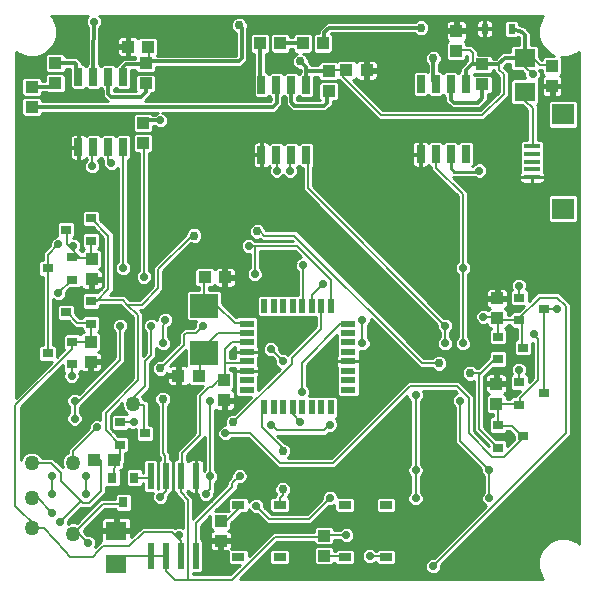
<source format=gbl>
G75*
%MOIN*%
%OFA0B0*%
%FSLAX25Y25*%
%IPPOS*%
%LPD*%
%AMOC8*
5,1,8,0,0,1.08239X$1,22.5*
%
%ADD10R,0.02600X0.06000*%
%ADD11R,0.04331X0.03937*%
%ADD12C,0.05000*%
%ADD13R,0.07098X0.06299*%
%ADD14R,0.03937X0.04331*%
%ADD15R,0.03543X0.03150*%
%ADD16R,0.02480X0.03268*%
%ADD17R,0.05512X0.01378*%
%ADD18R,0.07480X0.07087*%
%ADD19R,0.04331X0.02756*%
%ADD20R,0.02400X0.08700*%
%ADD21R,0.03150X0.03543*%
%ADD22R,0.05000X0.02200*%
%ADD23R,0.02200X0.05000*%
%ADD24R,0.09449X0.07874*%
%ADD25R,0.07087X0.06299*%
%ADD26C,0.01000*%
%ADD27C,0.02800*%
%ADD28C,0.00800*%
%ADD29C,0.00787*%
%ADD30C,0.02978*%
%ADD31C,0.01200*%
D10*
X0092898Y0153455D03*
X0097898Y0153455D03*
X0102898Y0153455D03*
X0107898Y0153455D03*
X0107898Y0176868D03*
X0102898Y0176868D03*
X0097898Y0176868D03*
X0092898Y0176868D03*
X0046874Y0179466D03*
X0041874Y0179466D03*
X0036874Y0179466D03*
X0031874Y0179466D03*
X0031874Y0156054D03*
X0036874Y0156054D03*
X0041874Y0156054D03*
X0046874Y0156054D03*
X0146047Y0153731D03*
X0151047Y0153731D03*
X0156047Y0153731D03*
X0161047Y0153731D03*
X0161047Y0177143D03*
X0156047Y0177143D03*
X0151047Y0177143D03*
X0146047Y0177143D03*
D11*
X0127957Y0181697D03*
X0121264Y0181697D03*
X0115398Y0181382D03*
X0115398Y0174689D03*
X0166579Y0176933D03*
X0166579Y0183626D03*
X0080746Y0112684D03*
X0074054Y0112684D03*
X0036343Y0112051D03*
X0036343Y0118744D03*
X0036028Y0091185D03*
X0036028Y0084492D03*
X0065254Y0079797D03*
X0071946Y0079797D03*
X0079335Y0031500D03*
X0079335Y0024807D03*
X0113783Y0026579D03*
X0113783Y0019886D03*
X0171185Y0070437D03*
X0171185Y0077130D03*
X0171500Y0098980D03*
X0171500Y0105673D03*
X0055122Y0189571D03*
X0054374Y0183980D03*
X0048429Y0189571D03*
X0054374Y0177287D03*
X0053429Y0164138D03*
X0053429Y0157445D03*
X0024217Y0177366D03*
X0016343Y0176185D03*
X0016343Y0169492D03*
X0024217Y0184059D03*
D12*
X0050240Y0070358D03*
X0030122Y0050791D03*
X0016343Y0050791D03*
X0016343Y0038980D03*
X0016343Y0029138D03*
X0030122Y0027169D03*
D13*
X0180752Y0174563D03*
X0180752Y0185760D03*
D14*
X0189807Y0183114D03*
X0189807Y0176421D03*
X0157878Y0188193D03*
X0157878Y0194886D03*
X0113390Y0190713D03*
X0106697Y0190713D03*
X0099138Y0190713D03*
X0092445Y0190713D03*
X0080519Y0078375D03*
X0080519Y0071682D03*
X0043902Y0051776D03*
X0037209Y0051776D03*
D15*
X0045870Y0056894D03*
X0045870Y0064374D03*
X0054138Y0060634D03*
X0029925Y0083626D03*
X0029925Y0091106D03*
X0036028Y0097248D03*
X0027760Y0100988D03*
X0036028Y0104728D03*
X0029925Y0111854D03*
X0021657Y0115594D03*
X0029925Y0119335D03*
X0036028Y0124807D03*
X0027760Y0128547D03*
X0036028Y0132287D03*
X0021657Y0087366D03*
X0171854Y0085437D03*
X0180122Y0089177D03*
X0171854Y0092917D03*
X0178941Y0098429D03*
X0178941Y0105909D03*
X0187209Y0102169D03*
X0178941Y0077681D03*
X0187209Y0073941D03*
X0178941Y0070201D03*
X0171854Y0063390D03*
X0180122Y0059650D03*
X0171854Y0055909D03*
D16*
X0167327Y0195476D03*
X0176382Y0195476D03*
D17*
X0183075Y0156303D03*
X0183075Y0153744D03*
X0183075Y0151185D03*
X0183075Y0148626D03*
X0183075Y0146067D03*
D18*
X0193508Y0135437D03*
X0193508Y0166933D03*
D19*
X0134453Y0036913D03*
X0120673Y0036913D03*
X0120673Y0019394D03*
X0134453Y0019394D03*
X0099020Y0019394D03*
X0085240Y0019394D03*
X0085240Y0036913D03*
X0099020Y0036913D03*
D20*
X0071087Y0046375D03*
X0066087Y0046375D03*
X0061087Y0046375D03*
X0056087Y0046375D03*
X0056087Y0019875D03*
X0061087Y0019875D03*
X0066087Y0019875D03*
X0071087Y0019875D03*
D21*
X0046854Y0037602D03*
X0043114Y0045870D03*
X0050594Y0045870D03*
D22*
X0088025Y0075201D03*
X0088025Y0078350D03*
X0088025Y0081500D03*
X0088025Y0084650D03*
X0088025Y0087799D03*
X0088025Y0090949D03*
X0088025Y0094098D03*
X0088025Y0097248D03*
X0121825Y0097248D03*
X0121825Y0094098D03*
X0121825Y0090949D03*
X0121825Y0087799D03*
X0121825Y0084650D03*
X0121825Y0081500D03*
X0121825Y0078350D03*
X0121825Y0075201D03*
D23*
X0115949Y0069324D03*
X0112799Y0069324D03*
X0109650Y0069324D03*
X0106500Y0069324D03*
X0103350Y0069324D03*
X0100201Y0069324D03*
X0097051Y0069324D03*
X0093902Y0069324D03*
X0093902Y0103124D03*
X0097051Y0103124D03*
X0100201Y0103124D03*
X0103350Y0103124D03*
X0106500Y0103124D03*
X0109650Y0103124D03*
X0112799Y0103124D03*
X0115949Y0103124D03*
D24*
X0073800Y0103258D03*
X0073800Y0087510D03*
D25*
X0044558Y0028149D03*
X0044558Y0017125D03*
D26*
X0037848Y0023257D02*
X0037370Y0022779D01*
X0037743Y0023679D01*
X0037743Y0024754D01*
X0037332Y0025746D01*
X0036573Y0026505D01*
X0035580Y0026917D01*
X0034747Y0026917D01*
X0033922Y0027742D01*
X0033922Y0027925D01*
X0033735Y0028378D01*
X0040669Y0035312D01*
X0043980Y0035312D01*
X0043980Y0035292D01*
X0044741Y0034531D01*
X0048968Y0034531D01*
X0049729Y0035292D01*
X0049729Y0039912D01*
X0048968Y0040674D01*
X0044741Y0040674D01*
X0043980Y0039912D01*
X0043980Y0038712D01*
X0039260Y0038712D01*
X0031330Y0030782D01*
X0030878Y0030969D01*
X0029366Y0030969D01*
X0028391Y0030565D01*
X0028393Y0030569D01*
X0028393Y0031402D01*
X0032829Y0035838D01*
X0032863Y0035804D01*
X0036240Y0035804D01*
X0037235Y0036800D01*
X0041172Y0040737D01*
X0041172Y0042798D01*
X0045227Y0042798D01*
X0045989Y0043560D01*
X0045989Y0048180D01*
X0045859Y0048310D01*
X0046409Y0048310D01*
X0047170Y0049072D01*
X0047170Y0050671D01*
X0047570Y0051071D01*
X0047570Y0054019D01*
X0048180Y0054019D01*
X0048942Y0054780D01*
X0048942Y0059007D01*
X0048180Y0059768D01*
X0045203Y0059768D01*
X0042649Y0062322D01*
X0042649Y0066819D01*
X0046440Y0070611D01*
X0046440Y0069602D01*
X0047019Y0068206D01*
X0047976Y0067249D01*
X0043560Y0067249D01*
X0042798Y0066487D01*
X0042798Y0062261D01*
X0043560Y0061499D01*
X0048180Y0061499D01*
X0048906Y0062225D01*
X0049762Y0061871D01*
X0050836Y0061871D01*
X0051066Y0061966D01*
X0051066Y0058521D01*
X0051828Y0057759D01*
X0056448Y0057759D01*
X0057209Y0058521D01*
X0057209Y0062747D01*
X0056448Y0063509D01*
X0055444Y0063509D01*
X0055444Y0069894D01*
X0055509Y0070504D01*
X0055444Y0070585D01*
X0055444Y0070688D01*
X0055010Y0071122D01*
X0054625Y0071600D01*
X0054522Y0071611D01*
X0054448Y0071684D01*
X0053835Y0071684D01*
X0053803Y0071688D01*
X0053462Y0072511D01*
X0053062Y0072911D01*
X0055930Y0075779D01*
X0055930Y0077640D01*
X0055936Y0077646D01*
X0055936Y0084044D01*
X0057905Y0086012D01*
X0057905Y0089072D01*
X0058612Y0088365D01*
X0059605Y0087954D01*
X0060679Y0087954D01*
X0061671Y0088365D01*
X0062431Y0089124D01*
X0062842Y0090116D01*
X0062842Y0091191D01*
X0062431Y0092183D01*
X0061803Y0092811D01*
X0061748Y0095817D01*
X0061810Y0096011D01*
X0062360Y0096239D01*
X0063120Y0096998D01*
X0063531Y0097990D01*
X0063531Y0099065D01*
X0063120Y0100057D01*
X0062360Y0100816D01*
X0061368Y0101228D01*
X0060294Y0101228D01*
X0059301Y0100816D01*
X0058542Y0100057D01*
X0058131Y0099065D01*
X0058131Y0098451D01*
X0057734Y0098848D01*
X0056742Y0099259D01*
X0055668Y0099259D01*
X0054675Y0098848D01*
X0053916Y0098088D01*
X0053505Y0097096D01*
X0053505Y0096022D01*
X0053916Y0095030D01*
X0054505Y0094441D01*
X0054505Y0087421D01*
X0053532Y0086448D01*
X0053476Y0086392D01*
X0053476Y0096279D01*
X0053469Y0096285D01*
X0053469Y0100705D01*
X0052321Y0101854D01*
X0053658Y0101854D01*
X0054650Y0102846D01*
X0060162Y0108357D01*
X0060162Y0114657D01*
X0069479Y0123973D01*
X0069922Y0123790D01*
X0071031Y0123790D01*
X0072056Y0124214D01*
X0072841Y0124999D01*
X0073265Y0126024D01*
X0073265Y0127134D01*
X0072841Y0128159D01*
X0072056Y0128943D01*
X0071031Y0129368D01*
X0069922Y0129368D01*
X0068897Y0128943D01*
X0068112Y0128159D01*
X0067687Y0127134D01*
X0067687Y0126972D01*
X0057767Y0117052D01*
X0056775Y0116060D01*
X0056775Y0109761D01*
X0052255Y0105241D01*
X0048934Y0105241D01*
X0048351Y0105824D01*
X0047359Y0106816D01*
X0042291Y0106816D01*
X0042637Y0107162D01*
X0043633Y0108158D01*
X0043633Y0127283D01*
X0039099Y0131817D01*
X0039099Y0134401D01*
X0038338Y0135162D01*
X0033717Y0135162D01*
X0032956Y0134401D01*
X0032956Y0130174D01*
X0033717Y0129413D01*
X0036695Y0129413D01*
X0040233Y0125875D01*
X0040233Y0109566D01*
X0038270Y0107603D01*
X0033717Y0107603D01*
X0032956Y0106842D01*
X0032956Y0102615D01*
X0033717Y0101854D01*
X0038338Y0101854D01*
X0039099Y0102615D01*
X0039099Y0103428D01*
X0045956Y0103428D01*
X0046539Y0102846D01*
X0050082Y0099302D01*
X0050082Y0096285D01*
X0050076Y0096279D01*
X0050076Y0079055D01*
X0039249Y0068228D01*
X0039249Y0065006D01*
X0038533Y0065302D01*
X0037459Y0065302D01*
X0036467Y0064891D01*
X0035707Y0064132D01*
X0035296Y0063139D01*
X0035296Y0062307D01*
X0028422Y0055433D01*
X0028422Y0054200D01*
X0027970Y0054013D01*
X0026901Y0052944D01*
X0026322Y0051547D01*
X0026322Y0050035D01*
X0026620Y0049315D01*
X0024440Y0051495D01*
X0023444Y0052491D01*
X0019751Y0052491D01*
X0019564Y0052944D01*
X0018495Y0054013D01*
X0017098Y0054591D01*
X0015587Y0054591D01*
X0014190Y0054013D01*
X0013121Y0052944D01*
X0012629Y0051756D01*
X0012629Y0069280D01*
X0026854Y0083505D01*
X0026854Y0081513D01*
X0027244Y0081122D01*
X0026930Y0080364D01*
X0026930Y0079290D01*
X0027341Y0078297D01*
X0028100Y0077538D01*
X0029093Y0077127D01*
X0030167Y0077127D01*
X0031159Y0077538D01*
X0031919Y0078297D01*
X0032330Y0079290D01*
X0032330Y0080364D01*
X0032169Y0080751D01*
X0032235Y0080751D01*
X0032874Y0081390D01*
X0032941Y0081323D01*
X0033283Y0081126D01*
X0033665Y0081024D01*
X0035543Y0081024D01*
X0035543Y0084008D01*
X0036512Y0084008D01*
X0036512Y0084976D01*
X0039693Y0084976D01*
X0039693Y0086658D01*
X0039591Y0087040D01*
X0039393Y0087382D01*
X0039114Y0087661D01*
X0038772Y0087858D01*
X0038555Y0087917D01*
X0038731Y0087917D01*
X0039493Y0088678D01*
X0039493Y0093692D01*
X0038731Y0094454D01*
X0038418Y0094454D01*
X0039099Y0095135D01*
X0039099Y0099361D01*
X0038338Y0100123D01*
X0033717Y0100123D01*
X0032956Y0099361D01*
X0032956Y0099243D01*
X0032303Y0099243D01*
X0030831Y0100714D01*
X0030831Y0103101D01*
X0030070Y0103863D01*
X0025450Y0103863D01*
X0024688Y0103101D01*
X0024688Y0098875D01*
X0025450Y0098113D01*
X0028624Y0098113D01*
X0029898Y0096839D01*
X0030894Y0095843D01*
X0032956Y0095843D01*
X0032956Y0095135D01*
X0033637Y0094454D01*
X0033324Y0094454D01*
X0032562Y0093692D01*
X0032562Y0093654D01*
X0032235Y0093981D01*
X0027615Y0093981D01*
X0026854Y0093220D01*
X0026854Y0088993D01*
X0027194Y0088653D01*
X0024729Y0086188D01*
X0024729Y0089479D01*
X0023968Y0090241D01*
X0023456Y0090241D01*
X0023456Y0105312D01*
X0023671Y0105097D01*
X0024664Y0104686D01*
X0025738Y0104686D01*
X0026730Y0105097D01*
X0027490Y0105856D01*
X0027901Y0106849D01*
X0027901Y0107682D01*
X0029199Y0108980D01*
X0032235Y0108980D01*
X0032775Y0109519D01*
X0032779Y0109504D01*
X0032977Y0109162D01*
X0033256Y0108882D01*
X0033598Y0108685D01*
X0033980Y0108583D01*
X0035858Y0108583D01*
X0035858Y0111567D01*
X0036827Y0111567D01*
X0036827Y0112535D01*
X0040008Y0112535D01*
X0040008Y0114217D01*
X0039906Y0114599D01*
X0039708Y0114941D01*
X0039429Y0115220D01*
X0039087Y0115417D01*
X0038870Y0115476D01*
X0039046Y0115476D01*
X0039808Y0116237D01*
X0039808Y0121251D01*
X0039046Y0122013D01*
X0038418Y0122013D01*
X0039099Y0122694D01*
X0039099Y0126920D01*
X0038338Y0127682D01*
X0033717Y0127682D01*
X0032956Y0126920D01*
X0032956Y0122694D01*
X0033638Y0122012D01*
X0032997Y0121371D01*
X0032997Y0121448D01*
X0032537Y0121908D01*
X0032822Y0122597D01*
X0032822Y0123671D01*
X0032411Y0124663D01*
X0031651Y0125423D01*
X0030659Y0125834D01*
X0030231Y0125834D01*
X0030831Y0126434D01*
X0030831Y0130661D01*
X0030070Y0131422D01*
X0025450Y0131422D01*
X0024688Y0130661D01*
X0024688Y0126434D01*
X0024796Y0126326D01*
X0024664Y0126326D01*
X0023671Y0125915D01*
X0022912Y0125155D01*
X0022501Y0124163D01*
X0022501Y0123330D01*
X0020056Y0120885D01*
X0020056Y0118469D01*
X0019347Y0118469D01*
X0018586Y0117708D01*
X0018586Y0113481D01*
X0019347Y0112720D01*
X0020056Y0112720D01*
X0020056Y0090241D01*
X0019347Y0090241D01*
X0018586Y0089479D01*
X0018586Y0085253D01*
X0019347Y0084491D01*
X0023032Y0084491D01*
X0011000Y0072459D01*
X0011000Y0187903D01*
X0011563Y0187340D01*
X0014664Y0186055D01*
X0018021Y0186055D01*
X0021122Y0187340D01*
X0023495Y0189713D01*
X0024780Y0192814D01*
X0024780Y0196170D01*
X0023495Y0199271D01*
X0022932Y0199835D01*
X0035208Y0199835D01*
X0034723Y0199350D01*
X0034312Y0198358D01*
X0034312Y0197283D01*
X0034723Y0196291D01*
X0035091Y0195923D01*
X0034983Y0186088D01*
X0034974Y0186080D01*
X0034974Y0185303D01*
X0034965Y0184527D01*
X0034974Y0184518D01*
X0034974Y0183705D01*
X0034374Y0183105D01*
X0033712Y0183766D01*
X0033006Y0183766D01*
X0033006Y0184452D01*
X0031893Y0185565D01*
X0031500Y0185959D01*
X0027682Y0185959D01*
X0027682Y0186566D01*
X0026920Y0187328D01*
X0021513Y0187328D01*
X0020751Y0186566D01*
X0020751Y0181552D01*
X0021513Y0180791D01*
X0026920Y0180791D01*
X0027682Y0181552D01*
X0027682Y0182159D01*
X0029206Y0182159D01*
X0029206Y0179447D01*
X0029274Y0179379D01*
X0029274Y0175928D01*
X0030036Y0175166D01*
X0033712Y0175166D01*
X0034374Y0175828D01*
X0035036Y0175166D01*
X0038712Y0175166D01*
X0039374Y0175828D01*
X0040033Y0175169D01*
X0040033Y0173036D01*
X0041146Y0171923D01*
X0041677Y0171392D01*
X0019808Y0171392D01*
X0019808Y0171999D01*
X0019046Y0172761D01*
X0013639Y0172761D01*
X0012877Y0171999D01*
X0012877Y0166985D01*
X0013639Y0166224D01*
X0019046Y0166224D01*
X0019808Y0166985D01*
X0019808Y0167592D01*
X0058506Y0167592D01*
X0057688Y0167254D01*
X0057299Y0166865D01*
X0056675Y0166865D01*
X0056133Y0167406D01*
X0050725Y0167406D01*
X0049964Y0166645D01*
X0049964Y0161631D01*
X0050725Y0160869D01*
X0056133Y0160869D01*
X0056894Y0161631D01*
X0056894Y0163065D01*
X0057299Y0163065D01*
X0057688Y0162676D01*
X0058681Y0162265D01*
X0059755Y0162265D01*
X0060747Y0162676D01*
X0061507Y0163435D01*
X0061918Y0164427D01*
X0061918Y0165502D01*
X0061507Y0166494D01*
X0060747Y0167254D01*
X0059930Y0167592D01*
X0097444Y0167592D01*
X0098822Y0168970D01*
X0099935Y0170083D01*
X0099935Y0172767D01*
X0100398Y0173229D01*
X0100998Y0172629D01*
X0100998Y0170142D01*
X0102041Y0169099D01*
X0103154Y0167986D01*
X0114570Y0167986D01*
X0115555Y0168970D01*
X0116668Y0170083D01*
X0116668Y0171420D01*
X0118101Y0171420D01*
X0118863Y0172182D01*
X0118863Y0177196D01*
X0118101Y0177957D01*
X0112694Y0177957D01*
X0111932Y0177196D01*
X0111932Y0172182D01*
X0112328Y0171786D01*
X0104798Y0171786D01*
X0104798Y0172629D01*
X0105398Y0173229D01*
X0106059Y0172568D01*
X0109736Y0172568D01*
X0110498Y0173329D01*
X0110498Y0179482D01*
X0111932Y0179482D01*
X0111932Y0178875D01*
X0112694Y0178113D01*
X0118101Y0178113D01*
X0118488Y0178500D01*
X0118560Y0178428D01*
X0118752Y0178428D01*
X0119396Y0177784D01*
X0132196Y0164984D01*
X0167204Y0164984D01*
X0168200Y0165980D01*
X0175400Y0173180D01*
X0175400Y0180988D01*
X0174404Y0181984D01*
X0173800Y0182588D01*
X0173800Y0182924D01*
X0174736Y0183860D01*
X0175903Y0183860D01*
X0175903Y0182072D01*
X0176664Y0181310D01*
X0179870Y0181310D01*
X0180196Y0180984D01*
X0180600Y0180580D01*
X0180600Y0179747D01*
X0180904Y0179013D01*
X0176664Y0179013D01*
X0175903Y0178251D01*
X0175903Y0170875D01*
X0176664Y0170113D01*
X0179867Y0170113D01*
X0180196Y0169784D01*
X0181600Y0168380D01*
X0181600Y0158292D01*
X0179780Y0158292D01*
X0179019Y0157531D01*
X0179019Y0155076D01*
X0179071Y0155024D01*
X0179019Y0154972D01*
X0179019Y0152517D01*
X0179071Y0152465D01*
X0179019Y0152412D01*
X0179019Y0149958D01*
X0179071Y0149906D01*
X0179019Y0149853D01*
X0179019Y0147504D01*
X0178921Y0147335D01*
X0178819Y0146953D01*
X0178819Y0146067D01*
X0183075Y0146067D01*
X0187331Y0146067D01*
X0187331Y0146953D01*
X0187228Y0147335D01*
X0187131Y0147504D01*
X0187131Y0149853D01*
X0187079Y0149906D01*
X0187131Y0149958D01*
X0187131Y0152412D01*
X0187079Y0152465D01*
X0187131Y0152517D01*
X0187131Y0154972D01*
X0187079Y0155024D01*
X0187131Y0155076D01*
X0187131Y0157531D01*
X0186369Y0158292D01*
X0185000Y0158292D01*
X0185000Y0169788D01*
X0184675Y0170113D01*
X0184840Y0170113D01*
X0185601Y0170875D01*
X0185601Y0178251D01*
X0185343Y0178509D01*
X0185589Y0178755D01*
X0186000Y0179747D01*
X0186000Y0180821D01*
X0185601Y0181784D01*
X0186539Y0181784D01*
X0186539Y0180410D01*
X0187073Y0179876D01*
X0186918Y0179787D01*
X0186638Y0179508D01*
X0186441Y0179166D01*
X0186339Y0178784D01*
X0186339Y0176906D01*
X0189323Y0176906D01*
X0189323Y0175937D01*
X0190291Y0175937D01*
X0190291Y0172756D01*
X0191973Y0172756D01*
X0192355Y0172858D01*
X0192697Y0173056D01*
X0192976Y0173335D01*
X0193173Y0173677D01*
X0193276Y0174058D01*
X0193276Y0175937D01*
X0190291Y0175937D01*
X0190291Y0176906D01*
X0193276Y0176906D01*
X0193276Y0178784D01*
X0193173Y0179166D01*
X0192976Y0179508D01*
X0192697Y0179787D01*
X0192542Y0179876D01*
X0193076Y0180410D01*
X0193076Y0185818D01*
X0192838Y0186055D01*
X0195186Y0186055D01*
X0198287Y0187340D01*
X0198850Y0187903D01*
X0198850Y0023916D01*
X0198287Y0024479D01*
X0195186Y0025764D01*
X0191830Y0025764D01*
X0188729Y0024479D01*
X0186355Y0022106D01*
X0185071Y0019005D01*
X0185071Y0015649D01*
X0186355Y0012548D01*
X0186919Y0011984D01*
X0085747Y0011984D01*
X0098247Y0024485D01*
X0110318Y0024485D01*
X0110318Y0024072D01*
X0111080Y0023310D01*
X0116487Y0023310D01*
X0117249Y0024072D01*
X0117249Y0024977D01*
X0119047Y0024977D01*
X0119636Y0024388D01*
X0120628Y0023977D01*
X0121702Y0023977D01*
X0122695Y0024388D01*
X0123454Y0025148D01*
X0123865Y0026140D01*
X0123865Y0027214D01*
X0123454Y0028207D01*
X0122695Y0028966D01*
X0121702Y0029377D01*
X0120628Y0029377D01*
X0119636Y0028966D01*
X0119047Y0028377D01*
X0117249Y0028377D01*
X0117249Y0029086D01*
X0116487Y0029847D01*
X0111080Y0029847D01*
X0110318Y0029086D01*
X0110318Y0027885D01*
X0096839Y0027885D01*
X0088705Y0019751D01*
X0088705Y0021310D01*
X0087944Y0022072D01*
X0082789Y0022072D01*
X0082898Y0022260D01*
X0083000Y0022641D01*
X0083000Y0024323D01*
X0079819Y0024323D01*
X0079819Y0025291D01*
X0083000Y0025291D01*
X0083000Y0026973D01*
X0082898Y0027355D01*
X0082700Y0027697D01*
X0082421Y0027976D01*
X0082079Y0028173D01*
X0081862Y0028231D01*
X0082038Y0028231D01*
X0082800Y0028993D01*
X0082800Y0030691D01*
X0085944Y0033835D01*
X0086344Y0034235D01*
X0087944Y0034235D01*
X0088705Y0034997D01*
X0088705Y0035355D01*
X0088857Y0034990D01*
X0089616Y0034231D01*
X0090609Y0033820D01*
X0091442Y0033820D01*
X0093875Y0031386D01*
X0094871Y0030391D01*
X0109566Y0030391D01*
X0110562Y0031386D01*
X0115456Y0036280D01*
X0116289Y0036280D01*
X0117208Y0036661D01*
X0117208Y0034997D01*
X0117969Y0034235D01*
X0123377Y0034235D01*
X0124139Y0034997D01*
X0124139Y0038830D01*
X0123377Y0039591D01*
X0118421Y0039591D01*
X0118041Y0040510D01*
X0117281Y0041269D01*
X0116289Y0041680D01*
X0115215Y0041680D01*
X0114223Y0041269D01*
X0113463Y0040510D01*
X0113052Y0039517D01*
X0113052Y0038684D01*
X0108158Y0033791D01*
X0096279Y0033791D01*
X0093846Y0036224D01*
X0093846Y0037057D01*
X0093435Y0038049D01*
X0092675Y0038809D01*
X0091683Y0039220D01*
X0090609Y0039220D01*
X0089616Y0038809D01*
X0088857Y0038049D01*
X0088705Y0037684D01*
X0088705Y0038830D01*
X0087944Y0039591D01*
X0082536Y0039591D01*
X0081775Y0038830D01*
X0081775Y0034997D01*
X0082003Y0034768D01*
X0077527Y0034768D01*
X0084972Y0042213D01*
X0084972Y0043305D01*
X0085329Y0043662D01*
X0086171Y0043662D01*
X0087163Y0044073D01*
X0087923Y0044833D01*
X0088334Y0045825D01*
X0088334Y0046899D01*
X0087923Y0047892D01*
X0087163Y0048651D01*
X0086171Y0049062D01*
X0085097Y0049062D01*
X0084104Y0048651D01*
X0083345Y0047892D01*
X0082934Y0046899D01*
X0082934Y0046057D01*
X0081578Y0044702D01*
X0081578Y0043628D01*
X0070264Y0032314D01*
X0070208Y0032258D01*
X0070208Y0039192D01*
X0068250Y0041150D01*
X0068510Y0041410D01*
X0068686Y0041104D01*
X0068966Y0040825D01*
X0069308Y0040627D01*
X0068773Y0040627D01*
X0069308Y0040627D02*
X0069689Y0040525D01*
X0070987Y0040525D01*
X0070987Y0046275D01*
X0071187Y0046275D01*
X0071187Y0040525D01*
X0071713Y0040525D01*
X0071713Y0039920D01*
X0072124Y0038927D01*
X0072884Y0038168D01*
X0073876Y0037757D01*
X0074950Y0037757D01*
X0075943Y0038168D01*
X0076702Y0038927D01*
X0077113Y0039920D01*
X0077113Y0040753D01*
X0077590Y0041229D01*
X0077590Y0044244D01*
X0078179Y0044833D01*
X0078590Y0045825D01*
X0078590Y0046899D01*
X0078179Y0047892D01*
X0077590Y0048481D01*
X0077590Y0068356D01*
X0077629Y0068316D01*
X0077971Y0068119D01*
X0078353Y0068017D01*
X0080035Y0068017D01*
X0080035Y0071198D01*
X0081003Y0071198D01*
X0081003Y0072166D01*
X0083987Y0072166D01*
X0083987Y0074045D01*
X0083885Y0074426D01*
X0083688Y0074768D01*
X0083408Y0075048D01*
X0083253Y0075137D01*
X0083787Y0075671D01*
X0083787Y0081079D01*
X0083026Y0081840D01*
X0082405Y0081840D01*
X0082405Y0082480D01*
X0084025Y0082503D01*
X0084025Y0081550D01*
X0087975Y0081550D01*
X0087975Y0081450D01*
X0084025Y0081450D01*
X0084025Y0080203D01*
X0084127Y0079821D01*
X0084225Y0079652D01*
X0084225Y0073562D01*
X0084987Y0072801D01*
X0089590Y0072801D01*
X0083903Y0067114D01*
X0082963Y0067114D01*
X0081938Y0066689D01*
X0081153Y0065905D01*
X0080729Y0064880D01*
X0080729Y0063770D01*
X0080909Y0063334D01*
X0080372Y0063334D01*
X0079380Y0062923D01*
X0078620Y0062163D01*
X0078209Y0061171D01*
X0078209Y0060097D01*
X0078620Y0059104D01*
X0079380Y0058345D01*
X0080372Y0057934D01*
X0081447Y0057934D01*
X0082439Y0058345D01*
X0083028Y0058934D01*
X0088473Y0058934D01*
X0097320Y0050087D01*
X0098316Y0049091D01*
X0117440Y0049091D01*
X0141595Y0073246D01*
X0141595Y0072892D01*
X0142006Y0071900D01*
X0142595Y0071311D01*
X0142595Y0050449D01*
X0142006Y0049860D01*
X0141595Y0048868D01*
X0141595Y0047794D01*
X0142006Y0046801D01*
X0142595Y0046212D01*
X0142595Y0041099D01*
X0142006Y0040510D01*
X0141595Y0039517D01*
X0141595Y0038443D01*
X0142006Y0037451D01*
X0142766Y0036691D01*
X0143758Y0036280D01*
X0144832Y0036280D01*
X0145825Y0036691D01*
X0146584Y0037451D01*
X0146995Y0038443D01*
X0146995Y0039517D01*
X0146584Y0040510D01*
X0145995Y0041099D01*
X0145995Y0046212D01*
X0146584Y0046801D01*
X0146995Y0047794D01*
X0146995Y0048868D01*
X0146584Y0049860D01*
X0145995Y0050449D01*
X0145995Y0071311D01*
X0146584Y0071900D01*
X0146995Y0072892D01*
X0146995Y0073966D01*
X0146699Y0074682D01*
X0157371Y0074682D01*
X0158076Y0073976D01*
X0157530Y0073750D01*
X0156770Y0072990D01*
X0156359Y0071998D01*
X0156359Y0070924D01*
X0156770Y0069931D01*
X0157359Y0069342D01*
X0157359Y0057469D01*
X0166202Y0048627D01*
X0166202Y0047794D01*
X0166613Y0046801D01*
X0167202Y0046212D01*
X0167202Y0041099D01*
X0166613Y0040510D01*
X0166202Y0039517D01*
X0166202Y0038443D01*
X0166613Y0037451D01*
X0167372Y0036691D01*
X0167919Y0036465D01*
X0150497Y0019043D01*
X0149664Y0019043D01*
X0148671Y0018631D01*
X0147912Y0017872D01*
X0147501Y0016880D01*
X0147501Y0015805D01*
X0147912Y0014813D01*
X0148671Y0014054D01*
X0149664Y0013643D01*
X0150738Y0013643D01*
X0151730Y0014054D01*
X0152490Y0014813D01*
X0152901Y0015805D01*
X0152901Y0016638D01*
X0195196Y0058934D01*
X0196192Y0059930D01*
X0196192Y0103661D01*
X0193239Y0106614D01*
X0192244Y0107609D01*
X0184930Y0107609D01*
X0182013Y0104692D01*
X0182013Y0108023D01*
X0181251Y0108784D01*
X0181227Y0108784D01*
X0181444Y0109309D01*
X0181444Y0110384D01*
X0181033Y0111376D01*
X0180274Y0112135D01*
X0179281Y0112546D01*
X0178207Y0112546D01*
X0177215Y0112135D01*
X0176455Y0111376D01*
X0176044Y0110384D01*
X0176044Y0109309D01*
X0176370Y0108523D01*
X0175869Y0108023D01*
X0175869Y0103796D01*
X0176631Y0103035D01*
X0180355Y0103035D01*
X0178624Y0101304D01*
X0176631Y0101304D01*
X0175869Y0100542D01*
X0175869Y0100228D01*
X0174965Y0100228D01*
X0174965Y0101487D01*
X0174204Y0102249D01*
X0174027Y0102249D01*
X0174244Y0102307D01*
X0174586Y0102504D01*
X0174866Y0102784D01*
X0175063Y0103126D01*
X0175165Y0103507D01*
X0175165Y0105189D01*
X0171984Y0105189D01*
X0171984Y0106157D01*
X0175165Y0106157D01*
X0175165Y0107839D01*
X0175063Y0108221D01*
X0174866Y0108563D01*
X0174586Y0108842D01*
X0174244Y0109039D01*
X0173863Y0109142D01*
X0171984Y0109142D01*
X0171984Y0106158D01*
X0171016Y0106158D01*
X0171016Y0109142D01*
X0169137Y0109142D01*
X0168756Y0109039D01*
X0168414Y0108842D01*
X0168134Y0108563D01*
X0167937Y0108221D01*
X0167835Y0107839D01*
X0167835Y0106157D01*
X0171016Y0106157D01*
X0171016Y0105189D01*
X0167835Y0105189D01*
X0167835Y0103507D01*
X0167937Y0103126D01*
X0168134Y0102784D01*
X0168414Y0102504D01*
X0168756Y0102307D01*
X0168973Y0102249D01*
X0168796Y0102249D01*
X0168382Y0101834D01*
X0167470Y0102212D01*
X0166396Y0102212D01*
X0165404Y0101801D01*
X0164644Y0101041D01*
X0164233Y0100049D01*
X0164233Y0098975D01*
X0164644Y0097982D01*
X0165404Y0097223D01*
X0166396Y0096812D01*
X0167470Y0096812D01*
X0168035Y0097046D01*
X0168035Y0096473D01*
X0168796Y0095712D01*
X0169464Y0095712D01*
X0168783Y0095031D01*
X0168783Y0090804D01*
X0169544Y0090043D01*
X0174164Y0090043D01*
X0174926Y0090804D01*
X0174926Y0095031D01*
X0174224Y0095732D01*
X0174965Y0096473D01*
X0174965Y0096828D01*
X0175869Y0096828D01*
X0175869Y0096316D01*
X0176631Y0095554D01*
X0178028Y0095554D01*
X0178028Y0092052D01*
X0177812Y0092052D01*
X0177050Y0091290D01*
X0177050Y0087064D01*
X0177812Y0086302D01*
X0182432Y0086302D01*
X0183194Y0087064D01*
X0183194Y0090906D01*
X0183442Y0090906D01*
X0183442Y0079055D01*
X0182013Y0077625D01*
X0182013Y0079794D01*
X0181251Y0080556D01*
X0181153Y0080556D01*
X0181444Y0081258D01*
X0181444Y0082332D01*
X0181033Y0083325D01*
X0180274Y0084084D01*
X0179281Y0084495D01*
X0178207Y0084495D01*
X0177215Y0084084D01*
X0176455Y0083325D01*
X0176044Y0082332D01*
X0176044Y0081258D01*
X0176422Y0080347D01*
X0175869Y0079794D01*
X0175869Y0075568D01*
X0176631Y0074806D01*
X0179193Y0074806D01*
X0177536Y0073149D01*
X0177536Y0073076D01*
X0176631Y0073076D01*
X0175869Y0072314D01*
X0175869Y0072176D01*
X0174650Y0072176D01*
X0174650Y0072944D01*
X0173889Y0073705D01*
X0173712Y0073705D01*
X0173929Y0073764D01*
X0174271Y0073961D01*
X0174551Y0074240D01*
X0174748Y0074582D01*
X0174850Y0074964D01*
X0174850Y0076646D01*
X0171669Y0076646D01*
X0171669Y0077614D01*
X0170701Y0077614D01*
X0170701Y0076646D01*
X0167520Y0076646D01*
X0167520Y0074964D01*
X0167622Y0074582D01*
X0167819Y0074240D01*
X0168099Y0073961D01*
X0168441Y0073764D01*
X0168658Y0073705D01*
X0168481Y0073705D01*
X0167720Y0072944D01*
X0167720Y0067930D01*
X0168481Y0067169D01*
X0170154Y0067169D01*
X0170154Y0066265D01*
X0169544Y0066265D01*
X0168783Y0065503D01*
X0168783Y0061276D01*
X0169544Y0060515D01*
X0174164Y0060515D01*
X0174926Y0061276D01*
X0174926Y0061394D01*
X0175579Y0061394D01*
X0177050Y0059923D01*
X0177050Y0058392D01*
X0174926Y0056267D01*
X0174926Y0058023D01*
X0174164Y0058784D01*
X0171187Y0058784D01*
X0167157Y0062814D01*
X0167157Y0079615D01*
X0167403Y0079861D01*
X0170104Y0082562D01*
X0174164Y0082562D01*
X0174926Y0083324D01*
X0174926Y0087550D01*
X0174164Y0088312D01*
X0169544Y0088312D01*
X0168783Y0087550D01*
X0168783Y0086049D01*
X0168678Y0085944D01*
X0165245Y0082511D01*
X0164753Y0082511D01*
X0164652Y0082410D01*
X0163985Y0083077D01*
X0162960Y0083502D01*
X0161851Y0083502D01*
X0160826Y0083077D01*
X0160041Y0082292D01*
X0159617Y0081267D01*
X0159617Y0080158D01*
X0160041Y0079133D01*
X0160826Y0078348D01*
X0161851Y0077924D01*
X0162960Y0077924D01*
X0163757Y0078254D01*
X0163757Y0061406D01*
X0164753Y0060410D01*
X0168783Y0056380D01*
X0168783Y0056267D01*
X0163712Y0061338D01*
X0163712Y0073149D01*
X0162716Y0074145D01*
X0158779Y0078082D01*
X0141623Y0078082D01*
X0140627Y0077086D01*
X0116032Y0052491D01*
X0101711Y0052491D01*
X0102368Y0053149D01*
X0102793Y0054174D01*
X0102793Y0055283D01*
X0102368Y0056308D01*
X0101584Y0057093D01*
X0100635Y0057486D01*
X0098203Y0059918D01*
X0114488Y0059918D01*
X0115456Y0060887D01*
X0116289Y0060887D01*
X0117281Y0061298D01*
X0118041Y0062057D01*
X0118452Y0063050D01*
X0118452Y0064124D01*
X0118041Y0065116D01*
X0117610Y0065547D01*
X0118349Y0066286D01*
X0118349Y0072363D01*
X0117587Y0073124D01*
X0108790Y0073124D01*
X0109102Y0073876D01*
X0109102Y0074950D01*
X0108691Y0075943D01*
X0108102Y0076532D01*
X0108102Y0083552D01*
X0118025Y0093475D01*
X0118025Y0086498D01*
X0117927Y0086329D01*
X0117825Y0085947D01*
X0117825Y0084700D01*
X0121775Y0084700D01*
X0121775Y0084600D01*
X0117825Y0084600D01*
X0117825Y0083352D01*
X0117927Y0082971D01*
X0118025Y0082801D01*
X0118025Y0073562D01*
X0118787Y0072801D01*
X0124864Y0072801D01*
X0125625Y0073562D01*
X0125625Y0082801D01*
X0125723Y0082971D01*
X0125825Y0083352D01*
X0125825Y0084600D01*
X0121875Y0084600D01*
X0121875Y0084700D01*
X0125825Y0084700D01*
X0125825Y0085947D01*
X0125723Y0086329D01*
X0125625Y0086498D01*
X0125625Y0088126D01*
X0126042Y0087954D01*
X0127116Y0087954D01*
X0128108Y0088365D01*
X0128868Y0089124D01*
X0129279Y0090116D01*
X0129279Y0091191D01*
X0128868Y0092183D01*
X0128279Y0092772D01*
X0128279Y0096409D01*
X0128868Y0096998D01*
X0129279Y0097990D01*
X0129279Y0098837D01*
X0144379Y0083737D01*
X0144387Y0083737D01*
X0145857Y0082267D01*
X0149820Y0082267D01*
X0150491Y0081596D01*
X0151516Y0081172D01*
X0152626Y0081172D01*
X0153651Y0081596D01*
X0154435Y0082381D01*
X0154860Y0083406D01*
X0154860Y0084515D01*
X0154435Y0085540D01*
X0153651Y0086325D01*
X0152626Y0086750D01*
X0151516Y0086750D01*
X0150491Y0086325D01*
X0149820Y0085654D01*
X0147261Y0085654D01*
X0146783Y0086132D01*
X0146783Y0086141D01*
X0104645Y0128279D01*
X0103237Y0128279D01*
X0103230Y0128272D01*
X0094406Y0128272D01*
X0094328Y0128350D01*
X0094328Y0128511D01*
X0093904Y0129537D01*
X0093119Y0130321D01*
X0092094Y0130746D01*
X0090985Y0130746D01*
X0089960Y0130321D01*
X0089175Y0129537D01*
X0088750Y0128511D01*
X0088750Y0127402D01*
X0089175Y0126377D01*
X0089960Y0125592D01*
X0090985Y0125168D01*
X0092094Y0125168D01*
X0092537Y0125351D01*
X0093003Y0124885D01*
X0103230Y0124885D01*
X0103282Y0124834D01*
X0090803Y0124834D01*
X0090214Y0125423D01*
X0089222Y0125834D01*
X0088148Y0125834D01*
X0087156Y0125423D01*
X0086396Y0124663D01*
X0085985Y0123671D01*
X0085985Y0122597D01*
X0086396Y0121604D01*
X0087156Y0120845D01*
X0088148Y0120434D01*
X0088954Y0120434D01*
X0088954Y0115902D01*
X0088365Y0115313D01*
X0087954Y0114321D01*
X0087954Y0113246D01*
X0088365Y0112254D01*
X0089124Y0111495D01*
X0090116Y0111083D01*
X0091191Y0111083D01*
X0092183Y0111495D01*
X0092942Y0112254D01*
X0093354Y0113246D01*
X0093354Y0114321D01*
X0092942Y0115313D01*
X0092354Y0115902D01*
X0092354Y0121434D01*
X0104221Y0121434D01*
X0106259Y0119396D01*
X0105364Y0119025D01*
X0104605Y0118266D01*
X0104194Y0117273D01*
X0104194Y0116199D01*
X0104605Y0115207D01*
X0105194Y0114618D01*
X0105194Y0106924D01*
X0092263Y0106924D01*
X0091502Y0106163D01*
X0091502Y0100086D01*
X0092263Y0099324D01*
X0111099Y0099324D01*
X0111099Y0096279D01*
X0102253Y0087432D01*
X0102253Y0087432D01*
X0101695Y0086875D01*
X0101533Y0087037D01*
X0100541Y0087448D01*
X0099708Y0087448D01*
X0098767Y0088389D01*
X0098767Y0089222D01*
X0098356Y0090214D01*
X0097596Y0090974D01*
X0096604Y0091385D01*
X0095530Y0091385D01*
X0094537Y0090974D01*
X0093778Y0090214D01*
X0093367Y0089222D01*
X0093367Y0088148D01*
X0093778Y0087156D01*
X0094537Y0086396D01*
X0095530Y0085985D01*
X0096363Y0085985D01*
X0097304Y0085044D01*
X0097304Y0084211D01*
X0097715Y0083219D01*
X0098475Y0082459D01*
X0099021Y0082233D01*
X0091825Y0075036D01*
X0091825Y0079652D01*
X0091923Y0079821D01*
X0092025Y0080203D01*
X0092025Y0081450D01*
X0088075Y0081450D01*
X0088075Y0081550D01*
X0092025Y0081550D01*
X0092025Y0082797D01*
X0091923Y0083179D01*
X0091825Y0083348D01*
X0091825Y0085951D01*
X0091923Y0086120D01*
X0092025Y0086502D01*
X0092025Y0087749D01*
X0088075Y0087749D01*
X0088075Y0087849D01*
X0092025Y0087849D01*
X0092025Y0089097D01*
X0091923Y0089478D01*
X0091825Y0089648D01*
X0091825Y0098887D01*
X0091064Y0099648D01*
X0084987Y0099648D01*
X0084609Y0099270D01*
X0079824Y0104055D01*
X0079824Y0107734D01*
X0079063Y0108495D01*
X0075494Y0108495D01*
X0075494Y0109416D01*
X0076757Y0109416D01*
X0077291Y0109950D01*
X0077381Y0109795D01*
X0077660Y0109515D01*
X0078002Y0109318D01*
X0078384Y0109216D01*
X0080262Y0109216D01*
X0080262Y0112200D01*
X0081231Y0112200D01*
X0081231Y0113169D01*
X0080262Y0113169D01*
X0080262Y0116153D01*
X0078384Y0116153D01*
X0078002Y0116051D01*
X0077660Y0115853D01*
X0077381Y0115574D01*
X0077291Y0115419D01*
X0076757Y0115953D01*
X0071350Y0115953D01*
X0070588Y0115191D01*
X0070588Y0110177D01*
X0071350Y0109416D01*
X0072106Y0109416D01*
X0072106Y0108495D01*
X0068537Y0108495D01*
X0067776Y0107734D01*
X0067776Y0098783D01*
X0068537Y0098021D01*
X0071112Y0098021D01*
X0070729Y0097096D01*
X0070729Y0096254D01*
X0070267Y0095792D01*
X0067216Y0095792D01*
X0066224Y0094800D01*
X0065436Y0094013D01*
X0065436Y0090863D01*
X0060523Y0085950D01*
X0060424Y0085950D01*
X0059551Y0085076D01*
X0058701Y0085076D01*
X0057676Y0084652D01*
X0056892Y0083867D01*
X0056467Y0082842D01*
X0056467Y0081733D01*
X0056892Y0080708D01*
X0057676Y0079923D01*
X0058701Y0079498D01*
X0059811Y0079498D01*
X0060836Y0079923D01*
X0061588Y0080675D01*
X0061588Y0080281D01*
X0064769Y0080281D01*
X0064769Y0079313D01*
X0061588Y0079313D01*
X0061588Y0077631D01*
X0061690Y0077249D01*
X0061888Y0076907D01*
X0062167Y0076628D01*
X0062509Y0076431D01*
X0062891Y0076328D01*
X0064769Y0076328D01*
X0064769Y0079313D01*
X0065738Y0079313D01*
X0065738Y0076328D01*
X0067616Y0076328D01*
X0067998Y0076431D01*
X0068340Y0076628D01*
X0068619Y0076907D01*
X0068709Y0077062D01*
X0069243Y0076528D01*
X0073549Y0076528D01*
X0071798Y0074778D01*
X0070806Y0073786D01*
X0070806Y0060886D01*
X0065698Y0055778D01*
X0064706Y0054786D01*
X0064706Y0052025D01*
X0064348Y0052025D01*
X0063587Y0051263D01*
X0062825Y0052025D01*
X0062524Y0052025D01*
X0062524Y0053855D01*
X0061737Y0054642D01*
X0061737Y0069801D01*
X0062408Y0070471D01*
X0062832Y0071496D01*
X0062832Y0072606D01*
X0062408Y0073631D01*
X0061623Y0074416D01*
X0060598Y0074840D01*
X0059489Y0074840D01*
X0058463Y0074416D01*
X0057679Y0073631D01*
X0057254Y0072606D01*
X0057254Y0071496D01*
X0057679Y0070471D01*
X0058350Y0069801D01*
X0058350Y0053239D01*
X0059137Y0052452D01*
X0059137Y0051814D01*
X0058587Y0051263D01*
X0058587Y0042158D01*
X0058587Y0042158D01*
X0058587Y0051263D01*
X0057825Y0052025D01*
X0054348Y0052025D01*
X0053587Y0051263D01*
X0053587Y0047570D01*
X0053469Y0047570D01*
X0053469Y0048180D01*
X0052708Y0048942D01*
X0048481Y0048942D01*
X0047720Y0048180D01*
X0047720Y0043560D01*
X0048481Y0042798D01*
X0052708Y0042798D01*
X0053469Y0043560D01*
X0053469Y0044170D01*
X0053587Y0044170D01*
X0053587Y0041486D01*
X0054348Y0040725D01*
X0056754Y0040725D01*
X0056457Y0040009D01*
X0056457Y0038935D01*
X0056869Y0037943D01*
X0057628Y0037183D01*
X0058620Y0036772D01*
X0059695Y0036772D01*
X0060687Y0037183D01*
X0061446Y0037943D01*
X0061857Y0038935D01*
X0061857Y0039768D01*
X0062814Y0040725D01*
X0062825Y0040725D01*
X0063587Y0041486D01*
X0064347Y0040726D01*
X0064347Y0040245D01*
X0065343Y0039249D01*
X0066808Y0037784D01*
X0066808Y0029081D01*
X0066092Y0029377D01*
X0065018Y0029377D01*
X0064145Y0029015D01*
X0063799Y0029361D01*
X0053793Y0029361D01*
X0053139Y0029399D01*
X0053097Y0029361D01*
X0053040Y0029361D01*
X0052577Y0028898D01*
X0049602Y0026249D01*
X0049602Y0027649D01*
X0045058Y0027649D01*
X0045058Y0028648D01*
X0049602Y0028648D01*
X0049602Y0031496D01*
X0049500Y0031877D01*
X0049302Y0032219D01*
X0049023Y0032498D01*
X0048681Y0032696D01*
X0048299Y0032798D01*
X0045058Y0032798D01*
X0045058Y0028649D01*
X0044058Y0028649D01*
X0044058Y0032798D01*
X0040818Y0032798D01*
X0040436Y0032696D01*
X0040094Y0032498D01*
X0039815Y0032219D01*
X0039617Y0031877D01*
X0039515Y0031496D01*
X0039515Y0028648D01*
X0044058Y0028648D01*
X0044058Y0027649D01*
X0039515Y0027649D01*
X0039515Y0024881D01*
X0039472Y0024881D01*
X0037848Y0023257D01*
X0037848Y0023257D01*
X0037732Y0023652D02*
X0038244Y0023652D01*
X0037743Y0024651D02*
X0039242Y0024651D01*
X0039515Y0025649D02*
X0037372Y0025649D01*
X0036229Y0026648D02*
X0039515Y0026648D01*
X0039515Y0027646D02*
X0034018Y0027646D01*
X0034002Y0028645D02*
X0044058Y0028645D01*
X0044058Y0029643D02*
X0045058Y0029643D01*
X0045058Y0028645D02*
X0052292Y0028645D01*
X0051171Y0027646D02*
X0049602Y0027646D01*
X0049602Y0026648D02*
X0050049Y0026648D01*
X0049602Y0029643D02*
X0066808Y0029643D01*
X0066808Y0030642D02*
X0049602Y0030642D01*
X0049563Y0031640D02*
X0066808Y0031640D01*
X0066808Y0032639D02*
X0048780Y0032639D01*
X0049073Y0034636D02*
X0066808Y0034636D01*
X0066808Y0035634D02*
X0049729Y0035634D01*
X0049729Y0036633D02*
X0066808Y0036633D01*
X0066808Y0037631D02*
X0061135Y0037631D01*
X0061731Y0038630D02*
X0065962Y0038630D01*
X0064963Y0039628D02*
X0061857Y0039628D01*
X0062716Y0040627D02*
X0064347Y0040627D01*
X0063587Y0041486D02*
X0063587Y0051263D01*
X0063587Y0041486D01*
X0063587Y0041625D02*
X0063587Y0041625D01*
X0063587Y0042624D02*
X0063587Y0042624D01*
X0063587Y0043622D02*
X0063587Y0043622D01*
X0063587Y0044621D02*
X0063587Y0044621D01*
X0063587Y0045620D02*
X0063587Y0045620D01*
X0063587Y0046618D02*
X0063587Y0046618D01*
X0063587Y0047617D02*
X0063587Y0047617D01*
X0063587Y0048615D02*
X0063587Y0048615D01*
X0063587Y0049614D02*
X0063587Y0049614D01*
X0063587Y0050612D02*
X0063587Y0050612D01*
X0063239Y0051611D02*
X0063934Y0051611D01*
X0064706Y0052609D02*
X0062524Y0052609D01*
X0062524Y0053608D02*
X0064706Y0053608D01*
X0064706Y0054606D02*
X0061773Y0054606D01*
X0061737Y0055605D02*
X0065525Y0055605D01*
X0066524Y0056603D02*
X0061737Y0056603D01*
X0061737Y0057602D02*
X0067522Y0057602D01*
X0068521Y0058600D02*
X0061737Y0058600D01*
X0061737Y0059599D02*
X0069519Y0059599D01*
X0070518Y0060597D02*
X0061737Y0060597D01*
X0061737Y0061596D02*
X0070806Y0061596D01*
X0070806Y0062594D02*
X0061737Y0062594D01*
X0061737Y0063593D02*
X0070806Y0063593D01*
X0070806Y0064591D02*
X0061737Y0064591D01*
X0061737Y0065590D02*
X0070806Y0065590D01*
X0070806Y0066588D02*
X0061737Y0066588D01*
X0061737Y0067587D02*
X0070806Y0067587D01*
X0070806Y0068585D02*
X0061737Y0068585D01*
X0061737Y0069584D02*
X0070806Y0069584D01*
X0070806Y0070582D02*
X0062454Y0070582D01*
X0062832Y0071581D02*
X0070806Y0071581D01*
X0070806Y0072579D02*
X0062832Y0072579D01*
X0062430Y0073578D02*
X0070806Y0073578D01*
X0071597Y0074576D02*
X0061235Y0074576D01*
X0062262Y0076573D02*
X0055930Y0076573D01*
X0055930Y0077572D02*
X0061604Y0077572D01*
X0061588Y0078570D02*
X0055936Y0078570D01*
X0055936Y0079569D02*
X0058531Y0079569D01*
X0059981Y0079569D02*
X0064769Y0079569D01*
X0064769Y0080281D02*
X0064769Y0083265D01*
X0062891Y0083265D01*
X0062533Y0083170D01*
X0062820Y0083456D01*
X0067776Y0088412D01*
X0067776Y0083223D01*
X0067616Y0083265D01*
X0065738Y0083265D01*
X0065738Y0080281D01*
X0064769Y0080281D01*
X0064769Y0080567D02*
X0065738Y0080567D01*
X0065738Y0081566D02*
X0064769Y0081566D01*
X0064769Y0082564D02*
X0065738Y0082564D01*
X0067776Y0083563D02*
X0062927Y0083563D01*
X0062820Y0083456D02*
X0062820Y0083456D01*
X0063925Y0084561D02*
X0067776Y0084561D01*
X0067776Y0085560D02*
X0064924Y0085560D01*
X0065922Y0086558D02*
X0067776Y0086558D01*
X0067776Y0087557D02*
X0066921Y0087557D01*
X0064127Y0089554D02*
X0062609Y0089554D01*
X0062842Y0090553D02*
X0065126Y0090553D01*
X0065436Y0091551D02*
X0062692Y0091551D01*
X0062064Y0092550D02*
X0065436Y0092550D01*
X0065436Y0093548D02*
X0061789Y0093548D01*
X0061771Y0094547D02*
X0065970Y0094547D01*
X0066969Y0095545D02*
X0061753Y0095545D01*
X0062665Y0096544D02*
X0070729Y0096544D01*
X0070914Y0097542D02*
X0063345Y0097542D01*
X0063531Y0098541D02*
X0068018Y0098541D01*
X0067776Y0099539D02*
X0063334Y0099539D01*
X0062639Y0100538D02*
X0067776Y0100538D01*
X0067776Y0101536D02*
X0052639Y0101536D01*
X0053469Y0100538D02*
X0059022Y0100538D01*
X0058327Y0099539D02*
X0053469Y0099539D01*
X0053469Y0098541D02*
X0054368Y0098541D01*
X0053689Y0097542D02*
X0053469Y0097542D01*
X0053469Y0096544D02*
X0053505Y0096544D01*
X0053476Y0095545D02*
X0053702Y0095545D01*
X0053476Y0094547D02*
X0054399Y0094547D01*
X0054505Y0093548D02*
X0053476Y0093548D01*
X0053476Y0092550D02*
X0054505Y0092550D01*
X0054505Y0091551D02*
X0053476Y0091551D01*
X0053476Y0090553D02*
X0054505Y0090553D01*
X0054505Y0089554D02*
X0053476Y0089554D01*
X0053476Y0088555D02*
X0054505Y0088555D01*
X0054505Y0087557D02*
X0053476Y0087557D01*
X0053476Y0086558D02*
X0053642Y0086558D01*
X0056454Y0084561D02*
X0057586Y0084561D01*
X0057452Y0085560D02*
X0060035Y0085560D01*
X0061132Y0086558D02*
X0057905Y0086558D01*
X0057905Y0087557D02*
X0062130Y0087557D01*
X0061862Y0088555D02*
X0063129Y0088555D01*
X0058421Y0088555D02*
X0057905Y0088555D01*
X0056765Y0083563D02*
X0055936Y0083563D01*
X0055936Y0082564D02*
X0056467Y0082564D01*
X0056536Y0081566D02*
X0055936Y0081566D01*
X0055936Y0080567D02*
X0057032Y0080567D01*
X0061480Y0080567D02*
X0061588Y0080567D01*
X0064769Y0078570D02*
X0065738Y0078570D01*
X0065738Y0077572D02*
X0064769Y0077572D01*
X0064769Y0076573D02*
X0065738Y0076573D01*
X0068245Y0076573D02*
X0069198Y0076573D01*
X0072595Y0075575D02*
X0055726Y0075575D01*
X0054727Y0074576D02*
X0058852Y0074576D01*
X0057657Y0073578D02*
X0053729Y0073578D01*
X0053393Y0072579D02*
X0057254Y0072579D01*
X0057254Y0071581D02*
X0054640Y0071581D01*
X0055446Y0070582D02*
X0057633Y0070582D01*
X0058350Y0069584D02*
X0055444Y0069584D01*
X0055444Y0068585D02*
X0058350Y0068585D01*
X0058350Y0067587D02*
X0055444Y0067587D01*
X0055444Y0066588D02*
X0058350Y0066588D01*
X0058350Y0065590D02*
X0055444Y0065590D01*
X0055444Y0064591D02*
X0058350Y0064591D01*
X0058350Y0063593D02*
X0055444Y0063593D01*
X0057209Y0062594D02*
X0058350Y0062594D01*
X0058350Y0061596D02*
X0057209Y0061596D01*
X0057209Y0060597D02*
X0058350Y0060597D01*
X0058350Y0059599D02*
X0057209Y0059599D01*
X0057209Y0058600D02*
X0058350Y0058600D01*
X0058350Y0057602D02*
X0048942Y0057602D01*
X0048942Y0058600D02*
X0051066Y0058600D01*
X0051066Y0059599D02*
X0048350Y0059599D01*
X0048277Y0061596D02*
X0051066Y0061596D01*
X0051066Y0060597D02*
X0044374Y0060597D01*
X0043463Y0061596D02*
X0043375Y0061596D01*
X0042798Y0062594D02*
X0042649Y0062594D01*
X0042649Y0063593D02*
X0042798Y0063593D01*
X0042798Y0064591D02*
X0042649Y0064591D01*
X0042649Y0065590D02*
X0042798Y0065590D01*
X0042899Y0066588D02*
X0042649Y0066588D01*
X0043416Y0067587D02*
X0047638Y0067587D01*
X0046861Y0068585D02*
X0044415Y0068585D01*
X0045413Y0069584D02*
X0046448Y0069584D01*
X0046412Y0070582D02*
X0046440Y0070582D01*
X0043600Y0072579D02*
X0035613Y0072579D01*
X0034615Y0071581D02*
X0042602Y0071581D01*
X0041603Y0070582D02*
X0033616Y0070582D01*
X0032795Y0069761D02*
X0046574Y0083540D01*
X0047570Y0084536D01*
X0047570Y0094441D01*
X0048159Y0095030D01*
X0048570Y0096022D01*
X0048570Y0097096D01*
X0048159Y0098088D01*
X0047399Y0098848D01*
X0046407Y0099259D01*
X0045333Y0099259D01*
X0044341Y0098848D01*
X0043581Y0098088D01*
X0043170Y0097096D01*
X0043170Y0096022D01*
X0043581Y0095030D01*
X0044170Y0094441D01*
X0044170Y0085944D01*
X0032025Y0073799D01*
X0031151Y0074161D01*
X0030077Y0074161D01*
X0029085Y0073750D01*
X0028325Y0072990D01*
X0027914Y0071998D01*
X0027914Y0070924D01*
X0028325Y0069931D01*
X0028914Y0069342D01*
X0028914Y0067673D01*
X0028325Y0067085D01*
X0027914Y0066092D01*
X0027914Y0065018D01*
X0028325Y0064026D01*
X0029085Y0063266D01*
X0030077Y0062855D01*
X0031151Y0062855D01*
X0032144Y0063266D01*
X0032903Y0064026D01*
X0033314Y0065018D01*
X0033314Y0066092D01*
X0032903Y0067085D01*
X0032314Y0067673D01*
X0032314Y0069342D01*
X0032733Y0069761D01*
X0032795Y0069761D01*
X0032556Y0069584D02*
X0040605Y0069584D01*
X0039606Y0068585D02*
X0032314Y0068585D01*
X0032401Y0067587D02*
X0039249Y0067587D01*
X0039249Y0066588D02*
X0033109Y0066588D01*
X0033314Y0065590D02*
X0039249Y0065590D01*
X0036167Y0064591D02*
X0033137Y0064591D01*
X0032470Y0063593D02*
X0035484Y0063593D01*
X0035296Y0062594D02*
X0012629Y0062594D01*
X0012629Y0061596D02*
X0034585Y0061596D01*
X0033587Y0060597D02*
X0012629Y0060597D01*
X0012629Y0059599D02*
X0032588Y0059599D01*
X0031590Y0058600D02*
X0012629Y0058600D01*
X0012629Y0057602D02*
X0030591Y0057602D01*
X0029593Y0056603D02*
X0012629Y0056603D01*
X0012629Y0055605D02*
X0028594Y0055605D01*
X0028422Y0054606D02*
X0012629Y0054606D01*
X0012629Y0053608D02*
X0013785Y0053608D01*
X0012982Y0052609D02*
X0012629Y0052609D01*
X0018900Y0053608D02*
X0027564Y0053608D01*
X0026762Y0052609D02*
X0019703Y0052609D01*
X0024325Y0051611D02*
X0026348Y0051611D01*
X0026322Y0050612D02*
X0025324Y0050612D01*
X0026322Y0049614D02*
X0026497Y0049614D01*
X0041172Y0042624D02*
X0053587Y0042624D01*
X0053587Y0043622D02*
X0053469Y0043622D01*
X0053587Y0041625D02*
X0041172Y0041625D01*
X0041063Y0040627D02*
X0044694Y0040627D01*
X0043980Y0039628D02*
X0040064Y0039628D01*
X0039179Y0038630D02*
X0039066Y0038630D01*
X0038180Y0037631D02*
X0038067Y0037631D01*
X0037182Y0036633D02*
X0037069Y0036633D01*
X0036183Y0035634D02*
X0032625Y0035634D01*
X0031627Y0034636D02*
X0035184Y0034636D01*
X0034186Y0033637D02*
X0030628Y0033637D01*
X0029630Y0032639D02*
X0033187Y0032639D01*
X0032189Y0031640D02*
X0028631Y0031640D01*
X0028576Y0030642D02*
X0028393Y0030642D01*
X0035000Y0029643D02*
X0039515Y0029643D01*
X0039515Y0030642D02*
X0035999Y0030642D01*
X0036997Y0031640D02*
X0039554Y0031640D01*
X0040337Y0032639D02*
X0037996Y0032639D01*
X0038994Y0033637D02*
X0066808Y0033637D01*
X0070208Y0033637D02*
X0071588Y0033637D01*
X0072586Y0034636D02*
X0070208Y0034636D01*
X0070208Y0035634D02*
X0073585Y0035634D01*
X0074583Y0036633D02*
X0070208Y0036633D01*
X0070208Y0037631D02*
X0075582Y0037631D01*
X0076405Y0038630D02*
X0076580Y0038630D01*
X0076993Y0039628D02*
X0077579Y0039628D01*
X0077113Y0040627D02*
X0078577Y0040627D01*
X0077590Y0041625D02*
X0079576Y0041625D01*
X0080574Y0042624D02*
X0077590Y0042624D01*
X0077590Y0043622D02*
X0081573Y0043622D01*
X0081578Y0044621D02*
X0077967Y0044621D01*
X0078505Y0045620D02*
X0082496Y0045620D01*
X0082934Y0046618D02*
X0078590Y0046618D01*
X0078293Y0047617D02*
X0083231Y0047617D01*
X0084068Y0048615D02*
X0077590Y0048615D01*
X0077590Y0049614D02*
X0097793Y0049614D01*
X0096795Y0050612D02*
X0077590Y0050612D01*
X0077590Y0051611D02*
X0095796Y0051611D01*
X0094798Y0052609D02*
X0077590Y0052609D01*
X0077590Y0053608D02*
X0093799Y0053608D01*
X0092801Y0054606D02*
X0077590Y0054606D01*
X0077590Y0055605D02*
X0091802Y0055605D01*
X0090804Y0056603D02*
X0077590Y0056603D01*
X0077590Y0057602D02*
X0089805Y0057602D01*
X0088807Y0058600D02*
X0082694Y0058600D01*
X0079125Y0058600D02*
X0077590Y0058600D01*
X0077590Y0059599D02*
X0078416Y0059599D01*
X0078209Y0060597D02*
X0077590Y0060597D01*
X0077590Y0061596D02*
X0078385Y0061596D01*
X0079051Y0062594D02*
X0077590Y0062594D01*
X0077590Y0063593D02*
X0080802Y0063593D01*
X0080729Y0064591D02*
X0077590Y0064591D01*
X0077590Y0065590D02*
X0081023Y0065590D01*
X0081837Y0066588D02*
X0077590Y0066588D01*
X0077590Y0067587D02*
X0084376Y0067587D01*
X0083408Y0068316D02*
X0083688Y0068596D01*
X0083885Y0068938D01*
X0083987Y0069319D01*
X0083987Y0071198D01*
X0081003Y0071198D01*
X0081003Y0068017D01*
X0082685Y0068017D01*
X0083066Y0068119D01*
X0083408Y0068316D01*
X0083677Y0068585D02*
X0085374Y0068585D01*
X0086373Y0069584D02*
X0083987Y0069584D01*
X0083987Y0070582D02*
X0087371Y0070582D01*
X0088370Y0071581D02*
X0081003Y0071581D01*
X0081003Y0070582D02*
X0080035Y0070582D01*
X0080035Y0069584D02*
X0081003Y0069584D01*
X0081003Y0068585D02*
X0080035Y0068585D01*
X0083987Y0072579D02*
X0089368Y0072579D01*
X0091825Y0075575D02*
X0092364Y0075575D01*
X0091825Y0076573D02*
X0093362Y0076573D01*
X0094361Y0077572D02*
X0091825Y0077572D01*
X0091825Y0078570D02*
X0095359Y0078570D01*
X0096358Y0079569D02*
X0091825Y0079569D01*
X0092025Y0080567D02*
X0097356Y0080567D01*
X0098355Y0081566D02*
X0092025Y0081566D01*
X0092025Y0082564D02*
X0098369Y0082564D01*
X0097572Y0083563D02*
X0091825Y0083563D01*
X0091825Y0084561D02*
X0097304Y0084561D01*
X0096788Y0085560D02*
X0091825Y0085560D01*
X0092025Y0086558D02*
X0094375Y0086558D01*
X0093612Y0087557D02*
X0092025Y0087557D01*
X0092025Y0088555D02*
X0093367Y0088555D01*
X0093504Y0089554D02*
X0091879Y0089554D01*
X0091825Y0090553D02*
X0094116Y0090553D01*
X0091825Y0091551D02*
X0106371Y0091551D01*
X0105373Y0090553D02*
X0098018Y0090553D01*
X0098629Y0089554D02*
X0104374Y0089554D01*
X0103376Y0088555D02*
X0098767Y0088555D01*
X0099599Y0087557D02*
X0102377Y0087557D01*
X0108113Y0083563D02*
X0117825Y0083563D01*
X0117825Y0084561D02*
X0109111Y0084561D01*
X0110110Y0085560D02*
X0117825Y0085560D01*
X0118025Y0086558D02*
X0111108Y0086558D01*
X0112107Y0087557D02*
X0118025Y0087557D01*
X0118025Y0088555D02*
X0113105Y0088555D01*
X0114104Y0089554D02*
X0118025Y0089554D01*
X0118025Y0090553D02*
X0115102Y0090553D01*
X0116101Y0091551D02*
X0118025Y0091551D01*
X0118025Y0092550D02*
X0117099Y0092550D01*
X0111099Y0096544D02*
X0091825Y0096544D01*
X0091825Y0097542D02*
X0111099Y0097542D01*
X0111099Y0098541D02*
X0091825Y0098541D01*
X0092048Y0099539D02*
X0091173Y0099539D01*
X0091502Y0100538D02*
X0083342Y0100538D01*
X0082343Y0101536D02*
X0091502Y0101536D01*
X0091502Y0102535D02*
X0081345Y0102535D01*
X0080346Y0103533D02*
X0091502Y0103533D01*
X0091502Y0104532D02*
X0079824Y0104532D01*
X0079824Y0105530D02*
X0091502Y0105530D01*
X0091867Y0106529D02*
X0079824Y0106529D01*
X0079824Y0107527D02*
X0105194Y0107527D01*
X0105194Y0108526D02*
X0075494Y0108526D01*
X0076866Y0109524D02*
X0077651Y0109524D01*
X0080262Y0109524D02*
X0081231Y0109524D01*
X0081231Y0109216D02*
X0083109Y0109216D01*
X0083491Y0109318D01*
X0083833Y0109515D01*
X0084112Y0109795D01*
X0084310Y0110137D01*
X0084412Y0110518D01*
X0084412Y0112200D01*
X0081231Y0112200D01*
X0081231Y0109216D01*
X0081231Y0110523D02*
X0080262Y0110523D01*
X0080262Y0111521D02*
X0081231Y0111521D01*
X0081231Y0112520D02*
X0088255Y0112520D01*
X0087954Y0113518D02*
X0084412Y0113518D01*
X0084412Y0113169D02*
X0084412Y0114850D01*
X0084310Y0115232D01*
X0084112Y0115574D01*
X0083833Y0115853D01*
X0083491Y0116051D01*
X0083109Y0116153D01*
X0081231Y0116153D01*
X0081231Y0113169D01*
X0084412Y0113169D01*
X0084412Y0114517D02*
X0088035Y0114517D01*
X0088567Y0115515D02*
X0084146Y0115515D01*
X0081231Y0115515D02*
X0080262Y0115515D01*
X0080262Y0114517D02*
X0081231Y0114517D01*
X0081231Y0113518D02*
X0080262Y0113518D01*
X0077347Y0115515D02*
X0077195Y0115515D01*
X0070912Y0115515D02*
X0061021Y0115515D01*
X0060162Y0114517D02*
X0070588Y0114517D01*
X0070588Y0113518D02*
X0060162Y0113518D01*
X0060162Y0112520D02*
X0070588Y0112520D01*
X0070588Y0111521D02*
X0060162Y0111521D01*
X0060162Y0110523D02*
X0070588Y0110523D01*
X0071241Y0109524D02*
X0060162Y0109524D01*
X0060162Y0108526D02*
X0072106Y0108526D01*
X0067776Y0107527D02*
X0059332Y0107527D01*
X0058333Y0106529D02*
X0067776Y0106529D01*
X0067776Y0105530D02*
X0057335Y0105530D01*
X0056336Y0104532D02*
X0067776Y0104532D01*
X0067776Y0103533D02*
X0055338Y0103533D01*
X0054339Y0102535D02*
X0067776Y0102535D01*
X0058131Y0098541D02*
X0058042Y0098541D01*
X0050082Y0098541D02*
X0047707Y0098541D01*
X0048385Y0097542D02*
X0050082Y0097542D01*
X0050082Y0096544D02*
X0048570Y0096544D01*
X0048373Y0095545D02*
X0050076Y0095545D01*
X0050076Y0094547D02*
X0047676Y0094547D01*
X0047570Y0093548D02*
X0050076Y0093548D01*
X0050076Y0092550D02*
X0047570Y0092550D01*
X0047570Y0091551D02*
X0050076Y0091551D01*
X0050076Y0090553D02*
X0047570Y0090553D01*
X0047570Y0089554D02*
X0050076Y0089554D01*
X0050076Y0088555D02*
X0047570Y0088555D01*
X0047570Y0087557D02*
X0050076Y0087557D01*
X0050076Y0086558D02*
X0047570Y0086558D01*
X0047570Y0085560D02*
X0050076Y0085560D01*
X0050076Y0084561D02*
X0047570Y0084561D01*
X0046597Y0083563D02*
X0050076Y0083563D01*
X0050076Y0082564D02*
X0045598Y0082564D01*
X0044600Y0081566D02*
X0050076Y0081566D01*
X0050076Y0080567D02*
X0043601Y0080567D01*
X0042603Y0079569D02*
X0050076Y0079569D01*
X0049591Y0078570D02*
X0041604Y0078570D01*
X0040606Y0077572D02*
X0048593Y0077572D01*
X0047594Y0076573D02*
X0039607Y0076573D01*
X0038609Y0075575D02*
X0046596Y0075575D01*
X0045597Y0074576D02*
X0037610Y0074576D01*
X0036612Y0073578D02*
X0044599Y0073578D01*
X0037795Y0079569D02*
X0032330Y0079569D01*
X0032246Y0080567D02*
X0038793Y0080567D01*
X0038772Y0081126D02*
X0039114Y0081323D01*
X0039393Y0081603D01*
X0039591Y0081945D01*
X0039693Y0082326D01*
X0039693Y0084008D01*
X0036512Y0084008D01*
X0036512Y0081024D01*
X0038390Y0081024D01*
X0038772Y0081126D01*
X0039357Y0081566D02*
X0039792Y0081566D01*
X0039693Y0082564D02*
X0040790Y0082564D01*
X0041789Y0083563D02*
X0039693Y0083563D01*
X0039693Y0085560D02*
X0043786Y0085560D01*
X0044170Y0086558D02*
X0039693Y0086558D01*
X0039218Y0087557D02*
X0044170Y0087557D01*
X0044170Y0088555D02*
X0039370Y0088555D01*
X0039493Y0089554D02*
X0044170Y0089554D01*
X0044170Y0090553D02*
X0039493Y0090553D01*
X0039493Y0091551D02*
X0044170Y0091551D01*
X0044170Y0092550D02*
X0039493Y0092550D01*
X0039493Y0093548D02*
X0044170Y0093548D01*
X0044064Y0094547D02*
X0038511Y0094547D01*
X0039099Y0095545D02*
X0043368Y0095545D01*
X0043170Y0096544D02*
X0039099Y0096544D01*
X0039099Y0097542D02*
X0043355Y0097542D01*
X0044033Y0098541D02*
X0039099Y0098541D01*
X0038921Y0099539D02*
X0049845Y0099539D01*
X0048847Y0100538D02*
X0031008Y0100538D01*
X0030831Y0101536D02*
X0047848Y0101536D01*
X0046850Y0102535D02*
X0039019Y0102535D01*
X0033036Y0102535D02*
X0030831Y0102535D01*
X0030400Y0103533D02*
X0032956Y0103533D01*
X0032956Y0104532D02*
X0023456Y0104532D01*
X0023456Y0103533D02*
X0025120Y0103533D01*
X0024688Y0102535D02*
X0023456Y0102535D01*
X0023456Y0101536D02*
X0024688Y0101536D01*
X0024688Y0100538D02*
X0023456Y0100538D01*
X0023456Y0099539D02*
X0024688Y0099539D01*
X0025022Y0098541D02*
X0023456Y0098541D01*
X0023456Y0097542D02*
X0029195Y0097542D01*
X0030194Y0096544D02*
X0023456Y0096544D01*
X0023456Y0095545D02*
X0032956Y0095545D01*
X0033544Y0094547D02*
X0023456Y0094547D01*
X0023456Y0093548D02*
X0027182Y0093548D01*
X0026854Y0092550D02*
X0023456Y0092550D01*
X0023456Y0091551D02*
X0026854Y0091551D01*
X0026854Y0090553D02*
X0023456Y0090553D01*
X0024655Y0089554D02*
X0026854Y0089554D01*
X0027096Y0088555D02*
X0024729Y0088555D01*
X0024729Y0087557D02*
X0026098Y0087557D01*
X0025099Y0086558D02*
X0024729Y0086558D01*
X0022104Y0083563D02*
X0011000Y0083563D01*
X0011000Y0084561D02*
X0019277Y0084561D01*
X0018586Y0085560D02*
X0011000Y0085560D01*
X0011000Y0086558D02*
X0018586Y0086558D01*
X0018586Y0087557D02*
X0011000Y0087557D01*
X0011000Y0088555D02*
X0018586Y0088555D01*
X0018660Y0089554D02*
X0011000Y0089554D01*
X0011000Y0090553D02*
X0020056Y0090553D01*
X0020056Y0091551D02*
X0011000Y0091551D01*
X0011000Y0092550D02*
X0020056Y0092550D01*
X0020056Y0093548D02*
X0011000Y0093548D01*
X0011000Y0094547D02*
X0020056Y0094547D01*
X0020056Y0095545D02*
X0011000Y0095545D01*
X0011000Y0096544D02*
X0020056Y0096544D01*
X0020056Y0097542D02*
X0011000Y0097542D01*
X0011000Y0098541D02*
X0020056Y0098541D01*
X0020056Y0099539D02*
X0011000Y0099539D01*
X0011000Y0100538D02*
X0020056Y0100538D01*
X0020056Y0101536D02*
X0011000Y0101536D01*
X0011000Y0102535D02*
X0020056Y0102535D01*
X0020056Y0103533D02*
X0011000Y0103533D01*
X0011000Y0104532D02*
X0020056Y0104532D01*
X0020056Y0105530D02*
X0011000Y0105530D01*
X0011000Y0106529D02*
X0020056Y0106529D01*
X0020056Y0107527D02*
X0011000Y0107527D01*
X0011000Y0108526D02*
X0020056Y0108526D01*
X0020056Y0109524D02*
X0011000Y0109524D01*
X0011000Y0110523D02*
X0020056Y0110523D01*
X0020056Y0111521D02*
X0011000Y0111521D01*
X0011000Y0112520D02*
X0020056Y0112520D01*
X0018586Y0113518D02*
X0011000Y0113518D01*
X0011000Y0114517D02*
X0018586Y0114517D01*
X0018586Y0115515D02*
X0011000Y0115515D01*
X0011000Y0116514D02*
X0018586Y0116514D01*
X0018586Y0117512D02*
X0011000Y0117512D01*
X0011000Y0118511D02*
X0020056Y0118511D01*
X0020056Y0119509D02*
X0011000Y0119509D01*
X0011000Y0120508D02*
X0020056Y0120508D01*
X0020677Y0121506D02*
X0011000Y0121506D01*
X0011000Y0122505D02*
X0021676Y0122505D01*
X0022501Y0123503D02*
X0011000Y0123503D01*
X0011000Y0124502D02*
X0022641Y0124502D01*
X0023257Y0125500D02*
X0011000Y0125500D01*
X0011000Y0126499D02*
X0024688Y0126499D01*
X0024688Y0127497D02*
X0011000Y0127497D01*
X0011000Y0128496D02*
X0024688Y0128496D01*
X0024688Y0129494D02*
X0011000Y0129494D01*
X0011000Y0130493D02*
X0024688Y0130493D01*
X0030831Y0130493D02*
X0032956Y0130493D01*
X0032956Y0131491D02*
X0011000Y0131491D01*
X0011000Y0132490D02*
X0032956Y0132490D01*
X0032956Y0133488D02*
X0011000Y0133488D01*
X0011000Y0134487D02*
X0033042Y0134487D01*
X0039013Y0134487D02*
X0045154Y0134487D01*
X0045154Y0133488D02*
X0039099Y0133488D01*
X0039099Y0132490D02*
X0045154Y0132490D01*
X0045154Y0131491D02*
X0039424Y0131491D01*
X0040423Y0130493D02*
X0045154Y0130493D01*
X0045154Y0129494D02*
X0041422Y0129494D01*
X0042420Y0128496D02*
X0045154Y0128496D01*
X0045154Y0127497D02*
X0043419Y0127497D01*
X0043633Y0126499D02*
X0045154Y0126499D01*
X0045154Y0125500D02*
X0043633Y0125500D01*
X0043633Y0124502D02*
X0045154Y0124502D01*
X0045154Y0123503D02*
X0043633Y0123503D01*
X0043633Y0122505D02*
X0045154Y0122505D01*
X0045154Y0121506D02*
X0043633Y0121506D01*
X0043633Y0120508D02*
X0045154Y0120508D01*
X0045154Y0119509D02*
X0043633Y0119509D01*
X0043633Y0118511D02*
X0045154Y0118511D01*
X0045154Y0117870D02*
X0044565Y0117281D01*
X0044154Y0116289D01*
X0044154Y0115215D01*
X0044565Y0114223D01*
X0045325Y0113463D01*
X0046317Y0113052D01*
X0047391Y0113052D01*
X0048384Y0113463D01*
X0049143Y0114223D01*
X0049554Y0115215D01*
X0049554Y0116289D01*
X0049143Y0117281D01*
X0048554Y0117870D01*
X0048554Y0151754D01*
X0048712Y0151754D01*
X0049474Y0152515D01*
X0049474Y0159592D01*
X0048712Y0160354D01*
X0045036Y0160354D01*
X0044374Y0159692D01*
X0043712Y0160354D01*
X0040036Y0160354D01*
X0039374Y0159692D01*
X0038712Y0160354D01*
X0035036Y0160354D01*
X0034478Y0159796D01*
X0034374Y0159975D01*
X0034095Y0160254D01*
X0033753Y0160451D01*
X0033371Y0160554D01*
X0032024Y0160554D01*
X0032024Y0156204D01*
X0031724Y0156204D01*
X0031724Y0160554D01*
X0030377Y0160554D01*
X0029995Y0160451D01*
X0029653Y0160254D01*
X0029374Y0159975D01*
X0029176Y0159633D01*
X0029074Y0159251D01*
X0029074Y0156204D01*
X0031724Y0156204D01*
X0031724Y0155904D01*
X0029074Y0155904D01*
X0029074Y0152856D01*
X0029176Y0152475D01*
X0029374Y0152133D01*
X0029653Y0151853D01*
X0029995Y0151656D01*
X0030377Y0151554D01*
X0031724Y0151554D01*
X0031724Y0155903D01*
X0032024Y0155903D01*
X0032024Y0151554D01*
X0033371Y0151554D01*
X0033753Y0151656D01*
X0034095Y0151853D01*
X0034374Y0152133D01*
X0034478Y0152311D01*
X0034820Y0151969D01*
X0034820Y0151827D01*
X0034231Y0151238D01*
X0033820Y0150246D01*
X0033820Y0149172D01*
X0034231Y0148179D01*
X0034990Y0147420D01*
X0035983Y0147009D01*
X0037057Y0147009D01*
X0038049Y0147420D01*
X0038809Y0148179D01*
X0039220Y0149172D01*
X0039220Y0150246D01*
X0038809Y0151238D01*
X0038293Y0151754D01*
X0038712Y0151754D01*
X0039374Y0152415D01*
X0040036Y0151754D01*
X0040233Y0151754D01*
X0040233Y0151268D01*
X0040217Y0151230D01*
X0040217Y0150156D01*
X0040628Y0149163D01*
X0041388Y0148404D01*
X0042380Y0147993D01*
X0043454Y0147993D01*
X0044447Y0148404D01*
X0045154Y0149112D01*
X0045154Y0117870D01*
X0044796Y0117512D02*
X0043633Y0117512D01*
X0043633Y0116514D02*
X0044247Y0116514D01*
X0044154Y0115515D02*
X0043633Y0115515D01*
X0043633Y0114517D02*
X0044443Y0114517D01*
X0043633Y0113518D02*
X0045270Y0113518D01*
X0043633Y0112520D02*
X0051044Y0112520D01*
X0051044Y0112262D02*
X0051455Y0111270D01*
X0052215Y0110510D01*
X0053207Y0110099D01*
X0054281Y0110099D01*
X0055274Y0110510D01*
X0056033Y0111270D01*
X0056444Y0112262D01*
X0056444Y0113336D01*
X0056033Y0114329D01*
X0055444Y0114918D01*
X0055444Y0154176D01*
X0056133Y0154176D01*
X0056894Y0154938D01*
X0056894Y0159952D01*
X0056133Y0160713D01*
X0050725Y0160713D01*
X0049964Y0159952D01*
X0049964Y0154938D01*
X0050725Y0154176D01*
X0052044Y0154176D01*
X0052044Y0114918D01*
X0051455Y0114329D01*
X0051044Y0113336D01*
X0051044Y0112262D01*
X0051351Y0111521D02*
X0043633Y0111521D01*
X0043633Y0110523D02*
X0052202Y0110523D01*
X0055286Y0110523D02*
X0056775Y0110523D01*
X0056775Y0111521D02*
X0056137Y0111521D01*
X0056444Y0112520D02*
X0056775Y0112520D01*
X0056775Y0113518D02*
X0056369Y0113518D01*
X0056775Y0114517D02*
X0055845Y0114517D01*
X0055444Y0115515D02*
X0056775Y0115515D01*
X0057229Y0116514D02*
X0055444Y0116514D01*
X0055444Y0117512D02*
X0058227Y0117512D01*
X0059226Y0118511D02*
X0055444Y0118511D01*
X0055444Y0119509D02*
X0060224Y0119509D01*
X0061223Y0120508D02*
X0055444Y0120508D01*
X0055444Y0121506D02*
X0062221Y0121506D01*
X0063220Y0122505D02*
X0055444Y0122505D01*
X0055444Y0123503D02*
X0064218Y0123503D01*
X0065217Y0124502D02*
X0055444Y0124502D01*
X0055444Y0125500D02*
X0066215Y0125500D01*
X0067214Y0126499D02*
X0055444Y0126499D01*
X0055444Y0127497D02*
X0067838Y0127497D01*
X0068449Y0128496D02*
X0055444Y0128496D01*
X0055444Y0129494D02*
X0089158Y0129494D01*
X0088750Y0128496D02*
X0072503Y0128496D01*
X0073115Y0127497D02*
X0088750Y0127497D01*
X0089124Y0126499D02*
X0073265Y0126499D01*
X0073048Y0125500D02*
X0087343Y0125500D01*
X0086329Y0124502D02*
X0072344Y0124502D01*
X0069009Y0123503D02*
X0085985Y0123503D01*
X0086023Y0122505D02*
X0068010Y0122505D01*
X0067012Y0121506D02*
X0086494Y0121506D01*
X0087969Y0120508D02*
X0066013Y0120508D01*
X0065015Y0119509D02*
X0088954Y0119509D01*
X0088954Y0118511D02*
X0064016Y0118511D01*
X0063018Y0117512D02*
X0088954Y0117512D01*
X0088954Y0116514D02*
X0062019Y0116514D01*
X0056538Y0109524D02*
X0043633Y0109524D01*
X0043633Y0108526D02*
X0055540Y0108526D01*
X0054541Y0107527D02*
X0043002Y0107527D01*
X0040191Y0109524D02*
X0039911Y0109524D01*
X0039906Y0109504D02*
X0040008Y0109885D01*
X0040008Y0111567D01*
X0036827Y0111567D01*
X0036827Y0108583D01*
X0038705Y0108583D01*
X0039087Y0108685D01*
X0039429Y0108882D01*
X0039708Y0109162D01*
X0039906Y0109504D01*
X0040008Y0110523D02*
X0040233Y0110523D01*
X0040233Y0111521D02*
X0040008Y0111521D01*
X0040233Y0112520D02*
X0036827Y0112520D01*
X0036827Y0111521D02*
X0035858Y0111521D01*
X0035858Y0110523D02*
X0036827Y0110523D01*
X0036827Y0109524D02*
X0035858Y0109524D01*
X0033641Y0107527D02*
X0027901Y0107527D01*
X0027768Y0106529D02*
X0032956Y0106529D01*
X0032956Y0105530D02*
X0027164Y0105530D01*
X0028745Y0108526D02*
X0039192Y0108526D01*
X0040008Y0113518D02*
X0040233Y0113518D01*
X0040233Y0114517D02*
X0039928Y0114517D01*
X0040233Y0115515D02*
X0039086Y0115515D01*
X0039808Y0116514D02*
X0040233Y0116514D01*
X0040233Y0117512D02*
X0039808Y0117512D01*
X0039808Y0118511D02*
X0040233Y0118511D01*
X0040233Y0119509D02*
X0039808Y0119509D01*
X0039808Y0120508D02*
X0040233Y0120508D01*
X0040233Y0121506D02*
X0039553Y0121506D01*
X0038910Y0122505D02*
X0040233Y0122505D01*
X0040233Y0123503D02*
X0039099Y0123503D01*
X0039099Y0124502D02*
X0040233Y0124502D01*
X0040233Y0125500D02*
X0039099Y0125500D01*
X0039099Y0126499D02*
X0039609Y0126499D01*
X0038610Y0127497D02*
X0038522Y0127497D01*
X0037612Y0128496D02*
X0030831Y0128496D01*
X0030831Y0129494D02*
X0033636Y0129494D01*
X0033533Y0127497D02*
X0030831Y0127497D01*
X0030831Y0126499D02*
X0032956Y0126499D01*
X0032956Y0125500D02*
X0031464Y0125500D01*
X0032478Y0124502D02*
X0032956Y0124502D01*
X0032956Y0123503D02*
X0032822Y0123503D01*
X0032784Y0122505D02*
X0033145Y0122505D01*
X0033132Y0121506D02*
X0032938Y0121506D01*
X0048554Y0121506D02*
X0052044Y0121506D01*
X0052044Y0120508D02*
X0048554Y0120508D01*
X0048554Y0119509D02*
X0052044Y0119509D01*
X0052044Y0118511D02*
X0048554Y0118511D01*
X0048912Y0117512D02*
X0052044Y0117512D01*
X0052044Y0116514D02*
X0049461Y0116514D01*
X0049554Y0115515D02*
X0052044Y0115515D01*
X0051643Y0114517D02*
X0049265Y0114517D01*
X0048439Y0113518D02*
X0051119Y0113518D01*
X0053543Y0106529D02*
X0047646Y0106529D01*
X0048645Y0105530D02*
X0052544Y0105530D01*
X0033134Y0099539D02*
X0032007Y0099539D01*
X0036512Y0084561D02*
X0042787Y0084561D01*
X0036512Y0083563D02*
X0035543Y0083563D01*
X0035543Y0082564D02*
X0036512Y0082564D01*
X0036512Y0081566D02*
X0035543Y0081566D01*
X0036796Y0078570D02*
X0032032Y0078570D01*
X0031193Y0077572D02*
X0035798Y0077572D01*
X0034799Y0076573D02*
X0019922Y0076573D01*
X0018924Y0075575D02*
X0033801Y0075575D01*
X0032802Y0074576D02*
X0017925Y0074576D01*
X0016927Y0073578D02*
X0028913Y0073578D01*
X0028155Y0072579D02*
X0015928Y0072579D01*
X0014930Y0071581D02*
X0027914Y0071581D01*
X0028056Y0070582D02*
X0013931Y0070582D01*
X0012933Y0069584D02*
X0028673Y0069584D01*
X0028914Y0068585D02*
X0012629Y0068585D01*
X0012629Y0067587D02*
X0028827Y0067587D01*
X0028120Y0066588D02*
X0012629Y0066588D01*
X0012629Y0065590D02*
X0027914Y0065590D01*
X0028091Y0064591D02*
X0012629Y0064591D01*
X0012629Y0063593D02*
X0028758Y0063593D01*
X0015114Y0076573D02*
X0011000Y0076573D01*
X0011000Y0075575D02*
X0014116Y0075575D01*
X0013117Y0074576D02*
X0011000Y0074576D01*
X0011000Y0073578D02*
X0012119Y0073578D01*
X0011120Y0072579D02*
X0011000Y0072579D01*
X0011000Y0077572D02*
X0016113Y0077572D01*
X0017111Y0078570D02*
X0011000Y0078570D01*
X0011000Y0079569D02*
X0018110Y0079569D01*
X0019108Y0080567D02*
X0011000Y0080567D01*
X0011000Y0081566D02*
X0020107Y0081566D01*
X0021105Y0082564D02*
X0011000Y0082564D01*
X0020921Y0077572D02*
X0028066Y0077572D01*
X0027228Y0078570D02*
X0021919Y0078570D01*
X0022918Y0079569D02*
X0026930Y0079569D01*
X0027014Y0080567D02*
X0023916Y0080567D01*
X0024915Y0081566D02*
X0026854Y0081566D01*
X0026854Y0082564D02*
X0025913Y0082564D01*
X0048942Y0056603D02*
X0058350Y0056603D01*
X0058350Y0055605D02*
X0048942Y0055605D01*
X0048767Y0054606D02*
X0058350Y0054606D01*
X0058350Y0053608D02*
X0047570Y0053608D01*
X0047570Y0052609D02*
X0058980Y0052609D01*
X0058934Y0051611D02*
X0058239Y0051611D01*
X0058587Y0050612D02*
X0058587Y0050612D01*
X0058587Y0049614D02*
X0058587Y0049614D01*
X0058587Y0048615D02*
X0058587Y0048615D01*
X0058587Y0047617D02*
X0058587Y0047617D01*
X0058587Y0046618D02*
X0058587Y0046618D01*
X0058587Y0045620D02*
X0058587Y0045620D01*
X0058587Y0044621D02*
X0058587Y0044621D01*
X0058587Y0043622D02*
X0058587Y0043622D01*
X0058587Y0042624D02*
X0058587Y0042624D01*
X0056713Y0040627D02*
X0049015Y0040627D01*
X0049729Y0039628D02*
X0056457Y0039628D01*
X0056584Y0038630D02*
X0049729Y0038630D01*
X0049729Y0037631D02*
X0057180Y0037631D01*
X0047720Y0043622D02*
X0045989Y0043622D01*
X0045989Y0044621D02*
X0047720Y0044621D01*
X0047720Y0045620D02*
X0045989Y0045620D01*
X0045989Y0046618D02*
X0047720Y0046618D01*
X0047720Y0047617D02*
X0045989Y0047617D01*
X0046713Y0048615D02*
X0048155Y0048615D01*
X0047170Y0049614D02*
X0053587Y0049614D01*
X0053587Y0050612D02*
X0047170Y0050612D01*
X0047570Y0051611D02*
X0053934Y0051611D01*
X0053587Y0048615D02*
X0053034Y0048615D01*
X0053469Y0047617D02*
X0053587Y0047617D01*
X0068094Y0051756D02*
X0068094Y0053383D01*
X0074190Y0059479D01*
X0074190Y0048481D01*
X0073787Y0048077D01*
X0073787Y0050922D01*
X0073684Y0051304D01*
X0073487Y0051646D01*
X0073208Y0051925D01*
X0072866Y0052123D01*
X0072484Y0052225D01*
X0071187Y0052225D01*
X0071187Y0046475D01*
X0070987Y0046475D01*
X0070987Y0052225D01*
X0069689Y0052225D01*
X0069308Y0052123D01*
X0068966Y0051925D01*
X0068686Y0051646D01*
X0068510Y0051340D01*
X0068094Y0051756D01*
X0068239Y0051611D02*
X0068666Y0051611D01*
X0068094Y0052609D02*
X0074190Y0052609D01*
X0074190Y0051611D02*
X0073507Y0051611D01*
X0073787Y0050612D02*
X0074190Y0050612D01*
X0074190Y0049614D02*
X0073787Y0049614D01*
X0073787Y0048615D02*
X0074190Y0048615D01*
X0071187Y0048615D02*
X0070987Y0048615D01*
X0070987Y0047617D02*
X0071187Y0047617D01*
X0071187Y0046618D02*
X0070987Y0046618D01*
X0070987Y0045620D02*
X0071187Y0045620D01*
X0071187Y0044621D02*
X0070987Y0044621D01*
X0070987Y0043622D02*
X0071187Y0043622D01*
X0071187Y0042624D02*
X0070987Y0042624D01*
X0070987Y0041625D02*
X0071187Y0041625D01*
X0071187Y0040627D02*
X0070987Y0040627D01*
X0071834Y0039628D02*
X0069772Y0039628D01*
X0070208Y0038630D02*
X0072422Y0038630D01*
X0078393Y0035634D02*
X0081775Y0035634D01*
X0081775Y0036633D02*
X0079391Y0036633D01*
X0080390Y0037631D02*
X0081775Y0037631D01*
X0081775Y0038630D02*
X0081388Y0038630D01*
X0082387Y0039628D02*
X0097326Y0039628D01*
X0097326Y0039591D02*
X0096316Y0039591D01*
X0095554Y0038830D01*
X0095554Y0034997D01*
X0096316Y0034235D01*
X0101724Y0034235D01*
X0102485Y0034997D01*
X0102485Y0038830D01*
X0101724Y0039591D01*
X0101698Y0039591D01*
X0101698Y0039683D01*
X0102368Y0040353D01*
X0102793Y0041378D01*
X0102793Y0042488D01*
X0102368Y0043513D01*
X0101584Y0044297D01*
X0100559Y0044722D01*
X0099449Y0044722D01*
X0098424Y0044297D01*
X0097640Y0043513D01*
X0097215Y0042488D01*
X0097215Y0041378D01*
X0097640Y0040353D01*
X0097818Y0040174D01*
X0097326Y0039682D01*
X0097326Y0039591D01*
X0097526Y0040627D02*
X0083385Y0040627D01*
X0084384Y0041625D02*
X0097215Y0041625D01*
X0097271Y0042624D02*
X0084972Y0042624D01*
X0085289Y0043622D02*
X0097749Y0043622D01*
X0099205Y0044621D02*
X0087711Y0044621D01*
X0088249Y0045620D02*
X0142595Y0045620D01*
X0142595Y0044621D02*
X0100803Y0044621D01*
X0102259Y0043622D02*
X0142595Y0043622D01*
X0142595Y0042624D02*
X0102737Y0042624D01*
X0102793Y0041625D02*
X0115082Y0041625D01*
X0116421Y0041625D02*
X0142595Y0041625D01*
X0142124Y0040627D02*
X0117924Y0040627D01*
X0118406Y0039628D02*
X0141641Y0039628D01*
X0141595Y0038630D02*
X0137918Y0038630D01*
X0137918Y0038830D02*
X0137157Y0039591D01*
X0131749Y0039591D01*
X0130987Y0038830D01*
X0130987Y0034997D01*
X0131749Y0034235D01*
X0137157Y0034235D01*
X0137918Y0034997D01*
X0137918Y0038830D01*
X0137918Y0037631D02*
X0141932Y0037631D01*
X0142907Y0036633D02*
X0137918Y0036633D01*
X0137918Y0035634D02*
X0167089Y0035634D01*
X0167513Y0036633D02*
X0145684Y0036633D01*
X0146659Y0037631D02*
X0166538Y0037631D01*
X0166202Y0038630D02*
X0146995Y0038630D01*
X0146949Y0039628D02*
X0166248Y0039628D01*
X0166730Y0040627D02*
X0146467Y0040627D01*
X0145995Y0041625D02*
X0167202Y0041625D01*
X0167202Y0042624D02*
X0145995Y0042624D01*
X0145995Y0043622D02*
X0167202Y0043622D01*
X0167202Y0044621D02*
X0145995Y0044621D01*
X0145995Y0045620D02*
X0167202Y0045620D01*
X0166796Y0046618D02*
X0146401Y0046618D01*
X0146922Y0047617D02*
X0166275Y0047617D01*
X0166202Y0048615D02*
X0146995Y0048615D01*
X0146686Y0049614D02*
X0165215Y0049614D01*
X0164216Y0050612D02*
X0145995Y0050612D01*
X0145995Y0051611D02*
X0163218Y0051611D01*
X0162219Y0052609D02*
X0145995Y0052609D01*
X0145995Y0053608D02*
X0161221Y0053608D01*
X0160222Y0054606D02*
X0145995Y0054606D01*
X0145995Y0055605D02*
X0159223Y0055605D01*
X0158225Y0056603D02*
X0145995Y0056603D01*
X0145995Y0057602D02*
X0157359Y0057602D01*
X0157359Y0058600D02*
X0145995Y0058600D01*
X0145995Y0059599D02*
X0157359Y0059599D01*
X0157359Y0060597D02*
X0145995Y0060597D01*
X0145995Y0061596D02*
X0157359Y0061596D01*
X0157359Y0062594D02*
X0145995Y0062594D01*
X0145995Y0063593D02*
X0157359Y0063593D01*
X0157359Y0064591D02*
X0145995Y0064591D01*
X0145995Y0065590D02*
X0157359Y0065590D01*
X0157359Y0066588D02*
X0145995Y0066588D01*
X0145995Y0067587D02*
X0157359Y0067587D01*
X0157359Y0068585D02*
X0145995Y0068585D01*
X0145995Y0069584D02*
X0157118Y0069584D01*
X0156500Y0070582D02*
X0145995Y0070582D01*
X0146265Y0071581D02*
X0156359Y0071581D01*
X0156600Y0072579D02*
X0146866Y0072579D01*
X0146995Y0073578D02*
X0157358Y0073578D01*
X0157476Y0074576D02*
X0146743Y0074576D01*
X0142325Y0071581D02*
X0139930Y0071581D01*
X0140928Y0072579D02*
X0141725Y0072579D01*
X0142595Y0070582D02*
X0138931Y0070582D01*
X0137933Y0069584D02*
X0142595Y0069584D01*
X0142595Y0068585D02*
X0136934Y0068585D01*
X0135936Y0067587D02*
X0142595Y0067587D01*
X0142595Y0066588D02*
X0134937Y0066588D01*
X0133939Y0065590D02*
X0142595Y0065590D01*
X0142595Y0064591D02*
X0132940Y0064591D01*
X0131942Y0063593D02*
X0142595Y0063593D01*
X0142595Y0062594D02*
X0130943Y0062594D01*
X0129945Y0061596D02*
X0142595Y0061596D01*
X0142595Y0060597D02*
X0128946Y0060597D01*
X0127948Y0059599D02*
X0142595Y0059599D01*
X0142595Y0058600D02*
X0126949Y0058600D01*
X0125951Y0057602D02*
X0142595Y0057602D01*
X0142595Y0056603D02*
X0124952Y0056603D01*
X0123954Y0055605D02*
X0142595Y0055605D01*
X0142595Y0054606D02*
X0122955Y0054606D01*
X0121957Y0053608D02*
X0142595Y0053608D01*
X0142595Y0052609D02*
X0120958Y0052609D01*
X0119960Y0051611D02*
X0142595Y0051611D01*
X0142595Y0050612D02*
X0118961Y0050612D01*
X0117963Y0049614D02*
X0141904Y0049614D01*
X0141595Y0048615D02*
X0087199Y0048615D01*
X0088037Y0047617D02*
X0141669Y0047617D01*
X0142190Y0046618D02*
X0088334Y0046618D01*
X0088705Y0038630D02*
X0089438Y0038630D01*
X0092854Y0038630D02*
X0095554Y0038630D01*
X0095554Y0037631D02*
X0093608Y0037631D01*
X0093846Y0036633D02*
X0095554Y0036633D01*
X0095554Y0035634D02*
X0094435Y0035634D01*
X0095434Y0034636D02*
X0095915Y0034636D01*
X0093621Y0031640D02*
X0083749Y0031640D01*
X0082800Y0030642D02*
X0094619Y0030642D01*
X0093875Y0031386D02*
X0093875Y0031386D01*
X0092622Y0032639D02*
X0084748Y0032639D01*
X0085746Y0033637D02*
X0091624Y0033637D01*
X0089211Y0034636D02*
X0088344Y0034636D01*
X0082800Y0029643D02*
X0110876Y0029643D01*
X0110318Y0028645D02*
X0082452Y0028645D01*
X0082729Y0027646D02*
X0096600Y0027646D01*
X0095602Y0026648D02*
X0083000Y0026648D01*
X0083000Y0025649D02*
X0094603Y0025649D01*
X0093605Y0024651D02*
X0079819Y0024651D01*
X0079819Y0024323D02*
X0079819Y0021339D01*
X0081697Y0021339D01*
X0081842Y0021377D01*
X0081775Y0021310D01*
X0081775Y0017477D01*
X0082536Y0016716D01*
X0085670Y0016716D01*
X0082567Y0013613D01*
X0070208Y0013613D01*
X0070208Y0014225D01*
X0072825Y0014225D01*
X0073587Y0014986D01*
X0073587Y0024763D01*
X0072825Y0025525D01*
X0072668Y0025525D01*
X0072668Y0029910D01*
X0075869Y0033111D01*
X0075869Y0028993D01*
X0076631Y0028231D01*
X0076807Y0028231D01*
X0076590Y0028173D01*
X0076248Y0027976D01*
X0075969Y0027697D01*
X0075772Y0027355D01*
X0075669Y0026973D01*
X0075669Y0025291D01*
X0078850Y0025291D01*
X0078850Y0024323D01*
X0075669Y0024323D01*
X0075669Y0022641D01*
X0075772Y0022260D01*
X0075969Y0021918D01*
X0076248Y0021638D01*
X0076590Y0021441D01*
X0076972Y0021339D01*
X0078850Y0021339D01*
X0078850Y0024323D01*
X0079819Y0024323D01*
X0079819Y0023652D02*
X0078850Y0023652D01*
X0078850Y0022654D02*
X0079819Y0022654D01*
X0079819Y0021655D02*
X0078850Y0021655D01*
X0076231Y0021655D02*
X0073587Y0021655D01*
X0073587Y0020657D02*
X0081775Y0020657D01*
X0081775Y0019658D02*
X0073587Y0019658D01*
X0073587Y0018660D02*
X0081775Y0018660D01*
X0081775Y0017661D02*
X0073587Y0017661D01*
X0073587Y0016663D02*
X0085617Y0016663D01*
X0084618Y0015664D02*
X0073587Y0015664D01*
X0073266Y0014666D02*
X0083620Y0014666D01*
X0082621Y0013667D02*
X0070208Y0013667D01*
X0073587Y0022654D02*
X0075669Y0022654D01*
X0075669Y0023652D02*
X0073587Y0023652D01*
X0073587Y0024651D02*
X0078850Y0024651D01*
X0075669Y0025649D02*
X0072668Y0025649D01*
X0072668Y0026648D02*
X0075669Y0026648D01*
X0075940Y0027646D02*
X0072668Y0027646D01*
X0072668Y0028645D02*
X0076217Y0028645D01*
X0075869Y0029643D02*
X0072668Y0029643D01*
X0073400Y0030642D02*
X0075869Y0030642D01*
X0075869Y0031640D02*
X0074399Y0031640D01*
X0075397Y0032639D02*
X0075869Y0032639D01*
X0070589Y0032639D02*
X0070208Y0032639D01*
X0083000Y0023652D02*
X0092606Y0023652D01*
X0091608Y0022654D02*
X0083000Y0022654D01*
X0088360Y0021655D02*
X0090609Y0021655D01*
X0089611Y0020657D02*
X0088705Y0020657D01*
X0091424Y0017661D02*
X0095554Y0017661D01*
X0095554Y0017477D02*
X0096316Y0016716D01*
X0101724Y0016716D01*
X0102485Y0017477D01*
X0102485Y0021310D01*
X0101724Y0022072D01*
X0096316Y0022072D01*
X0095554Y0021310D01*
X0095554Y0017477D01*
X0095554Y0018660D02*
X0092422Y0018660D01*
X0093421Y0019658D02*
X0095554Y0019658D01*
X0095554Y0020657D02*
X0094419Y0020657D01*
X0095418Y0021655D02*
X0095899Y0021655D01*
X0096416Y0022654D02*
X0110579Y0022654D01*
X0110318Y0022393D02*
X0110318Y0017379D01*
X0111080Y0016617D01*
X0116487Y0016617D01*
X0117249Y0017379D01*
X0117249Y0017436D01*
X0117969Y0016716D01*
X0123377Y0016716D01*
X0124139Y0017477D01*
X0124139Y0021310D01*
X0123377Y0022072D01*
X0117969Y0022072D01*
X0117385Y0021487D01*
X0117249Y0021487D01*
X0117249Y0022393D01*
X0116487Y0023154D01*
X0111080Y0023154D01*
X0110318Y0022393D01*
X0110318Y0021655D02*
X0102140Y0021655D01*
X0102485Y0020657D02*
X0110318Y0020657D01*
X0110318Y0019658D02*
X0102485Y0019658D01*
X0102485Y0018660D02*
X0110318Y0018660D01*
X0110318Y0017661D02*
X0102485Y0017661D01*
X0097415Y0023652D02*
X0110738Y0023652D01*
X0116829Y0023652D02*
X0155106Y0023652D01*
X0154108Y0022654D02*
X0116988Y0022654D01*
X0117249Y0021655D02*
X0117553Y0021655D01*
X0117249Y0024651D02*
X0119373Y0024651D01*
X0122957Y0024651D02*
X0156105Y0024651D01*
X0157103Y0025649D02*
X0123662Y0025649D01*
X0123865Y0026648D02*
X0158102Y0026648D01*
X0159100Y0027646D02*
X0123686Y0027646D01*
X0123016Y0028645D02*
X0160099Y0028645D01*
X0161097Y0029643D02*
X0116691Y0029643D01*
X0117249Y0028645D02*
X0119315Y0028645D01*
X0117569Y0034636D02*
X0113812Y0034636D01*
X0114810Y0035634D02*
X0117208Y0035634D01*
X0117208Y0036633D02*
X0117140Y0036633D01*
X0112997Y0038630D02*
X0102485Y0038630D01*
X0102485Y0037631D02*
X0111999Y0037631D01*
X0111000Y0036633D02*
X0102485Y0036633D01*
X0102485Y0035634D02*
X0110002Y0035634D01*
X0109003Y0034636D02*
X0102124Y0034636D01*
X0101698Y0039628D02*
X0113098Y0039628D01*
X0113580Y0040627D02*
X0102482Y0040627D01*
X0110816Y0031640D02*
X0163094Y0031640D01*
X0162096Y0030642D02*
X0109818Y0030642D01*
X0111815Y0032639D02*
X0164093Y0032639D01*
X0165091Y0033637D02*
X0112813Y0033637D01*
X0123777Y0034636D02*
X0131348Y0034636D01*
X0130987Y0035634D02*
X0124139Y0035634D01*
X0124139Y0036633D02*
X0130987Y0036633D01*
X0130987Y0037631D02*
X0124139Y0037631D01*
X0124139Y0038630D02*
X0130987Y0038630D01*
X0137557Y0034636D02*
X0166090Y0034636D01*
X0168901Y0032639D02*
X0198850Y0032639D01*
X0198850Y0033637D02*
X0169900Y0033637D01*
X0170898Y0034636D02*
X0198850Y0034636D01*
X0198850Y0035634D02*
X0171897Y0035634D01*
X0172895Y0036633D02*
X0198850Y0036633D01*
X0198850Y0037631D02*
X0173894Y0037631D01*
X0174892Y0038630D02*
X0198850Y0038630D01*
X0198850Y0039628D02*
X0175891Y0039628D01*
X0176889Y0040627D02*
X0198850Y0040627D01*
X0198850Y0041625D02*
X0177888Y0041625D01*
X0178886Y0042624D02*
X0198850Y0042624D01*
X0198850Y0043622D02*
X0179885Y0043622D01*
X0180883Y0044621D02*
X0198850Y0044621D01*
X0198850Y0045620D02*
X0181882Y0045620D01*
X0182880Y0046618D02*
X0198850Y0046618D01*
X0198850Y0047617D02*
X0183879Y0047617D01*
X0184877Y0048615D02*
X0198850Y0048615D01*
X0198850Y0049614D02*
X0185876Y0049614D01*
X0186874Y0050612D02*
X0198850Y0050612D01*
X0198850Y0051611D02*
X0187873Y0051611D01*
X0188872Y0052609D02*
X0198850Y0052609D01*
X0198850Y0053608D02*
X0189870Y0053608D01*
X0190869Y0054606D02*
X0198850Y0054606D01*
X0198850Y0055605D02*
X0191867Y0055605D01*
X0192866Y0056603D02*
X0198850Y0056603D01*
X0198850Y0057602D02*
X0193864Y0057602D01*
X0194863Y0058600D02*
X0198850Y0058600D01*
X0198850Y0059599D02*
X0195861Y0059599D01*
X0196192Y0060597D02*
X0198850Y0060597D01*
X0198850Y0061596D02*
X0196192Y0061596D01*
X0196192Y0062594D02*
X0198850Y0062594D01*
X0198850Y0063593D02*
X0196192Y0063593D01*
X0196192Y0064591D02*
X0198850Y0064591D01*
X0198850Y0065590D02*
X0196192Y0065590D01*
X0196192Y0066588D02*
X0198850Y0066588D01*
X0198850Y0067587D02*
X0196192Y0067587D01*
X0196192Y0068585D02*
X0198850Y0068585D01*
X0198850Y0069584D02*
X0196192Y0069584D01*
X0196192Y0070582D02*
X0198850Y0070582D01*
X0198850Y0071581D02*
X0196192Y0071581D01*
X0196192Y0072579D02*
X0198850Y0072579D01*
X0198850Y0073578D02*
X0196192Y0073578D01*
X0196192Y0074576D02*
X0198850Y0074576D01*
X0198850Y0075575D02*
X0196192Y0075575D01*
X0196192Y0076573D02*
X0198850Y0076573D01*
X0198850Y0077572D02*
X0196192Y0077572D01*
X0196192Y0078570D02*
X0198850Y0078570D01*
X0198850Y0079569D02*
X0196192Y0079569D01*
X0196192Y0080567D02*
X0198850Y0080567D01*
X0198850Y0081566D02*
X0196192Y0081566D01*
X0196192Y0082564D02*
X0198850Y0082564D01*
X0198850Y0083563D02*
X0196192Y0083563D01*
X0196192Y0084561D02*
X0198850Y0084561D01*
X0198850Y0085560D02*
X0196192Y0085560D01*
X0196192Y0086558D02*
X0198850Y0086558D01*
X0198850Y0087557D02*
X0196192Y0087557D01*
X0196192Y0088555D02*
X0198850Y0088555D01*
X0198850Y0089554D02*
X0196192Y0089554D01*
X0196192Y0090553D02*
X0198850Y0090553D01*
X0198850Y0091551D02*
X0196192Y0091551D01*
X0196192Y0092550D02*
X0198850Y0092550D01*
X0198850Y0093548D02*
X0196192Y0093548D01*
X0196192Y0094547D02*
X0198850Y0094547D01*
X0198850Y0095545D02*
X0196192Y0095545D01*
X0196192Y0096544D02*
X0198850Y0096544D01*
X0198850Y0097542D02*
X0196192Y0097542D01*
X0196192Y0098541D02*
X0198850Y0098541D01*
X0198850Y0099539D02*
X0196192Y0099539D01*
X0196192Y0100538D02*
X0198850Y0100538D01*
X0198850Y0101536D02*
X0196192Y0101536D01*
X0196192Y0102535D02*
X0198850Y0102535D01*
X0198850Y0103533D02*
X0196192Y0103533D01*
X0195321Y0104532D02*
X0198850Y0104532D01*
X0198850Y0105530D02*
X0194323Y0105530D01*
X0193324Y0106529D02*
X0198850Y0106529D01*
X0198850Y0107527D02*
X0192326Y0107527D01*
X0198850Y0108526D02*
X0181510Y0108526D01*
X0181444Y0109524D02*
X0198850Y0109524D01*
X0198850Y0110523D02*
X0181386Y0110523D01*
X0180888Y0111521D02*
X0198850Y0111521D01*
X0198850Y0112520D02*
X0179346Y0112520D01*
X0178143Y0112520D02*
X0161743Y0112520D01*
X0161743Y0113518D02*
X0198850Y0113518D01*
X0198850Y0114517D02*
X0162454Y0114517D01*
X0162332Y0114223D02*
X0162743Y0115215D01*
X0162743Y0116289D01*
X0162332Y0117281D01*
X0161743Y0117870D01*
X0161743Y0141062D01*
X0156772Y0146034D01*
X0163935Y0146034D01*
X0164026Y0145943D01*
X0165018Y0145532D01*
X0166092Y0145532D01*
X0167085Y0145943D01*
X0167844Y0146703D01*
X0168255Y0147695D01*
X0168255Y0148769D01*
X0167844Y0149762D01*
X0167085Y0150521D01*
X0166092Y0150932D01*
X0165018Y0150932D01*
X0164026Y0150521D01*
X0163266Y0149762D01*
X0163213Y0149634D01*
X0163089Y0149634D01*
X0163647Y0150192D01*
X0163647Y0157269D01*
X0162886Y0158031D01*
X0159209Y0158031D01*
X0158547Y0157369D01*
X0157886Y0158031D01*
X0154209Y0158031D01*
X0153547Y0157369D01*
X0152886Y0158031D01*
X0149209Y0158031D01*
X0148651Y0157473D01*
X0148548Y0157652D01*
X0148268Y0157931D01*
X0147926Y0158128D01*
X0147545Y0158231D01*
X0146197Y0158231D01*
X0146197Y0153881D01*
X0145897Y0153881D01*
X0145897Y0158231D01*
X0144550Y0158231D01*
X0144168Y0158128D01*
X0143826Y0157931D01*
X0143547Y0157652D01*
X0143349Y0157310D01*
X0143247Y0156928D01*
X0143247Y0153881D01*
X0145897Y0153881D01*
X0145897Y0153581D01*
X0143247Y0153581D01*
X0143247Y0150533D01*
X0143349Y0150152D01*
X0143547Y0149810D01*
X0143826Y0149530D01*
X0144168Y0149333D01*
X0144550Y0149231D01*
X0145897Y0149231D01*
X0145897Y0153581D01*
X0146197Y0153581D01*
X0146197Y0149231D01*
X0147545Y0149231D01*
X0147926Y0149333D01*
X0148268Y0149530D01*
X0148548Y0149810D01*
X0148651Y0149989D01*
X0149209Y0149431D01*
X0149485Y0149431D01*
X0149485Y0148512D01*
X0150481Y0147517D01*
X0158343Y0139654D01*
X0158343Y0117870D01*
X0157754Y0117281D01*
X0157343Y0116289D01*
X0157343Y0115215D01*
X0157754Y0114223D01*
X0158343Y0113634D01*
X0158343Y0092772D01*
X0157754Y0092183D01*
X0157343Y0091191D01*
X0157343Y0090116D01*
X0157754Y0089124D01*
X0158514Y0088365D01*
X0159506Y0087954D01*
X0160580Y0087954D01*
X0161573Y0088365D01*
X0162332Y0089124D01*
X0162743Y0090116D01*
X0162743Y0091191D01*
X0162332Y0092183D01*
X0161743Y0092772D01*
X0161743Y0113634D01*
X0162332Y0114223D01*
X0162743Y0115515D02*
X0198850Y0115515D01*
X0198850Y0116514D02*
X0162650Y0116514D01*
X0162101Y0117512D02*
X0198850Y0117512D01*
X0198850Y0118511D02*
X0161743Y0118511D01*
X0161743Y0119509D02*
X0198850Y0119509D01*
X0198850Y0120508D02*
X0161743Y0120508D01*
X0161743Y0121506D02*
X0198850Y0121506D01*
X0198850Y0122505D02*
X0161743Y0122505D01*
X0161743Y0123503D02*
X0198850Y0123503D01*
X0198850Y0124502D02*
X0161743Y0124502D01*
X0161743Y0125500D02*
X0198850Y0125500D01*
X0198850Y0126499D02*
X0161743Y0126499D01*
X0161743Y0127497D02*
X0198850Y0127497D01*
X0198850Y0128496D02*
X0161743Y0128496D01*
X0161743Y0129494D02*
X0198850Y0129494D01*
X0198850Y0130493D02*
X0161743Y0130493D01*
X0161743Y0131491D02*
X0188468Y0131491D01*
X0188468Y0131355D02*
X0189229Y0130594D01*
X0197787Y0130594D01*
X0198548Y0131355D01*
X0198548Y0139519D01*
X0197787Y0140280D01*
X0189229Y0140280D01*
X0188468Y0139519D01*
X0188468Y0131355D01*
X0188468Y0132490D02*
X0161743Y0132490D01*
X0161743Y0133488D02*
X0188468Y0133488D01*
X0188468Y0134487D02*
X0161743Y0134487D01*
X0161743Y0135486D02*
X0188468Y0135486D01*
X0188468Y0136484D02*
X0161743Y0136484D01*
X0161743Y0137483D02*
X0188468Y0137483D01*
X0188468Y0138481D02*
X0161743Y0138481D01*
X0161743Y0139480D02*
X0188468Y0139480D01*
X0186410Y0143980D02*
X0186752Y0144178D01*
X0187031Y0144457D01*
X0187228Y0144799D01*
X0187331Y0145180D01*
X0187331Y0146067D01*
X0183075Y0146067D01*
X0183075Y0146067D01*
X0183075Y0143878D01*
X0186028Y0143878D01*
X0186410Y0143980D01*
X0187040Y0144472D02*
X0198850Y0144472D01*
X0198850Y0143474D02*
X0159332Y0143474D01*
X0158334Y0144472D02*
X0179110Y0144472D01*
X0179119Y0144457D02*
X0179398Y0144178D01*
X0179740Y0143980D01*
X0180121Y0143878D01*
X0183075Y0143878D01*
X0183075Y0146067D01*
X0183075Y0146067D01*
X0183075Y0146067D01*
X0178819Y0146067D01*
X0178819Y0145180D01*
X0178921Y0144799D01*
X0179119Y0144457D01*
X0178819Y0145471D02*
X0157335Y0145471D01*
X0157157Y0147834D02*
X0165156Y0147834D01*
X0165555Y0148232D01*
X0167610Y0146469D02*
X0178819Y0146469D01*
X0178998Y0147468D02*
X0168161Y0147468D01*
X0168255Y0148466D02*
X0179019Y0148466D01*
X0179019Y0149465D02*
X0167967Y0149465D01*
X0167143Y0150463D02*
X0179019Y0150463D01*
X0179019Y0151462D02*
X0163647Y0151462D01*
X0163647Y0152460D02*
X0179067Y0152460D01*
X0179019Y0153459D02*
X0163647Y0153459D01*
X0163647Y0154457D02*
X0179019Y0154457D01*
X0179019Y0155456D02*
X0163647Y0155456D01*
X0163647Y0156454D02*
X0179019Y0156454D01*
X0179019Y0157453D02*
X0163464Y0157453D01*
X0158631Y0157453D02*
X0158464Y0157453D01*
X0156047Y0153731D02*
X0156047Y0148943D01*
X0157157Y0147834D01*
X0153525Y0144472D02*
X0110070Y0144472D01*
X0110070Y0143474D02*
X0154524Y0143474D01*
X0155522Y0142475D02*
X0110626Y0142475D01*
X0110070Y0143031D02*
X0110070Y0149489D01*
X0110498Y0149917D01*
X0110498Y0156994D01*
X0109736Y0157755D01*
X0106059Y0157755D01*
X0105398Y0157094D01*
X0104736Y0157755D01*
X0101059Y0157755D01*
X0100398Y0157094D01*
X0099736Y0157755D01*
X0096059Y0157755D01*
X0095501Y0157197D01*
X0095398Y0157376D01*
X0095119Y0157655D01*
X0094777Y0157853D01*
X0094395Y0157955D01*
X0093048Y0157955D01*
X0093048Y0153605D01*
X0092748Y0153605D01*
X0092748Y0157955D01*
X0091400Y0157955D01*
X0091019Y0157853D01*
X0090677Y0157655D01*
X0090397Y0157376D01*
X0090200Y0157034D01*
X0090098Y0156653D01*
X0090098Y0153605D01*
X0092748Y0153605D01*
X0092748Y0153305D01*
X0093048Y0153305D01*
X0093048Y0148955D01*
X0094395Y0148955D01*
X0094777Y0149057D01*
X0095119Y0149255D01*
X0095398Y0149534D01*
X0095501Y0149713D01*
X0095660Y0149554D01*
X0095335Y0148769D01*
X0095335Y0147695D01*
X0095746Y0146703D01*
X0096506Y0145943D01*
X0097498Y0145532D01*
X0098572Y0145532D01*
X0099565Y0145943D01*
X0100250Y0146628D01*
X0100935Y0145943D01*
X0101927Y0145532D01*
X0103002Y0145532D01*
X0103994Y0145943D01*
X0104754Y0146703D01*
X0105165Y0147695D01*
X0105165Y0148769D01*
X0104926Y0149345D01*
X0105398Y0149817D01*
X0106059Y0149155D01*
X0106670Y0149155D01*
X0106670Y0141623D01*
X0151438Y0096855D01*
X0151438Y0096022D01*
X0151849Y0095030D01*
X0152438Y0094441D01*
X0152438Y0092772D01*
X0151849Y0092183D01*
X0151438Y0091191D01*
X0151438Y0090116D01*
X0151849Y0089124D01*
X0152608Y0088365D01*
X0153601Y0087954D01*
X0154675Y0087954D01*
X0155667Y0088365D01*
X0156427Y0089124D01*
X0156838Y0090116D01*
X0156838Y0091191D01*
X0156427Y0092183D01*
X0155838Y0092772D01*
X0155838Y0094441D01*
X0156427Y0095030D01*
X0156838Y0096022D01*
X0156838Y0097096D01*
X0156427Y0098088D01*
X0155667Y0098848D01*
X0154675Y0099259D01*
X0153842Y0099259D01*
X0110070Y0143031D01*
X0111624Y0141477D02*
X0156521Y0141477D01*
X0157519Y0140478D02*
X0112623Y0140478D01*
X0113621Y0139480D02*
X0158343Y0139480D01*
X0158343Y0138481D02*
X0114620Y0138481D01*
X0115618Y0137483D02*
X0158343Y0137483D01*
X0158343Y0136484D02*
X0116617Y0136484D01*
X0117615Y0135486D02*
X0158343Y0135486D01*
X0158343Y0134487D02*
X0118614Y0134487D01*
X0119612Y0133488D02*
X0158343Y0133488D01*
X0158343Y0132490D02*
X0120611Y0132490D01*
X0121610Y0131491D02*
X0158343Y0131491D01*
X0158343Y0130493D02*
X0122608Y0130493D01*
X0123607Y0129494D02*
X0158343Y0129494D01*
X0158343Y0128496D02*
X0124605Y0128496D01*
X0125604Y0127497D02*
X0158343Y0127497D01*
X0158343Y0126499D02*
X0126602Y0126499D01*
X0127601Y0125500D02*
X0158343Y0125500D01*
X0158343Y0124502D02*
X0128599Y0124502D01*
X0129598Y0123503D02*
X0158343Y0123503D01*
X0158343Y0122505D02*
X0130596Y0122505D01*
X0131595Y0121506D02*
X0158343Y0121506D01*
X0158343Y0120508D02*
X0132593Y0120508D01*
X0133592Y0119509D02*
X0158343Y0119509D01*
X0158343Y0118511D02*
X0134590Y0118511D01*
X0135589Y0117512D02*
X0157985Y0117512D01*
X0157436Y0116514D02*
X0136587Y0116514D01*
X0137586Y0115515D02*
X0157343Y0115515D01*
X0157632Y0114517D02*
X0138584Y0114517D01*
X0139583Y0113518D02*
X0158343Y0113518D01*
X0158343Y0112520D02*
X0140581Y0112520D01*
X0141580Y0111521D02*
X0158343Y0111521D01*
X0158343Y0110523D02*
X0142578Y0110523D01*
X0143577Y0109524D02*
X0158343Y0109524D01*
X0158343Y0108526D02*
X0144575Y0108526D01*
X0145574Y0107527D02*
X0158343Y0107527D01*
X0158343Y0106529D02*
X0146572Y0106529D01*
X0147571Y0105530D02*
X0158343Y0105530D01*
X0158343Y0104532D02*
X0148569Y0104532D01*
X0149568Y0103533D02*
X0158343Y0103533D01*
X0158343Y0102535D02*
X0150566Y0102535D01*
X0151565Y0101536D02*
X0158343Y0101536D01*
X0158343Y0100538D02*
X0152563Y0100538D01*
X0153562Y0099539D02*
X0158343Y0099539D01*
X0158343Y0098541D02*
X0155975Y0098541D01*
X0156653Y0097542D02*
X0158343Y0097542D01*
X0158343Y0096544D02*
X0156838Y0096544D01*
X0156640Y0095545D02*
X0158343Y0095545D01*
X0158343Y0094547D02*
X0155944Y0094547D01*
X0155838Y0093548D02*
X0158343Y0093548D01*
X0158121Y0092550D02*
X0156060Y0092550D01*
X0156688Y0091551D02*
X0157493Y0091551D01*
X0157343Y0090553D02*
X0156838Y0090553D01*
X0156605Y0089554D02*
X0157576Y0089554D01*
X0158323Y0088555D02*
X0155858Y0088555D01*
X0153087Y0086558D02*
X0168783Y0086558D01*
X0168789Y0087557D02*
X0145367Y0087557D01*
X0146365Y0086558D02*
X0151055Y0086558D01*
X0152417Y0088555D02*
X0144368Y0088555D01*
X0143370Y0089554D02*
X0151671Y0089554D01*
X0151438Y0090553D02*
X0142371Y0090553D01*
X0141373Y0091551D02*
X0151587Y0091551D01*
X0152215Y0092550D02*
X0140374Y0092550D01*
X0139376Y0093548D02*
X0152438Y0093548D01*
X0152332Y0094547D02*
X0138377Y0094547D01*
X0137379Y0095545D02*
X0151635Y0095545D01*
X0151438Y0096544D02*
X0136380Y0096544D01*
X0135382Y0097542D02*
X0150751Y0097542D01*
X0149752Y0098541D02*
X0134383Y0098541D01*
X0133385Y0099539D02*
X0148754Y0099539D01*
X0147755Y0100538D02*
X0132386Y0100538D01*
X0131388Y0101536D02*
X0146757Y0101536D01*
X0145758Y0102535D02*
X0130389Y0102535D01*
X0129391Y0103533D02*
X0144760Y0103533D01*
X0143761Y0104532D02*
X0128392Y0104532D01*
X0127394Y0105530D02*
X0142763Y0105530D01*
X0141764Y0106529D02*
X0126395Y0106529D01*
X0125397Y0107527D02*
X0140765Y0107527D01*
X0139767Y0108526D02*
X0124398Y0108526D01*
X0123400Y0109524D02*
X0138768Y0109524D01*
X0137770Y0110523D02*
X0122401Y0110523D01*
X0121403Y0111521D02*
X0136771Y0111521D01*
X0135773Y0112520D02*
X0120404Y0112520D01*
X0119406Y0113518D02*
X0134774Y0113518D01*
X0133776Y0114517D02*
X0118407Y0114517D01*
X0117409Y0115515D02*
X0132777Y0115515D01*
X0131779Y0116514D02*
X0116410Y0116514D01*
X0115412Y0117512D02*
X0130780Y0117512D01*
X0129782Y0118511D02*
X0114413Y0118511D01*
X0113414Y0119509D02*
X0128783Y0119509D01*
X0127785Y0120508D02*
X0112416Y0120508D01*
X0111417Y0121506D02*
X0126786Y0121506D01*
X0125788Y0122505D02*
X0110419Y0122505D01*
X0109420Y0123503D02*
X0124789Y0123503D01*
X0123791Y0124502D02*
X0108422Y0124502D01*
X0107423Y0125500D02*
X0122792Y0125500D01*
X0121794Y0126499D02*
X0106425Y0126499D01*
X0105426Y0127497D02*
X0120795Y0127497D01*
X0119797Y0128496D02*
X0094328Y0128496D01*
X0093921Y0129494D02*
X0118798Y0129494D01*
X0117800Y0130493D02*
X0092704Y0130493D01*
X0090375Y0130493D02*
X0055444Y0130493D01*
X0055444Y0131491D02*
X0116801Y0131491D01*
X0115803Y0132490D02*
X0055444Y0132490D01*
X0055444Y0133488D02*
X0114804Y0133488D01*
X0113806Y0134487D02*
X0055444Y0134487D01*
X0055444Y0135486D02*
X0112807Y0135486D01*
X0111809Y0136484D02*
X0055444Y0136484D01*
X0055444Y0137483D02*
X0110810Y0137483D01*
X0109812Y0138481D02*
X0055444Y0138481D01*
X0055444Y0139480D02*
X0108813Y0139480D01*
X0107815Y0140478D02*
X0055444Y0140478D01*
X0055444Y0141477D02*
X0106816Y0141477D01*
X0106670Y0142475D02*
X0055444Y0142475D01*
X0055444Y0143474D02*
X0106670Y0143474D01*
X0106670Y0144472D02*
X0055444Y0144472D01*
X0055444Y0145471D02*
X0106670Y0145471D01*
X0106670Y0146469D02*
X0104520Y0146469D01*
X0105070Y0147468D02*
X0106670Y0147468D01*
X0106670Y0148466D02*
X0105165Y0148466D01*
X0105046Y0149465D02*
X0105750Y0149465D01*
X0100409Y0146469D02*
X0100091Y0146469D01*
X0095980Y0146469D02*
X0055444Y0146469D01*
X0055444Y0147468D02*
X0095430Y0147468D01*
X0095335Y0148466D02*
X0055444Y0148466D01*
X0055444Y0149465D02*
X0090467Y0149465D01*
X0090397Y0149534D02*
X0090677Y0149255D01*
X0091019Y0149057D01*
X0091400Y0148955D01*
X0092748Y0148955D01*
X0092748Y0153305D01*
X0090098Y0153305D01*
X0090098Y0150258D01*
X0090200Y0149876D01*
X0090397Y0149534D01*
X0090098Y0150463D02*
X0055444Y0150463D01*
X0055444Y0151462D02*
X0090098Y0151462D01*
X0090098Y0152460D02*
X0055444Y0152460D01*
X0055444Y0153459D02*
X0092748Y0153459D01*
X0092748Y0154457D02*
X0093048Y0154457D01*
X0093048Y0155456D02*
X0092748Y0155456D01*
X0092748Y0156454D02*
X0093048Y0156454D01*
X0093048Y0157453D02*
X0092748Y0157453D01*
X0090474Y0157453D02*
X0056894Y0157453D01*
X0056894Y0158451D02*
X0181600Y0158451D01*
X0181600Y0159450D02*
X0056894Y0159450D01*
X0056398Y0160448D02*
X0181600Y0160448D01*
X0181600Y0161447D02*
X0056710Y0161447D01*
X0056894Y0162445D02*
X0058244Y0162445D01*
X0060191Y0162445D02*
X0181600Y0162445D01*
X0181600Y0163444D02*
X0061510Y0163444D01*
X0061918Y0164442D02*
X0181600Y0164442D01*
X0181600Y0165441D02*
X0167661Y0165441D01*
X0168659Y0166439D02*
X0181600Y0166439D01*
X0181600Y0167438D02*
X0169658Y0167438D01*
X0170656Y0168436D02*
X0181544Y0168436D01*
X0180545Y0169435D02*
X0171655Y0169435D01*
X0172653Y0170433D02*
X0176344Y0170433D01*
X0175903Y0171432D02*
X0173652Y0171432D01*
X0174650Y0172430D02*
X0175903Y0172430D01*
X0175903Y0173429D02*
X0175400Y0173429D01*
X0175400Y0174427D02*
X0175903Y0174427D01*
X0175903Y0175426D02*
X0175400Y0175426D01*
X0175400Y0176424D02*
X0175903Y0176424D01*
X0175903Y0177423D02*
X0175400Y0177423D01*
X0175400Y0178422D02*
X0176073Y0178422D01*
X0175400Y0179420D02*
X0180736Y0179420D01*
X0180600Y0180419D02*
X0175400Y0180419D01*
X0174971Y0181417D02*
X0176557Y0181417D01*
X0175903Y0182416D02*
X0173973Y0182416D01*
X0174404Y0181984D02*
X0174404Y0181984D01*
X0174290Y0183414D02*
X0175903Y0183414D01*
X0175903Y0187660D02*
X0173162Y0187660D01*
X0171067Y0185565D01*
X0170044Y0185565D01*
X0170044Y0186133D01*
X0169283Y0186894D01*
X0165000Y0186894D01*
X0165000Y0188163D01*
X0164004Y0189159D01*
X0163192Y0189972D01*
X0161146Y0189972D01*
X0161146Y0190897D01*
X0160612Y0191431D01*
X0160767Y0191520D01*
X0161047Y0191799D01*
X0161244Y0192141D01*
X0161346Y0192523D01*
X0161346Y0194402D01*
X0158362Y0194402D01*
X0158362Y0195370D01*
X0157394Y0195370D01*
X0157394Y0198551D01*
X0155712Y0198551D01*
X0155330Y0198449D01*
X0154988Y0198251D01*
X0154709Y0197972D01*
X0154512Y0197630D01*
X0154409Y0197249D01*
X0154409Y0195370D01*
X0157394Y0195370D01*
X0157394Y0194402D01*
X0154409Y0194402D01*
X0154409Y0192523D01*
X0154512Y0192141D01*
X0154709Y0191799D01*
X0154988Y0191520D01*
X0155143Y0191431D01*
X0154609Y0190897D01*
X0154609Y0185489D01*
X0155371Y0184728D01*
X0160385Y0184728D01*
X0161146Y0185489D01*
X0161146Y0186572D01*
X0161600Y0186572D01*
X0161600Y0184956D01*
X0161096Y0184452D01*
X0159147Y0182504D01*
X0159147Y0181382D01*
X0158547Y0180782D01*
X0157886Y0181443D01*
X0154209Y0181443D01*
X0153547Y0180782D01*
X0152886Y0181443D01*
X0152101Y0181443D01*
X0152101Y0183585D01*
X0152565Y0184049D01*
X0152990Y0185074D01*
X0152990Y0186184D01*
X0152565Y0187209D01*
X0151781Y0187993D01*
X0150756Y0188418D01*
X0149646Y0188418D01*
X0148621Y0187993D01*
X0147836Y0187209D01*
X0147412Y0186184D01*
X0147412Y0185074D01*
X0147836Y0184049D01*
X0148301Y0183585D01*
X0148301Y0181028D01*
X0147886Y0181443D01*
X0144209Y0181443D01*
X0143447Y0180682D01*
X0143447Y0173605D01*
X0144209Y0172843D01*
X0147886Y0172843D01*
X0148547Y0173505D01*
X0149209Y0172843D01*
X0152886Y0172843D01*
X0153547Y0173505D01*
X0154206Y0172846D01*
X0154206Y0171067D01*
X0155319Y0169954D01*
X0156304Y0168970D01*
X0165752Y0168970D01*
X0166865Y0170083D01*
X0168479Y0171697D01*
X0168479Y0173665D01*
X0169283Y0173665D01*
X0170044Y0174426D01*
X0170044Y0179440D01*
X0169283Y0180202D01*
X0163875Y0180202D01*
X0163647Y0179974D01*
X0163647Y0180585D01*
X0163875Y0180357D01*
X0169283Y0180357D01*
X0170044Y0181119D01*
X0170044Y0181765D01*
X0170400Y0181765D01*
X0170400Y0181180D01*
X0171396Y0180184D01*
X0172000Y0179580D01*
X0172000Y0174588D01*
X0165796Y0168384D01*
X0133604Y0168384D01*
X0123560Y0178428D01*
X0123968Y0178428D01*
X0124502Y0178962D01*
X0124591Y0178807D01*
X0124870Y0178528D01*
X0125212Y0178331D01*
X0125594Y0178228D01*
X0127472Y0178228D01*
X0127472Y0181213D01*
X0128441Y0181213D01*
X0128441Y0182181D01*
X0131622Y0182181D01*
X0131622Y0183863D01*
X0131520Y0184244D01*
X0131322Y0184586D01*
X0131043Y0184866D01*
X0130701Y0185063D01*
X0130320Y0185165D01*
X0128441Y0185165D01*
X0128441Y0182181D01*
X0127472Y0182181D01*
X0127472Y0185165D01*
X0125594Y0185165D01*
X0125212Y0185063D01*
X0124870Y0184866D01*
X0124591Y0184586D01*
X0124502Y0184431D01*
X0123968Y0184965D01*
X0118560Y0184965D01*
X0118173Y0184579D01*
X0118101Y0184650D01*
X0112694Y0184650D01*
X0111932Y0183889D01*
X0111932Y0183282D01*
X0109798Y0183282D01*
X0109798Y0183448D01*
X0108698Y0184548D01*
X0108698Y0185204D01*
X0108274Y0186229D01*
X0107489Y0187014D01*
X0106926Y0187247D01*
X0109204Y0187247D01*
X0109965Y0188009D01*
X0109965Y0193416D01*
X0109204Y0194178D01*
X0104190Y0194178D01*
X0103428Y0193416D01*
X0103428Y0192613D01*
X0102406Y0192613D01*
X0102406Y0193416D01*
X0101645Y0194178D01*
X0096631Y0194178D01*
X0095869Y0193416D01*
X0095869Y0188009D01*
X0096631Y0187247D01*
X0101645Y0187247D01*
X0102406Y0188009D01*
X0102406Y0188813D01*
X0103428Y0188813D01*
X0103428Y0188009D01*
X0104190Y0187247D01*
X0104893Y0187247D01*
X0104330Y0187014D01*
X0103545Y0186229D01*
X0103120Y0185204D01*
X0103120Y0184095D01*
X0103545Y0183070D01*
X0104330Y0182285D01*
X0105355Y0181861D01*
X0105998Y0181861D01*
X0105998Y0181519D01*
X0105978Y0181500D01*
X0105978Y0181087D01*
X0105398Y0180506D01*
X0104736Y0181168D01*
X0101059Y0181168D01*
X0100398Y0180506D01*
X0099736Y0181168D01*
X0096059Y0181168D01*
X0095398Y0180506D01*
X0094736Y0181168D01*
X0094345Y0181168D01*
X0094345Y0187247D01*
X0094952Y0187247D01*
X0095713Y0188009D01*
X0095713Y0193416D01*
X0094952Y0194178D01*
X0089938Y0194178D01*
X0089176Y0193416D01*
X0089176Y0188009D01*
X0089938Y0187247D01*
X0090545Y0187247D01*
X0090545Y0180653D01*
X0090298Y0180406D01*
X0090298Y0173329D01*
X0091059Y0172568D01*
X0094736Y0172568D01*
X0095398Y0173229D01*
X0096059Y0172568D01*
X0096135Y0172568D01*
X0096135Y0171657D01*
X0095870Y0171392D01*
X0054000Y0171392D01*
X0054660Y0172052D01*
X0056274Y0173666D01*
X0056274Y0174019D01*
X0057078Y0174019D01*
X0057839Y0174780D01*
X0057839Y0179794D01*
X0057078Y0180556D01*
X0051670Y0180556D01*
X0050909Y0179794D01*
X0050909Y0174780D01*
X0050951Y0174739D01*
X0043833Y0174739D01*
X0043833Y0175287D01*
X0044374Y0175828D01*
X0045036Y0175166D01*
X0048712Y0175166D01*
X0049474Y0175928D01*
X0049474Y0181765D01*
X0050909Y0181765D01*
X0050909Y0181473D01*
X0051670Y0180712D01*
X0057078Y0180712D01*
X0057839Y0181473D01*
X0057839Y0182750D01*
X0086099Y0182750D01*
X0087078Y0183729D01*
X0088191Y0184842D01*
X0088191Y0195852D01*
X0088292Y0196098D01*
X0088292Y0197207D01*
X0087868Y0198232D01*
X0087083Y0199017D01*
X0086058Y0199441D01*
X0084949Y0199441D01*
X0083923Y0199017D01*
X0083139Y0198232D01*
X0082714Y0197207D01*
X0082714Y0196098D01*
X0083139Y0195073D01*
X0083923Y0194288D01*
X0084391Y0194095D01*
X0084391Y0186550D01*
X0058073Y0186550D01*
X0058587Y0187064D01*
X0058587Y0192078D01*
X0057826Y0192839D01*
X0052418Y0192839D01*
X0051884Y0192305D01*
X0051795Y0192460D01*
X0051516Y0192740D01*
X0051173Y0192937D01*
X0050792Y0193039D01*
X0048913Y0193039D01*
X0048913Y0190055D01*
X0047945Y0190055D01*
X0047945Y0189087D01*
X0044764Y0189087D01*
X0044764Y0187405D01*
X0044866Y0187023D01*
X0045063Y0186681D01*
X0045343Y0186402D01*
X0045685Y0186205D01*
X0046066Y0186102D01*
X0047945Y0186102D01*
X0047945Y0189087D01*
X0048913Y0189087D01*
X0048913Y0186102D01*
X0050792Y0186102D01*
X0050909Y0186134D01*
X0050909Y0185565D01*
X0047052Y0185565D01*
X0045939Y0184452D01*
X0045252Y0183766D01*
X0045036Y0183766D01*
X0044374Y0183105D01*
X0043712Y0183766D01*
X0040036Y0183766D01*
X0039374Y0183105D01*
X0038774Y0183705D01*
X0038774Y0185282D01*
X0038891Y0195881D01*
X0039301Y0196291D01*
X0039712Y0197283D01*
X0039712Y0198358D01*
X0039301Y0199350D01*
X0038816Y0199835D01*
X0186919Y0199835D01*
X0186355Y0199271D01*
X0185071Y0196170D01*
X0185071Y0192814D01*
X0186355Y0189713D01*
X0188729Y0187340D01*
X0190564Y0186580D01*
X0187300Y0186580D01*
X0186539Y0185818D01*
X0186539Y0185184D01*
X0186404Y0185184D01*
X0185800Y0185788D01*
X0185601Y0185987D01*
X0185601Y0189448D01*
X0184840Y0190209D01*
X0182652Y0190209D01*
X0182652Y0194255D01*
X0181265Y0195642D01*
X0181019Y0196093D01*
X0180729Y0196178D01*
X0180515Y0196392D01*
X0180002Y0196392D01*
X0178922Y0196710D01*
X0178922Y0197649D01*
X0178161Y0198410D01*
X0174603Y0198410D01*
X0173842Y0197649D01*
X0173842Y0193304D01*
X0174603Y0192543D01*
X0178161Y0192543D01*
X0178493Y0192875D01*
X0178727Y0192806D01*
X0178852Y0192681D01*
X0178852Y0190209D01*
X0176664Y0190209D01*
X0175903Y0189448D01*
X0175903Y0187660D01*
X0175903Y0188407D02*
X0164757Y0188407D01*
X0165000Y0187408D02*
X0172910Y0187408D01*
X0171912Y0186410D02*
X0169767Y0186410D01*
X0163758Y0189405D02*
X0175903Y0189405D01*
X0178852Y0190404D02*
X0161146Y0190404D01*
X0160641Y0191402D02*
X0178852Y0191402D01*
X0178852Y0192401D02*
X0168981Y0192401D01*
X0169146Y0192445D02*
X0169488Y0192642D01*
X0169767Y0192921D01*
X0169965Y0193264D01*
X0170067Y0193645D01*
X0170067Y0195356D01*
X0167447Y0195356D01*
X0167447Y0192343D01*
X0168764Y0192343D01*
X0169146Y0192445D01*
X0170001Y0193399D02*
X0173842Y0193399D01*
X0173842Y0194398D02*
X0170067Y0194398D01*
X0170067Y0195596D02*
X0170067Y0197308D01*
X0169965Y0197689D01*
X0169767Y0198031D01*
X0169488Y0198311D01*
X0169146Y0198508D01*
X0168764Y0198610D01*
X0167447Y0198610D01*
X0167447Y0195597D01*
X0167207Y0195597D01*
X0167207Y0198610D01*
X0165889Y0198610D01*
X0165508Y0198508D01*
X0165166Y0198311D01*
X0164886Y0198031D01*
X0164689Y0197689D01*
X0164587Y0197308D01*
X0164587Y0195596D01*
X0167207Y0195596D01*
X0167207Y0195356D01*
X0167447Y0195356D01*
X0167447Y0195596D01*
X0170067Y0195596D01*
X0170067Y0196395D02*
X0173842Y0196395D01*
X0173842Y0197393D02*
X0170044Y0197393D01*
X0169347Y0198392D02*
X0174585Y0198392D01*
X0173842Y0195396D02*
X0167447Y0195396D01*
X0167207Y0195396D02*
X0161346Y0195396D01*
X0161346Y0195370D02*
X0161346Y0197249D01*
X0161244Y0197630D01*
X0161047Y0197972D01*
X0160767Y0198251D01*
X0160425Y0198449D01*
X0160044Y0198551D01*
X0158362Y0198551D01*
X0158362Y0195370D01*
X0161346Y0195370D01*
X0161346Y0194398D02*
X0164587Y0194398D01*
X0164587Y0193645D02*
X0164587Y0195356D01*
X0167207Y0195356D01*
X0167207Y0192343D01*
X0165889Y0192343D01*
X0165508Y0192445D01*
X0165166Y0192642D01*
X0164886Y0192921D01*
X0164689Y0193264D01*
X0164587Y0193645D01*
X0164652Y0193399D02*
X0161346Y0193399D01*
X0161314Y0192401D02*
X0165672Y0192401D01*
X0167207Y0192401D02*
X0167447Y0192401D01*
X0167447Y0193399D02*
X0167207Y0193399D01*
X0167207Y0194398D02*
X0167447Y0194398D01*
X0167447Y0196395D02*
X0167207Y0196395D01*
X0167207Y0197393D02*
X0167447Y0197393D01*
X0167447Y0198392D02*
X0167207Y0198392D01*
X0165306Y0198392D02*
X0160525Y0198392D01*
X0161308Y0197393D02*
X0164610Y0197393D01*
X0164587Y0196395D02*
X0161346Y0196395D01*
X0158362Y0196395D02*
X0157394Y0196395D01*
X0157394Y0197393D02*
X0158362Y0197393D01*
X0158362Y0198392D02*
X0157394Y0198392D01*
X0155231Y0198392D02*
X0147321Y0198392D01*
X0147713Y0198229D02*
X0146688Y0198654D01*
X0145578Y0198654D01*
X0144553Y0198229D01*
X0144089Y0197765D01*
X0114638Y0197765D01*
X0113063Y0196190D01*
X0111950Y0195077D01*
X0111950Y0194178D01*
X0110883Y0194178D01*
X0110121Y0193416D01*
X0110121Y0188009D01*
X0110883Y0187247D01*
X0115897Y0187247D01*
X0116658Y0188009D01*
X0116658Y0193416D01*
X0116161Y0193914D01*
X0116212Y0193965D01*
X0144089Y0193965D01*
X0144553Y0193501D01*
X0145578Y0193076D01*
X0146688Y0193076D01*
X0147713Y0193501D01*
X0148498Y0194285D01*
X0148922Y0195310D01*
X0148922Y0196420D01*
X0148498Y0197445D01*
X0147713Y0198229D01*
X0148519Y0197393D02*
X0154448Y0197393D01*
X0154409Y0196395D02*
X0148922Y0196395D01*
X0148922Y0195396D02*
X0154409Y0195396D01*
X0154409Y0194398D02*
X0148544Y0194398D01*
X0147468Y0193399D02*
X0154409Y0193399D01*
X0154442Y0192401D02*
X0116658Y0192401D01*
X0116658Y0193399D02*
X0144798Y0193399D01*
X0144945Y0198392D02*
X0087708Y0198392D01*
X0088215Y0197393D02*
X0114266Y0197393D01*
X0113267Y0196395D02*
X0088292Y0196395D01*
X0088191Y0195396D02*
X0112269Y0195396D01*
X0111950Y0194398D02*
X0088191Y0194398D01*
X0088191Y0193399D02*
X0089176Y0193399D01*
X0089176Y0192401D02*
X0088191Y0192401D01*
X0088191Y0191402D02*
X0089176Y0191402D01*
X0089176Y0190404D02*
X0088191Y0190404D01*
X0088191Y0189405D02*
X0089176Y0189405D01*
X0089176Y0188407D02*
X0088191Y0188407D01*
X0088191Y0187408D02*
X0089777Y0187408D01*
X0090545Y0186410D02*
X0088191Y0186410D01*
X0088191Y0185411D02*
X0090545Y0185411D01*
X0090545Y0184413D02*
X0087761Y0184413D01*
X0086763Y0183414D02*
X0090545Y0183414D01*
X0090545Y0182416D02*
X0057839Y0182416D01*
X0057783Y0181417D02*
X0090545Y0181417D01*
X0090310Y0180419D02*
X0057215Y0180419D01*
X0057839Y0179420D02*
X0090298Y0179420D01*
X0090298Y0178422D02*
X0057839Y0178422D01*
X0057839Y0177423D02*
X0090298Y0177423D01*
X0090298Y0176424D02*
X0057839Y0176424D01*
X0057839Y0175426D02*
X0090298Y0175426D01*
X0090298Y0174427D02*
X0057486Y0174427D01*
X0056037Y0173429D02*
X0090298Y0173429D01*
X0096135Y0172430D02*
X0055039Y0172430D01*
X0054040Y0171432D02*
X0095910Y0171432D01*
X0099287Y0169435D02*
X0101705Y0169435D01*
X0100998Y0170433D02*
X0099935Y0170433D01*
X0099935Y0171432D02*
X0100998Y0171432D01*
X0100998Y0172430D02*
X0099935Y0172430D01*
X0098289Y0168436D02*
X0102703Y0168436D01*
X0104798Y0172430D02*
X0111932Y0172430D01*
X0111932Y0173429D02*
X0110498Y0173429D01*
X0110498Y0174427D02*
X0111932Y0174427D01*
X0111932Y0175426D02*
X0110498Y0175426D01*
X0110498Y0176424D02*
X0111932Y0176424D01*
X0112159Y0177423D02*
X0110498Y0177423D01*
X0110498Y0178422D02*
X0112386Y0178422D01*
X0111932Y0179420D02*
X0110498Y0179420D01*
X0109798Y0183414D02*
X0111932Y0183414D01*
X0112456Y0184413D02*
X0108833Y0184413D01*
X0108613Y0185411D02*
X0147412Y0185411D01*
X0147505Y0186410D02*
X0108094Y0186410D01*
X0109365Y0187408D02*
X0110722Y0187408D01*
X0110121Y0188407D02*
X0109965Y0188407D01*
X0109965Y0189405D02*
X0110121Y0189405D01*
X0110121Y0190404D02*
X0109965Y0190404D01*
X0109965Y0191402D02*
X0110121Y0191402D01*
X0110121Y0192401D02*
X0109965Y0192401D01*
X0109965Y0193399D02*
X0110121Y0193399D01*
X0103428Y0193399D02*
X0102406Y0193399D01*
X0102406Y0188407D02*
X0103428Y0188407D01*
X0104029Y0187408D02*
X0101806Y0187408D01*
X0103725Y0186410D02*
X0094345Y0186410D01*
X0094345Y0185411D02*
X0103206Y0185411D01*
X0103120Y0184413D02*
X0094345Y0184413D01*
X0094345Y0183414D02*
X0103402Y0183414D01*
X0104199Y0182416D02*
X0094345Y0182416D01*
X0094345Y0181417D02*
X0105978Y0181417D01*
X0096470Y0187408D02*
X0095113Y0187408D01*
X0095713Y0188407D02*
X0095869Y0188407D01*
X0095869Y0189405D02*
X0095713Y0189405D01*
X0095713Y0190404D02*
X0095869Y0190404D01*
X0095869Y0191402D02*
X0095713Y0191402D01*
X0095713Y0192401D02*
X0095869Y0192401D01*
X0095869Y0193399D02*
X0095713Y0193399D01*
X0086182Y0199390D02*
X0186474Y0199390D01*
X0185991Y0198392D02*
X0178179Y0198392D01*
X0178922Y0197393D02*
X0185577Y0197393D01*
X0185164Y0196395D02*
X0179993Y0196395D01*
X0181511Y0195396D02*
X0185071Y0195396D01*
X0185071Y0194398D02*
X0182510Y0194398D01*
X0182652Y0193399D02*
X0185071Y0193399D01*
X0185242Y0192401D02*
X0182652Y0192401D01*
X0182652Y0191402D02*
X0185656Y0191402D01*
X0186069Y0190404D02*
X0182652Y0190404D01*
X0185601Y0189405D02*
X0186663Y0189405D01*
X0187662Y0188407D02*
X0185601Y0188407D01*
X0185601Y0187408D02*
X0188660Y0187408D01*
X0187130Y0186410D02*
X0185601Y0186410D01*
X0186177Y0185411D02*
X0186539Y0185411D01*
X0186539Y0181417D02*
X0185753Y0181417D01*
X0186000Y0180419D02*
X0186539Y0180419D01*
X0186588Y0179420D02*
X0185864Y0179420D01*
X0185431Y0178422D02*
X0186339Y0178422D01*
X0186339Y0177423D02*
X0185601Y0177423D01*
X0185601Y0176424D02*
X0189323Y0176424D01*
X0189323Y0175937D02*
X0186339Y0175937D01*
X0186339Y0174058D01*
X0186441Y0173677D01*
X0186638Y0173335D01*
X0186918Y0173056D01*
X0187260Y0172858D01*
X0187641Y0172756D01*
X0189323Y0172756D01*
X0189323Y0175937D01*
X0189323Y0175426D02*
X0190291Y0175426D01*
X0190291Y0176424D02*
X0198850Y0176424D01*
X0198850Y0175426D02*
X0193276Y0175426D01*
X0193276Y0174427D02*
X0198850Y0174427D01*
X0198850Y0173429D02*
X0193030Y0173429D01*
X0190291Y0173429D02*
X0189323Y0173429D01*
X0189323Y0174427D02*
X0190291Y0174427D01*
X0189229Y0171776D02*
X0188468Y0171015D01*
X0188468Y0162851D01*
X0189229Y0162090D01*
X0197787Y0162090D01*
X0198548Y0162851D01*
X0198548Y0171015D01*
X0197787Y0171776D01*
X0189229Y0171776D01*
X0188885Y0171432D02*
X0185601Y0171432D01*
X0185601Y0172430D02*
X0198850Y0172430D01*
X0198850Y0171432D02*
X0198131Y0171432D01*
X0198548Y0170433D02*
X0198850Y0170433D01*
X0198850Y0169435D02*
X0198548Y0169435D01*
X0198548Y0168436D02*
X0198850Y0168436D01*
X0198850Y0167438D02*
X0198548Y0167438D01*
X0198548Y0166439D02*
X0198850Y0166439D01*
X0198850Y0165441D02*
X0198548Y0165441D01*
X0198548Y0164442D02*
X0198850Y0164442D01*
X0198850Y0163444D02*
X0198548Y0163444D01*
X0198850Y0162445D02*
X0198142Y0162445D01*
X0198850Y0161447D02*
X0185000Y0161447D01*
X0185000Y0162445D02*
X0188874Y0162445D01*
X0188468Y0163444D02*
X0185000Y0163444D01*
X0185000Y0164442D02*
X0188468Y0164442D01*
X0188468Y0165441D02*
X0185000Y0165441D01*
X0185000Y0166439D02*
X0188468Y0166439D01*
X0188468Y0167438D02*
X0185000Y0167438D01*
X0185000Y0168436D02*
X0188468Y0168436D01*
X0188468Y0169435D02*
X0185000Y0169435D01*
X0185160Y0170433D02*
X0188468Y0170433D01*
X0186584Y0173429D02*
X0185601Y0173429D01*
X0185601Y0174427D02*
X0186339Y0174427D01*
X0186339Y0175426D02*
X0185601Y0175426D01*
X0193276Y0177423D02*
X0198850Y0177423D01*
X0198850Y0178422D02*
X0193276Y0178422D01*
X0193026Y0179420D02*
X0198850Y0179420D01*
X0198850Y0180419D02*
X0193076Y0180419D01*
X0193076Y0181417D02*
X0198850Y0181417D01*
X0198850Y0182416D02*
X0193076Y0182416D01*
X0193076Y0183414D02*
X0198850Y0183414D01*
X0198850Y0184413D02*
X0193076Y0184413D01*
X0193076Y0185411D02*
X0198850Y0185411D01*
X0198850Y0186410D02*
X0196042Y0186410D01*
X0198356Y0187408D02*
X0198850Y0187408D01*
X0172000Y0179420D02*
X0170044Y0179420D01*
X0170044Y0178422D02*
X0172000Y0178422D01*
X0172000Y0177423D02*
X0170044Y0177423D01*
X0170044Y0176424D02*
X0172000Y0176424D01*
X0172000Y0175426D02*
X0170044Y0175426D01*
X0170044Y0174427D02*
X0171839Y0174427D01*
X0170841Y0173429D02*
X0168479Y0173429D01*
X0168479Y0172430D02*
X0169842Y0172430D01*
X0168844Y0171432D02*
X0168213Y0171432D01*
X0167845Y0170433D02*
X0167215Y0170433D01*
X0166846Y0169435D02*
X0166216Y0169435D01*
X0165848Y0168436D02*
X0133552Y0168436D01*
X0132553Y0169435D02*
X0155839Y0169435D01*
X0154840Y0170433D02*
X0131555Y0170433D01*
X0130556Y0171432D02*
X0154206Y0171432D01*
X0154206Y0172430D02*
X0129558Y0172430D01*
X0128559Y0173429D02*
X0143623Y0173429D01*
X0143447Y0174427D02*
X0127561Y0174427D01*
X0126562Y0175426D02*
X0143447Y0175426D01*
X0143447Y0176424D02*
X0125564Y0176424D01*
X0124565Y0177423D02*
X0143447Y0177423D01*
X0143447Y0178422D02*
X0130859Y0178422D01*
X0130701Y0178331D02*
X0131043Y0178528D01*
X0131322Y0178807D01*
X0131520Y0179149D01*
X0131622Y0179531D01*
X0131622Y0181213D01*
X0128441Y0181213D01*
X0128441Y0178228D01*
X0130320Y0178228D01*
X0130701Y0178331D01*
X0131592Y0179420D02*
X0143447Y0179420D01*
X0143447Y0180419D02*
X0131622Y0180419D01*
X0131622Y0182416D02*
X0148301Y0182416D01*
X0148301Y0183414D02*
X0131622Y0183414D01*
X0131423Y0184413D02*
X0147686Y0184413D01*
X0148036Y0187408D02*
X0116058Y0187408D01*
X0116658Y0188407D02*
X0149619Y0188407D01*
X0150783Y0188407D02*
X0154609Y0188407D01*
X0154609Y0189405D02*
X0116658Y0189405D01*
X0116658Y0190404D02*
X0154609Y0190404D01*
X0155115Y0191402D02*
X0116658Y0191402D01*
X0127472Y0184413D02*
X0128441Y0184413D01*
X0128441Y0183414D02*
X0127472Y0183414D01*
X0127472Y0182416D02*
X0128441Y0182416D01*
X0128441Y0181417D02*
X0144183Y0181417D01*
X0147912Y0181417D02*
X0148301Y0181417D01*
X0152101Y0182416D02*
X0159147Y0182416D01*
X0159147Y0181417D02*
X0157912Y0181417D01*
X0160058Y0183414D02*
X0152101Y0183414D01*
X0152716Y0184413D02*
X0161056Y0184413D01*
X0161068Y0185411D02*
X0161600Y0185411D01*
X0161600Y0186410D02*
X0161146Y0186410D01*
X0163647Y0180419D02*
X0163814Y0180419D01*
X0169344Y0180419D02*
X0171162Y0180419D01*
X0171396Y0180184D02*
X0171396Y0180184D01*
X0170400Y0181417D02*
X0170044Y0181417D01*
X0154183Y0181417D02*
X0152912Y0181417D01*
X0152990Y0185411D02*
X0154687Y0185411D01*
X0154609Y0186410D02*
X0152896Y0186410D01*
X0152366Y0187408D02*
X0154609Y0187408D01*
X0157394Y0195396D02*
X0158362Y0195396D01*
X0153623Y0173429D02*
X0153471Y0173429D01*
X0148623Y0173429D02*
X0148471Y0173429D01*
X0131739Y0165441D02*
X0061918Y0165441D01*
X0061529Y0166439D02*
X0130741Y0166439D01*
X0129742Y0167438D02*
X0060302Y0167438D01*
X0058133Y0167438D02*
X0019808Y0167438D01*
X0019262Y0166439D02*
X0049964Y0166439D01*
X0049964Y0165441D02*
X0011000Y0165441D01*
X0011000Y0166439D02*
X0013423Y0166439D01*
X0012877Y0167438D02*
X0011000Y0167438D01*
X0011000Y0168436D02*
X0012877Y0168436D01*
X0012877Y0169435D02*
X0011000Y0169435D01*
X0011000Y0170433D02*
X0012877Y0170433D01*
X0012877Y0171432D02*
X0011000Y0171432D01*
X0011000Y0172430D02*
X0013309Y0172430D01*
X0013639Y0172917D02*
X0019046Y0172917D01*
X0019808Y0173678D01*
X0019808Y0174285D01*
X0021325Y0174285D01*
X0021513Y0174098D01*
X0026920Y0174098D01*
X0027682Y0174859D01*
X0027682Y0179873D01*
X0026920Y0180635D01*
X0021513Y0180635D01*
X0020751Y0179873D01*
X0020751Y0178085D01*
X0019808Y0178085D01*
X0019808Y0178692D01*
X0019046Y0179454D01*
X0013639Y0179454D01*
X0012877Y0178692D01*
X0012877Y0173678D01*
X0013639Y0172917D01*
X0013126Y0173429D02*
X0011000Y0173429D01*
X0011000Y0174427D02*
X0012877Y0174427D01*
X0012877Y0175426D02*
X0011000Y0175426D01*
X0011000Y0176424D02*
X0012877Y0176424D01*
X0012877Y0177423D02*
X0011000Y0177423D01*
X0011000Y0178422D02*
X0012877Y0178422D01*
X0013605Y0179420D02*
X0011000Y0179420D01*
X0011000Y0180419D02*
X0021297Y0180419D01*
X0020886Y0181417D02*
X0011000Y0181417D01*
X0011000Y0182416D02*
X0020751Y0182416D01*
X0020751Y0183414D02*
X0011000Y0183414D01*
X0011000Y0184413D02*
X0020751Y0184413D01*
X0020751Y0185411D02*
X0011000Y0185411D01*
X0011000Y0186410D02*
X0013809Y0186410D01*
X0011495Y0187408D02*
X0011000Y0187408D01*
X0018877Y0186410D02*
X0020751Y0186410D01*
X0021190Y0187408D02*
X0034997Y0187408D01*
X0034986Y0186410D02*
X0027682Y0186410D01*
X0023187Y0189405D02*
X0035019Y0189405D01*
X0035008Y0188407D02*
X0022189Y0188407D01*
X0023781Y0190404D02*
X0035030Y0190404D01*
X0035041Y0191402D02*
X0024195Y0191402D01*
X0024608Y0192401D02*
X0035052Y0192401D01*
X0035063Y0193399D02*
X0024780Y0193399D01*
X0024780Y0194398D02*
X0035074Y0194398D01*
X0035085Y0195396D02*
X0024780Y0195396D01*
X0024687Y0196395D02*
X0034680Y0196395D01*
X0034312Y0197393D02*
X0024273Y0197393D01*
X0023859Y0198392D02*
X0034326Y0198392D01*
X0034763Y0199390D02*
X0023376Y0199390D01*
X0039260Y0199390D02*
X0084825Y0199390D01*
X0083298Y0198392D02*
X0039698Y0198392D01*
X0039712Y0197393D02*
X0082791Y0197393D01*
X0082714Y0196395D02*
X0039344Y0196395D01*
X0038885Y0195396D02*
X0083005Y0195396D01*
X0083814Y0194398D02*
X0038874Y0194398D01*
X0038863Y0193399D02*
X0084391Y0193399D01*
X0084391Y0192401D02*
X0058265Y0192401D01*
X0058587Y0191402D02*
X0084391Y0191402D01*
X0084391Y0190404D02*
X0058587Y0190404D01*
X0058587Y0189405D02*
X0084391Y0189405D01*
X0084391Y0188407D02*
X0058587Y0188407D01*
X0058587Y0187408D02*
X0084391Y0187408D01*
X0051980Y0192401D02*
X0051829Y0192401D01*
X0048913Y0192401D02*
X0047945Y0192401D01*
X0047945Y0193039D02*
X0046066Y0193039D01*
X0045685Y0192937D01*
X0045343Y0192740D01*
X0045063Y0192460D01*
X0044866Y0192118D01*
X0044764Y0191737D01*
X0044764Y0190055D01*
X0047945Y0190055D01*
X0047945Y0193039D01*
X0047945Y0191402D02*
X0048913Y0191402D01*
X0048913Y0190404D02*
X0047945Y0190404D01*
X0047945Y0189405D02*
X0038819Y0189405D01*
X0038808Y0188407D02*
X0044764Y0188407D01*
X0044764Y0187408D02*
X0038797Y0187408D01*
X0038786Y0186410D02*
X0045335Y0186410D01*
X0046897Y0185411D02*
X0038775Y0185411D01*
X0038774Y0184413D02*
X0045899Y0184413D01*
X0044683Y0183414D02*
X0044065Y0183414D01*
X0039683Y0183414D02*
X0039065Y0183414D01*
X0034974Y0184413D02*
X0033006Y0184413D01*
X0032048Y0185411D02*
X0034974Y0185411D01*
X0034683Y0183414D02*
X0034065Y0183414D01*
X0029206Y0181417D02*
X0027547Y0181417D01*
X0027136Y0180419D02*
X0029206Y0180419D01*
X0029233Y0179420D02*
X0027682Y0179420D01*
X0027682Y0178422D02*
X0029274Y0178422D01*
X0029274Y0177423D02*
X0027682Y0177423D01*
X0027682Y0176424D02*
X0029274Y0176424D01*
X0029776Y0175426D02*
X0027682Y0175426D01*
X0027250Y0174427D02*
X0040033Y0174427D01*
X0040033Y0173429D02*
X0019559Y0173429D01*
X0019377Y0172430D02*
X0040638Y0172430D01*
X0041637Y0171432D02*
X0019808Y0171432D01*
X0019808Y0178422D02*
X0020751Y0178422D01*
X0020751Y0179420D02*
X0019080Y0179420D01*
X0033972Y0175426D02*
X0034776Y0175426D01*
X0038972Y0175426D02*
X0039776Y0175426D01*
X0043972Y0175426D02*
X0044776Y0175426D01*
X0048972Y0175426D02*
X0050909Y0175426D01*
X0050909Y0176424D02*
X0049474Y0176424D01*
X0049474Y0177423D02*
X0050909Y0177423D01*
X0050909Y0178422D02*
X0049474Y0178422D01*
X0049474Y0179420D02*
X0050909Y0179420D01*
X0051533Y0180419D02*
X0049474Y0180419D01*
X0049474Y0181417D02*
X0050965Y0181417D01*
X0048913Y0186410D02*
X0047945Y0186410D01*
X0047945Y0187408D02*
X0048913Y0187408D01*
X0048913Y0188407D02*
X0047945Y0188407D01*
X0044764Y0190404D02*
X0038830Y0190404D01*
X0038841Y0191402D02*
X0044764Y0191402D01*
X0045029Y0192401D02*
X0038852Y0192401D01*
X0049964Y0164442D02*
X0011000Y0164442D01*
X0011000Y0163444D02*
X0049964Y0163444D01*
X0049964Y0162445D02*
X0011000Y0162445D01*
X0011000Y0161447D02*
X0050148Y0161447D01*
X0050460Y0160448D02*
X0033758Y0160448D01*
X0032024Y0160448D02*
X0031724Y0160448D01*
X0031724Y0159450D02*
X0032024Y0159450D01*
X0032024Y0158451D02*
X0031724Y0158451D01*
X0031724Y0157453D02*
X0032024Y0157453D01*
X0032024Y0156454D02*
X0031724Y0156454D01*
X0031724Y0155456D02*
X0032024Y0155456D01*
X0032024Y0154457D02*
X0031724Y0154457D01*
X0031724Y0153459D02*
X0032024Y0153459D01*
X0032024Y0152460D02*
X0031724Y0152460D01*
X0029185Y0152460D02*
X0011000Y0152460D01*
X0011000Y0151462D02*
X0034454Y0151462D01*
X0033910Y0150463D02*
X0011000Y0150463D01*
X0011000Y0149465D02*
X0033820Y0149465D01*
X0034112Y0148466D02*
X0011000Y0148466D01*
X0011000Y0147468D02*
X0034942Y0147468D01*
X0038097Y0147468D02*
X0045154Y0147468D01*
X0045154Y0148466D02*
X0044509Y0148466D01*
X0045154Y0146469D02*
X0011000Y0146469D01*
X0011000Y0145471D02*
X0045154Y0145471D01*
X0045154Y0144472D02*
X0011000Y0144472D01*
X0011000Y0143474D02*
X0045154Y0143474D01*
X0045154Y0142475D02*
X0011000Y0142475D01*
X0011000Y0141477D02*
X0045154Y0141477D01*
X0045154Y0140478D02*
X0011000Y0140478D01*
X0011000Y0139480D02*
X0045154Y0139480D01*
X0045154Y0138481D02*
X0011000Y0138481D01*
X0011000Y0137483D02*
X0045154Y0137483D01*
X0045154Y0136484D02*
X0011000Y0136484D01*
X0011000Y0135486D02*
X0045154Y0135486D01*
X0048554Y0135486D02*
X0052044Y0135486D01*
X0052044Y0136484D02*
X0048554Y0136484D01*
X0048554Y0137483D02*
X0052044Y0137483D01*
X0052044Y0138481D02*
X0048554Y0138481D01*
X0048554Y0139480D02*
X0052044Y0139480D01*
X0052044Y0140478D02*
X0048554Y0140478D01*
X0048554Y0141477D02*
X0052044Y0141477D01*
X0052044Y0142475D02*
X0048554Y0142475D01*
X0048554Y0143474D02*
X0052044Y0143474D01*
X0052044Y0144472D02*
X0048554Y0144472D01*
X0048554Y0145471D02*
X0052044Y0145471D01*
X0052044Y0146469D02*
X0048554Y0146469D01*
X0048554Y0147468D02*
X0052044Y0147468D01*
X0052044Y0148466D02*
X0048554Y0148466D01*
X0048554Y0149465D02*
X0052044Y0149465D01*
X0052044Y0150463D02*
X0048554Y0150463D01*
X0048554Y0151462D02*
X0052044Y0151462D01*
X0052044Y0152460D02*
X0049419Y0152460D01*
X0049474Y0153459D02*
X0052044Y0153459D01*
X0050444Y0154457D02*
X0049474Y0154457D01*
X0049474Y0155456D02*
X0049964Y0155456D01*
X0049964Y0156454D02*
X0049474Y0156454D01*
X0049474Y0157453D02*
X0049964Y0157453D01*
X0049964Y0158451D02*
X0049474Y0158451D01*
X0049474Y0159450D02*
X0049964Y0159450D01*
X0056894Y0156454D02*
X0090098Y0156454D01*
X0090098Y0155456D02*
X0056894Y0155456D01*
X0056414Y0154457D02*
X0090098Y0154457D01*
X0092748Y0152460D02*
X0093048Y0152460D01*
X0093048Y0151462D02*
X0092748Y0151462D01*
X0092748Y0150463D02*
X0093048Y0150463D01*
X0093048Y0149465D02*
X0092748Y0149465D01*
X0095329Y0149465D02*
X0095623Y0149465D01*
X0095757Y0157453D02*
X0095321Y0157453D01*
X0100038Y0157453D02*
X0100757Y0157453D01*
X0105038Y0157453D02*
X0105757Y0157453D01*
X0110038Y0157453D02*
X0143432Y0157453D01*
X0143247Y0156454D02*
X0110498Y0156454D01*
X0110498Y0155456D02*
X0143247Y0155456D01*
X0143247Y0154457D02*
X0110498Y0154457D01*
X0110498Y0153459D02*
X0143247Y0153459D01*
X0143247Y0152460D02*
X0110498Y0152460D01*
X0110498Y0151462D02*
X0143247Y0151462D01*
X0143266Y0150463D02*
X0110498Y0150463D01*
X0110070Y0149465D02*
X0143940Y0149465D01*
X0145897Y0149465D02*
X0146197Y0149465D01*
X0146197Y0150463D02*
X0145897Y0150463D01*
X0145897Y0151462D02*
X0146197Y0151462D01*
X0146197Y0152460D02*
X0145897Y0152460D01*
X0145897Y0153459D02*
X0146197Y0153459D01*
X0146197Y0154457D02*
X0145897Y0154457D01*
X0145897Y0155456D02*
X0146197Y0155456D01*
X0146197Y0156454D02*
X0145897Y0156454D01*
X0145897Y0157453D02*
X0146197Y0157453D01*
X0153464Y0157453D02*
X0153631Y0157453D01*
X0149175Y0149465D02*
X0148154Y0149465D01*
X0149531Y0148466D02*
X0110070Y0148466D01*
X0110070Y0147468D02*
X0150530Y0147468D01*
X0151528Y0146469D02*
X0110070Y0146469D01*
X0110070Y0145471D02*
X0152527Y0145471D01*
X0160331Y0142475D02*
X0198850Y0142475D01*
X0198850Y0141477D02*
X0161329Y0141477D01*
X0161743Y0140478D02*
X0198850Y0140478D01*
X0198850Y0139480D02*
X0198548Y0139480D01*
X0198548Y0138481D02*
X0198850Y0138481D01*
X0198850Y0137483D02*
X0198548Y0137483D01*
X0198548Y0136484D02*
X0198850Y0136484D01*
X0198850Y0135486D02*
X0198548Y0135486D01*
X0198548Y0134487D02*
X0198850Y0134487D01*
X0198850Y0133488D02*
X0198548Y0133488D01*
X0198548Y0132490D02*
X0198850Y0132490D01*
X0198850Y0131491D02*
X0198548Y0131491D01*
X0198850Y0145471D02*
X0187331Y0145471D01*
X0187331Y0146469D02*
X0198850Y0146469D01*
X0198850Y0147468D02*
X0187152Y0147468D01*
X0187131Y0148466D02*
X0198850Y0148466D01*
X0198850Y0149465D02*
X0187131Y0149465D01*
X0187131Y0150463D02*
X0198850Y0150463D01*
X0198850Y0151462D02*
X0187131Y0151462D01*
X0187083Y0152460D02*
X0198850Y0152460D01*
X0198850Y0153459D02*
X0187131Y0153459D01*
X0187131Y0154457D02*
X0198850Y0154457D01*
X0198850Y0155456D02*
X0187131Y0155456D01*
X0187131Y0156454D02*
X0198850Y0156454D01*
X0198850Y0157453D02*
X0187131Y0157453D01*
X0185000Y0158451D02*
X0198850Y0158451D01*
X0198850Y0159450D02*
X0185000Y0159450D01*
X0185000Y0160448D02*
X0198850Y0160448D01*
X0183075Y0145471D02*
X0183075Y0145471D01*
X0183075Y0144472D02*
X0183075Y0144472D01*
X0163968Y0150463D02*
X0163647Y0150463D01*
X0128744Y0168436D02*
X0115021Y0168436D01*
X0116020Y0169435D02*
X0127745Y0169435D01*
X0126747Y0170433D02*
X0116668Y0170433D01*
X0118113Y0171432D02*
X0125748Y0171432D01*
X0124750Y0172430D02*
X0118863Y0172430D01*
X0118863Y0173429D02*
X0123751Y0173429D01*
X0122753Y0174427D02*
X0118863Y0174427D01*
X0118863Y0175426D02*
X0121754Y0175426D01*
X0120756Y0176424D02*
X0118863Y0176424D01*
X0118636Y0177423D02*
X0119757Y0177423D01*
X0118759Y0178422D02*
X0118410Y0178422D01*
X0123567Y0178422D02*
X0125055Y0178422D01*
X0127472Y0178422D02*
X0128441Y0178422D01*
X0128441Y0179420D02*
X0127472Y0179420D01*
X0127472Y0180419D02*
X0128441Y0180419D01*
X0090181Y0125500D02*
X0090027Y0125500D01*
X0092354Y0120508D02*
X0105147Y0120508D01*
X0106146Y0119509D02*
X0092354Y0119509D01*
X0092354Y0118511D02*
X0104850Y0118511D01*
X0104293Y0117512D02*
X0092354Y0117512D01*
X0092354Y0116514D02*
X0104194Y0116514D01*
X0104477Y0115515D02*
X0092740Y0115515D01*
X0093272Y0114517D02*
X0105194Y0114517D01*
X0105194Y0113518D02*
X0093354Y0113518D01*
X0093053Y0112520D02*
X0105194Y0112520D01*
X0105194Y0111521D02*
X0092210Y0111521D01*
X0089097Y0111521D02*
X0084412Y0111521D01*
X0084412Y0110523D02*
X0105194Y0110523D01*
X0105194Y0109524D02*
X0083842Y0109524D01*
X0084340Y0099539D02*
X0084878Y0099539D01*
X0091825Y0095545D02*
X0110365Y0095545D01*
X0109367Y0094547D02*
X0091825Y0094547D01*
X0091825Y0093548D02*
X0108368Y0093548D01*
X0107370Y0092550D02*
X0091825Y0092550D01*
X0087975Y0087849D02*
X0087975Y0087749D01*
X0084025Y0087749D01*
X0084025Y0086502D01*
X0084127Y0086120D01*
X0084225Y0085951D01*
X0084225Y0085906D01*
X0082505Y0085882D01*
X0082505Y0086498D01*
X0082511Y0086504D01*
X0082511Y0087981D01*
X0083976Y0089446D01*
X0084119Y0089446D01*
X0084025Y0089097D01*
X0084025Y0087849D01*
X0087975Y0087849D01*
X0084025Y0087557D02*
X0082511Y0087557D01*
X0082511Y0086558D02*
X0084025Y0086558D01*
X0084025Y0088555D02*
X0083086Y0088555D01*
X0083300Y0081566D02*
X0084025Y0081566D01*
X0084025Y0080567D02*
X0083787Y0080567D01*
X0083787Y0079569D02*
X0084225Y0079569D01*
X0084225Y0078570D02*
X0083787Y0078570D01*
X0083787Y0077572D02*
X0084225Y0077572D01*
X0084225Y0076573D02*
X0083787Y0076573D01*
X0083691Y0075575D02*
X0084225Y0075575D01*
X0084225Y0074576D02*
X0083798Y0074576D01*
X0083987Y0073578D02*
X0084225Y0073578D01*
X0074190Y0058600D02*
X0073311Y0058600D01*
X0074190Y0057602D02*
X0072313Y0057602D01*
X0071314Y0056603D02*
X0074190Y0056603D01*
X0074190Y0055605D02*
X0070316Y0055605D01*
X0069317Y0054606D02*
X0074190Y0054606D01*
X0074190Y0053608D02*
X0068319Y0053608D01*
X0070987Y0051611D02*
X0071187Y0051611D01*
X0071187Y0050612D02*
X0070987Y0050612D01*
X0070987Y0049614D02*
X0071187Y0049614D01*
X0044636Y0034636D02*
X0039993Y0034636D01*
X0044058Y0032639D02*
X0045058Y0032639D01*
X0045058Y0031640D02*
X0044058Y0031640D01*
X0044058Y0030642D02*
X0045058Y0030642D01*
X0086431Y0012669D02*
X0186305Y0012669D01*
X0185892Y0013667D02*
X0150797Y0013667D01*
X0149604Y0013667D02*
X0087430Y0013667D01*
X0088428Y0014666D02*
X0148059Y0014666D01*
X0147559Y0015664D02*
X0089427Y0015664D01*
X0090425Y0016663D02*
X0111034Y0016663D01*
X0116533Y0016663D02*
X0147501Y0016663D01*
X0147825Y0017661D02*
X0137918Y0017661D01*
X0137918Y0017477D02*
X0137918Y0021310D01*
X0137157Y0022072D01*
X0131749Y0022072D01*
X0131165Y0021487D01*
X0131158Y0021487D01*
X0130569Y0022076D01*
X0129576Y0022487D01*
X0128502Y0022487D01*
X0127510Y0022076D01*
X0126750Y0021317D01*
X0126339Y0020324D01*
X0126339Y0019250D01*
X0126750Y0018258D01*
X0127510Y0017498D01*
X0128502Y0017087D01*
X0129576Y0017087D01*
X0130569Y0017498D01*
X0130987Y0017917D01*
X0130987Y0017477D01*
X0131749Y0016716D01*
X0137157Y0016716D01*
X0137918Y0017477D01*
X0137918Y0018660D02*
X0148740Y0018660D01*
X0151112Y0019658D02*
X0137918Y0019658D01*
X0137918Y0020657D02*
X0152111Y0020657D01*
X0153109Y0021655D02*
X0137573Y0021655D01*
X0131333Y0021655D02*
X0130990Y0021655D01*
X0127089Y0021655D02*
X0123793Y0021655D01*
X0124139Y0020657D02*
X0126477Y0020657D01*
X0126339Y0019658D02*
X0124139Y0019658D01*
X0124139Y0018660D02*
X0126584Y0018660D01*
X0127347Y0017661D02*
X0124139Y0017661D01*
X0130732Y0017661D02*
X0130987Y0017661D01*
X0152342Y0014666D02*
X0185478Y0014666D01*
X0185071Y0015664D02*
X0152842Y0015664D01*
X0152925Y0016663D02*
X0185071Y0016663D01*
X0185071Y0017661D02*
X0153924Y0017661D01*
X0154922Y0018660D02*
X0185071Y0018660D01*
X0185341Y0019658D02*
X0155921Y0019658D01*
X0156919Y0020657D02*
X0185755Y0020657D01*
X0186169Y0021655D02*
X0157918Y0021655D01*
X0158916Y0022654D02*
X0186903Y0022654D01*
X0187902Y0023652D02*
X0159915Y0023652D01*
X0160913Y0024651D02*
X0189143Y0024651D01*
X0191553Y0025649D02*
X0161912Y0025649D01*
X0162910Y0026648D02*
X0198850Y0026648D01*
X0198850Y0027646D02*
X0163909Y0027646D01*
X0164907Y0028645D02*
X0198850Y0028645D01*
X0198850Y0029643D02*
X0165906Y0029643D01*
X0166904Y0030642D02*
X0198850Y0030642D01*
X0198850Y0031640D02*
X0167903Y0031640D01*
X0195463Y0025649D02*
X0198850Y0025649D01*
X0198850Y0024651D02*
X0197873Y0024651D01*
X0175262Y0056603D02*
X0174926Y0056603D01*
X0174926Y0057602D02*
X0176260Y0057602D01*
X0177050Y0058600D02*
X0174349Y0058600D01*
X0174247Y0060597D02*
X0176377Y0060597D01*
X0177050Y0059599D02*
X0170372Y0059599D01*
X0169462Y0060597D02*
X0169374Y0060597D01*
X0168783Y0061596D02*
X0168375Y0061596D01*
X0168783Y0062594D02*
X0167377Y0062594D01*
X0167157Y0063593D02*
X0168783Y0063593D01*
X0168783Y0064591D02*
X0167157Y0064591D01*
X0167157Y0065590D02*
X0168869Y0065590D01*
X0170154Y0066588D02*
X0167157Y0066588D01*
X0167157Y0067587D02*
X0168063Y0067587D01*
X0167720Y0068585D02*
X0167157Y0068585D01*
X0167157Y0069584D02*
X0167720Y0069584D01*
X0167720Y0070582D02*
X0167157Y0070582D01*
X0167157Y0071581D02*
X0167720Y0071581D01*
X0167720Y0072579D02*
X0167157Y0072579D01*
X0167157Y0073578D02*
X0168354Y0073578D01*
X0167625Y0074576D02*
X0167157Y0074576D01*
X0167157Y0075575D02*
X0167520Y0075575D01*
X0167520Y0076573D02*
X0167157Y0076573D01*
X0167157Y0077572D02*
X0170701Y0077572D01*
X0170701Y0077614D02*
X0167520Y0077614D01*
X0167520Y0079296D01*
X0167622Y0079677D01*
X0167819Y0080019D01*
X0168099Y0080299D01*
X0168441Y0080496D01*
X0168822Y0080598D01*
X0170701Y0080598D01*
X0170701Y0077614D01*
X0170701Y0078570D02*
X0171669Y0078570D01*
X0171669Y0077614D02*
X0171669Y0080598D01*
X0173548Y0080598D01*
X0173929Y0080496D01*
X0174271Y0080299D01*
X0174551Y0080019D01*
X0174748Y0079677D01*
X0174850Y0079296D01*
X0174850Y0077614D01*
X0171669Y0077614D01*
X0171669Y0077572D02*
X0175869Y0077572D01*
X0175869Y0078570D02*
X0174850Y0078570D01*
X0174777Y0079569D02*
X0175869Y0079569D01*
X0176330Y0080567D02*
X0173664Y0080567D01*
X0171669Y0080567D02*
X0170701Y0080567D01*
X0170701Y0079569D02*
X0171669Y0079569D01*
X0168706Y0080567D02*
X0168109Y0080567D01*
X0167593Y0079569D02*
X0167157Y0079569D01*
X0167157Y0078570D02*
X0167520Y0078570D01*
X0163757Y0077572D02*
X0159289Y0077572D01*
X0160287Y0076573D02*
X0163757Y0076573D01*
X0163757Y0075575D02*
X0161286Y0075575D01*
X0162285Y0074576D02*
X0163757Y0074576D01*
X0163757Y0073578D02*
X0163283Y0073578D01*
X0163712Y0072579D02*
X0163757Y0072579D01*
X0163757Y0071581D02*
X0163712Y0071581D01*
X0163712Y0070582D02*
X0163757Y0070582D01*
X0163757Y0069584D02*
X0163712Y0069584D01*
X0163712Y0068585D02*
X0163757Y0068585D01*
X0163757Y0067587D02*
X0163712Y0067587D01*
X0163712Y0066588D02*
X0163757Y0066588D01*
X0163757Y0065590D02*
X0163712Y0065590D01*
X0163712Y0064591D02*
X0163757Y0064591D01*
X0163757Y0063593D02*
X0163712Y0063593D01*
X0163712Y0062594D02*
X0163757Y0062594D01*
X0163757Y0061596D02*
X0163712Y0061596D01*
X0164453Y0060597D02*
X0164566Y0060597D01*
X0165451Y0059599D02*
X0165564Y0059599D01*
X0166450Y0058600D02*
X0166563Y0058600D01*
X0167448Y0057602D02*
X0167561Y0057602D01*
X0168447Y0056603D02*
X0168560Y0056603D01*
X0174650Y0072579D02*
X0176135Y0072579D01*
X0177965Y0073578D02*
X0174017Y0073578D01*
X0174745Y0074576D02*
X0178964Y0074576D01*
X0175869Y0075575D02*
X0174850Y0075575D01*
X0174850Y0076573D02*
X0175869Y0076573D01*
X0182013Y0078570D02*
X0182958Y0078570D01*
X0183442Y0079569D02*
X0182013Y0079569D01*
X0181158Y0080567D02*
X0183442Y0080567D01*
X0183442Y0081566D02*
X0181444Y0081566D01*
X0181348Y0082564D02*
X0183442Y0082564D01*
X0183442Y0083563D02*
X0180795Y0083563D01*
X0183442Y0084561D02*
X0174926Y0084561D01*
X0174926Y0083563D02*
X0176693Y0083563D01*
X0176140Y0082564D02*
X0174167Y0082564D01*
X0176044Y0081566D02*
X0169108Y0081566D01*
X0166297Y0083563D02*
X0154860Y0083563D01*
X0154841Y0084561D02*
X0167295Y0084561D01*
X0168294Y0085560D02*
X0154416Y0085560D01*
X0154511Y0082564D02*
X0160313Y0082564D01*
X0159740Y0081566D02*
X0153577Y0081566D01*
X0150564Y0081566D02*
X0125625Y0081566D01*
X0125625Y0082564D02*
X0145560Y0082564D01*
X0144561Y0083563D02*
X0125825Y0083563D01*
X0125825Y0084561D02*
X0143554Y0084561D01*
X0142556Y0085560D02*
X0125825Y0085560D01*
X0125625Y0086558D02*
X0141557Y0086558D01*
X0140559Y0087557D02*
X0125625Y0087557D01*
X0128299Y0088555D02*
X0139560Y0088555D01*
X0138562Y0089554D02*
X0129046Y0089554D01*
X0129279Y0090553D02*
X0137563Y0090553D01*
X0136564Y0091551D02*
X0129129Y0091551D01*
X0128501Y0092550D02*
X0135566Y0092550D01*
X0134567Y0093548D02*
X0128279Y0093548D01*
X0128279Y0094547D02*
X0133569Y0094547D01*
X0132570Y0095545D02*
X0128279Y0095545D01*
X0128413Y0096544D02*
X0131572Y0096544D01*
X0130573Y0097542D02*
X0129093Y0097542D01*
X0129279Y0098541D02*
X0129575Y0098541D01*
X0118025Y0082564D02*
X0108102Y0082564D01*
X0108102Y0081566D02*
X0118025Y0081566D01*
X0118025Y0080567D02*
X0108102Y0080567D01*
X0108102Y0079569D02*
X0118025Y0079569D01*
X0118025Y0078570D02*
X0108102Y0078570D01*
X0108102Y0077572D02*
X0118025Y0077572D01*
X0118025Y0076573D02*
X0108102Y0076573D01*
X0108843Y0075575D02*
X0118025Y0075575D01*
X0118025Y0074576D02*
X0109102Y0074576D01*
X0108978Y0073578D02*
X0118025Y0073578D01*
X0118132Y0072579D02*
X0136120Y0072579D01*
X0135122Y0071581D02*
X0118349Y0071581D01*
X0118349Y0070582D02*
X0134123Y0070582D01*
X0133124Y0069584D02*
X0118349Y0069584D01*
X0118349Y0068585D02*
X0132126Y0068585D01*
X0131127Y0067587D02*
X0118349Y0067587D01*
X0118349Y0066588D02*
X0130129Y0066588D01*
X0129130Y0065590D02*
X0117653Y0065590D01*
X0118258Y0064591D02*
X0128132Y0064591D01*
X0127133Y0063593D02*
X0118452Y0063593D01*
X0118263Y0062594D02*
X0126135Y0062594D01*
X0125136Y0061596D02*
X0117579Y0061596D01*
X0115167Y0060597D02*
X0124138Y0060597D01*
X0123139Y0059599D02*
X0098522Y0059599D01*
X0099521Y0058600D02*
X0122141Y0058600D01*
X0121142Y0057602D02*
X0100519Y0057602D01*
X0102073Y0056603D02*
X0120144Y0056603D01*
X0119145Y0055605D02*
X0102660Y0055605D01*
X0102793Y0054606D02*
X0118147Y0054606D01*
X0117148Y0053608D02*
X0102558Y0053608D01*
X0101829Y0052609D02*
X0116150Y0052609D01*
X0125625Y0073578D02*
X0137119Y0073578D01*
X0138117Y0074576D02*
X0125625Y0074576D01*
X0125625Y0075575D02*
X0139116Y0075575D01*
X0140114Y0076573D02*
X0125625Y0076573D01*
X0125625Y0077572D02*
X0141113Y0077572D01*
X0125625Y0078570D02*
X0160604Y0078570D01*
X0159860Y0079569D02*
X0125625Y0079569D01*
X0125625Y0080567D02*
X0159617Y0080567D01*
X0164498Y0082564D02*
X0165298Y0082564D01*
X0161764Y0088555D02*
X0177050Y0088555D01*
X0177050Y0087557D02*
X0174919Y0087557D01*
X0174926Y0086558D02*
X0177556Y0086558D01*
X0174926Y0085560D02*
X0183442Y0085560D01*
X0183442Y0086558D02*
X0182688Y0086558D01*
X0183194Y0087557D02*
X0183442Y0087557D01*
X0183442Y0088555D02*
X0183194Y0088555D01*
X0183194Y0089554D02*
X0183442Y0089554D01*
X0183442Y0090553D02*
X0183194Y0090553D01*
X0178028Y0092550D02*
X0174926Y0092550D01*
X0174926Y0093548D02*
X0178028Y0093548D01*
X0178028Y0094547D02*
X0174926Y0094547D01*
X0174412Y0095545D02*
X0178028Y0095545D01*
X0175869Y0096544D02*
X0174965Y0096544D01*
X0174965Y0100538D02*
X0175869Y0100538D01*
X0174916Y0101536D02*
X0178856Y0101536D01*
X0179855Y0102535D02*
X0174617Y0102535D01*
X0175165Y0103533D02*
X0176132Y0103533D01*
X0175869Y0104532D02*
X0175165Y0104532D01*
X0175869Y0105530D02*
X0171984Y0105530D01*
X0171016Y0105530D02*
X0161743Y0105530D01*
X0161743Y0104532D02*
X0167835Y0104532D01*
X0167835Y0103533D02*
X0161743Y0103533D01*
X0161743Y0102535D02*
X0168383Y0102535D01*
X0165139Y0101536D02*
X0161743Y0101536D01*
X0161743Y0100538D02*
X0164436Y0100538D01*
X0164233Y0099539D02*
X0161743Y0099539D01*
X0161743Y0098541D02*
X0164413Y0098541D01*
X0165084Y0097542D02*
X0161743Y0097542D01*
X0161743Y0096544D02*
X0168035Y0096544D01*
X0169297Y0095545D02*
X0161743Y0095545D01*
X0161743Y0094547D02*
X0168783Y0094547D01*
X0168783Y0093548D02*
X0161743Y0093548D01*
X0161966Y0092550D02*
X0168783Y0092550D01*
X0168783Y0091551D02*
X0162594Y0091551D01*
X0162743Y0090553D02*
X0169034Y0090553D01*
X0174674Y0090553D02*
X0177050Y0090553D01*
X0177050Y0089554D02*
X0162510Y0089554D01*
X0174926Y0091551D02*
X0177311Y0091551D01*
X0182013Y0105530D02*
X0182850Y0105530D01*
X0182013Y0106529D02*
X0183849Y0106529D01*
X0184847Y0107527D02*
X0182013Y0107527D01*
X0176369Y0108526D02*
X0174887Y0108526D01*
X0175165Y0107527D02*
X0175869Y0107527D01*
X0175869Y0106529D02*
X0175165Y0106529D01*
X0176044Y0109524D02*
X0161743Y0109524D01*
X0161743Y0108526D02*
X0168113Y0108526D01*
X0167835Y0107527D02*
X0161743Y0107527D01*
X0161743Y0106529D02*
X0167835Y0106529D01*
X0171016Y0106529D02*
X0171984Y0106529D01*
X0171984Y0107527D02*
X0171016Y0107527D01*
X0171016Y0108526D02*
X0171984Y0108526D01*
X0176102Y0110523D02*
X0161743Y0110523D01*
X0161743Y0111521D02*
X0176601Y0111521D01*
X0052044Y0122505D02*
X0048554Y0122505D01*
X0048554Y0123503D02*
X0052044Y0123503D01*
X0052044Y0124502D02*
X0048554Y0124502D01*
X0048554Y0125500D02*
X0052044Y0125500D01*
X0052044Y0126499D02*
X0048554Y0126499D01*
X0048554Y0127497D02*
X0052044Y0127497D01*
X0052044Y0128496D02*
X0048554Y0128496D01*
X0048554Y0129494D02*
X0052044Y0129494D01*
X0052044Y0130493D02*
X0048554Y0130493D01*
X0048554Y0131491D02*
X0052044Y0131491D01*
X0052044Y0132490D02*
X0048554Y0132490D01*
X0048554Y0133488D02*
X0052044Y0133488D01*
X0052044Y0134487D02*
X0048554Y0134487D01*
X0041326Y0148466D02*
X0038927Y0148466D01*
X0039220Y0149465D02*
X0040504Y0149465D01*
X0040217Y0150463D02*
X0039130Y0150463D01*
X0038585Y0151462D02*
X0040233Y0151462D01*
X0029074Y0153459D02*
X0011000Y0153459D01*
X0011000Y0154457D02*
X0029074Y0154457D01*
X0029074Y0155456D02*
X0011000Y0155456D01*
X0011000Y0156454D02*
X0029074Y0156454D01*
X0029074Y0157453D02*
X0011000Y0157453D01*
X0011000Y0158451D02*
X0029074Y0158451D01*
X0029127Y0159450D02*
X0011000Y0159450D01*
X0011000Y0160448D02*
X0029990Y0160448D01*
D27*
X0042917Y0150693D03*
X0036520Y0149709D03*
X0059218Y0164965D03*
X0098035Y0148232D03*
X0102465Y0148232D03*
X0088685Y0123134D03*
X0090654Y0113783D03*
X0106894Y0116736D03*
X0113291Y0110339D03*
X0126579Y0098528D03*
X0126579Y0090654D03*
X0144295Y0073429D03*
X0159059Y0071461D03*
X0178744Y0081795D03*
X0183665Y0093606D03*
X0191539Y0101972D03*
X0178744Y0109846D03*
X0166933Y0099512D03*
X0160043Y0090654D03*
X0154138Y0090654D03*
X0154138Y0096559D03*
X0160043Y0115752D03*
X0165555Y0148232D03*
X0172740Y0148134D03*
X0195300Y0154684D03*
X0183300Y0180284D03*
X0135897Y0171456D03*
X0053744Y0112799D03*
X0046854Y0115752D03*
X0030122Y0123134D03*
X0025201Y0123626D03*
X0025201Y0107386D03*
X0045870Y0096559D03*
X0056205Y0096559D03*
X0060831Y0098528D03*
X0060142Y0090654D03*
X0073429Y0096559D03*
X0096067Y0088685D03*
X0100004Y0084748D03*
X0106402Y0074413D03*
X0105909Y0064571D03*
X0096067Y0063587D03*
X0080909Y0060634D03*
X0075890Y0071461D03*
X0050299Y0064571D03*
X0037996Y0062602D03*
X0030614Y0065555D03*
X0030614Y0071461D03*
X0029630Y0079827D03*
X0034551Y0046362D03*
X0034551Y0040457D03*
X0023232Y0040457D03*
X0023232Y0046362D03*
X0023232Y0034059D03*
X0025693Y0031106D03*
X0035043Y0024217D03*
X0059157Y0039472D03*
X0074413Y0040457D03*
X0075890Y0046362D03*
X0085634Y0046362D03*
X0091146Y0036520D03*
X0115752Y0038980D03*
X0121165Y0026677D03*
X0129039Y0019787D03*
X0150201Y0016343D03*
X0144295Y0038980D03*
X0144295Y0048331D03*
X0168902Y0048331D03*
X0168902Y0038980D03*
X0115752Y0063587D03*
X0065555Y0026677D03*
X0037012Y0197820D03*
D28*
X0027366Y0021264D02*
X0029143Y0019487D01*
X0036684Y0019487D01*
X0038552Y0021355D01*
X0038552Y0021557D01*
X0040176Y0023181D01*
X0048712Y0023181D01*
X0053744Y0027661D01*
X0063094Y0027661D01*
X0064817Y0025939D01*
X0065555Y0026677D01*
X0064817Y0025939D02*
X0066047Y0024709D01*
X0066047Y0020280D01*
X0066087Y0019875D01*
X0070969Y0020280D02*
X0071087Y0019875D01*
X0070969Y0020280D02*
X0070969Y0030614D01*
X0083272Y0042917D01*
X0085240Y0036913D02*
X0085240Y0035535D01*
X0081303Y0031598D01*
X0079335Y0031598D01*
X0079335Y0031500D01*
X0078850Y0025291D02*
X0079335Y0025201D01*
X0079335Y0024807D01*
X0079335Y0023232D01*
X0083272Y0011913D02*
X0068508Y0011913D01*
X0068508Y0038488D01*
X0066047Y0040949D01*
X0066047Y0042484D01*
X0066047Y0046362D01*
X0066087Y0046375D01*
X0066539Y0046854D01*
X0061126Y0046854D02*
X0061087Y0046375D01*
X0061126Y0046362D01*
X0061126Y0041441D01*
X0059157Y0039472D01*
X0055713Y0045870D02*
X0050594Y0045870D01*
X0055713Y0045870D02*
X0056205Y0046362D01*
X0056087Y0046375D01*
X0045870Y0051776D02*
X0044000Y0051776D01*
X0043902Y0051776D01*
X0044000Y0051776D02*
X0044000Y0049807D01*
X0043409Y0046854D01*
X0043409Y0045870D01*
X0043114Y0045870D01*
X0039472Y0041441D02*
X0035535Y0037504D01*
X0033567Y0037504D01*
X0032829Y0038242D01*
X0025693Y0031106D01*
X0020280Y0029138D02*
X0027366Y0021264D01*
X0030122Y0027169D02*
X0031106Y0028154D01*
X0035043Y0024217D01*
X0031106Y0028154D02*
X0039965Y0037012D01*
X0046854Y0037012D01*
X0046854Y0037602D01*
X0039472Y0041441D02*
X0039472Y0051776D01*
X0037209Y0051776D01*
X0034551Y0046362D02*
X0034551Y0040457D01*
X0032829Y0038242D02*
X0026185Y0044886D01*
X0026185Y0047346D01*
X0022740Y0050791D01*
X0016343Y0050791D01*
X0023232Y0046362D02*
X0023232Y0040457D01*
X0018311Y0038980D02*
X0023232Y0034059D01*
X0018311Y0038980D02*
X0016343Y0038980D01*
X0010929Y0036520D02*
X0018311Y0029138D01*
X0016343Y0029138D01*
X0018311Y0029138D02*
X0020280Y0029138D01*
X0010929Y0036520D02*
X0010929Y0069984D01*
X0029630Y0088685D01*
X0029630Y0090654D01*
X0029925Y0091106D01*
X0030122Y0091146D01*
X0036028Y0091146D01*
X0036028Y0091185D01*
X0036028Y0097248D01*
X0036028Y0097543D01*
X0031598Y0097543D01*
X0028154Y0100988D01*
X0027760Y0100988D01*
X0025201Y0107386D02*
X0029630Y0111815D01*
X0029925Y0111854D01*
X0021756Y0115260D02*
X0021657Y0115594D01*
X0021756Y0115752D01*
X0021756Y0120181D01*
X0025201Y0123626D01*
X0028154Y0123626D02*
X0029384Y0122396D01*
X0030122Y0123134D01*
X0029384Y0122396D02*
X0032583Y0119197D01*
X0030122Y0119197D01*
X0029925Y0119335D01*
X0032583Y0119197D02*
X0036028Y0119197D01*
X0036343Y0118744D01*
X0036028Y0119197D02*
X0036028Y0124807D01*
X0041933Y0126579D02*
X0036028Y0132484D01*
X0036028Y0132287D01*
X0041933Y0126579D02*
X0041933Y0108862D01*
X0037996Y0104925D01*
X0036028Y0104925D01*
X0036028Y0104728D01*
X0045870Y0096559D02*
X0045870Y0085240D01*
X0032091Y0071461D01*
X0030614Y0071461D01*
X0030614Y0065555D01*
X0037996Y0062602D02*
X0030122Y0054728D01*
X0030122Y0050791D01*
X0040949Y0061618D02*
X0040949Y0067524D01*
X0051776Y0078350D01*
X0051776Y0095575D01*
X0056205Y0096559D02*
X0056205Y0086717D01*
X0054236Y0084748D01*
X0054236Y0078350D01*
X0053744Y0069984D02*
X0050240Y0070358D01*
X0053744Y0069984D02*
X0053744Y0060634D01*
X0054138Y0060634D01*
X0050299Y0064571D02*
X0045870Y0064571D01*
X0045870Y0064374D01*
X0040949Y0061618D02*
X0045378Y0057189D01*
X0045870Y0057189D01*
X0045870Y0056894D01*
X0045870Y0051776D01*
X0074413Y0040457D02*
X0075890Y0041933D01*
X0075890Y0046362D01*
X0075890Y0071461D01*
X0083272Y0064079D02*
X0083518Y0064325D01*
X0102957Y0083764D01*
X0102957Y0085732D01*
X0112799Y0095575D01*
X0112799Y0103124D01*
X0109846Y0103449D02*
X0109650Y0103124D01*
X0109846Y0103449D02*
X0109846Y0106894D01*
X0113291Y0110339D01*
X0116244Y0111815D02*
X0104925Y0123134D01*
X0090654Y0123134D01*
X0090654Y0113783D01*
X0090654Y0123134D02*
X0088685Y0123134D01*
X0103941Y0126579D02*
X0145083Y0085437D01*
X0154138Y0090654D02*
X0154138Y0096559D01*
X0108370Y0142327D01*
X0108370Y0153154D01*
X0107898Y0153455D01*
X0108100Y0153084D01*
X0103449Y0153154D02*
X0102898Y0153455D01*
X0102465Y0153154D01*
X0102465Y0148232D01*
X0098035Y0148232D02*
X0098035Y0153154D01*
X0097898Y0153455D01*
X0097700Y0153084D01*
X0102898Y0153455D02*
X0103300Y0153084D01*
X0120100Y0179484D02*
X0132900Y0166684D01*
X0166500Y0166684D01*
X0173700Y0173884D01*
X0173700Y0180284D01*
X0172100Y0181884D01*
X0172100Y0183484D01*
X0171854Y0183665D01*
X0163300Y0183484D02*
X0162996Y0183665D01*
X0163300Y0183484D02*
X0163300Y0187459D01*
X0162487Y0188272D01*
X0159531Y0188272D01*
X0157878Y0188193D01*
X0180752Y0185760D02*
X0180900Y0185084D01*
X0180900Y0182684D01*
X0183300Y0180284D01*
X0185700Y0183484D02*
X0184100Y0185084D01*
X0180900Y0185084D01*
X0185700Y0183484D02*
X0189700Y0183484D01*
X0189807Y0183114D01*
X0180752Y0174563D02*
X0180900Y0173884D01*
X0180900Y0171484D01*
X0183300Y0169084D01*
X0183300Y0156284D01*
X0183075Y0156303D01*
X0160043Y0140358D02*
X0151185Y0149217D01*
X0151185Y0153154D01*
X0151047Y0153731D01*
X0151677Y0153154D01*
X0151300Y0153084D02*
X0151047Y0153731D01*
X0156047Y0153731D02*
X0156106Y0153646D01*
X0160043Y0140358D02*
X0160043Y0115752D01*
X0160043Y0090654D01*
X0166933Y0099512D02*
X0170870Y0099512D01*
X0171362Y0099020D01*
X0171500Y0098980D01*
X0171854Y0098528D01*
X0178744Y0098528D01*
X0178941Y0098429D01*
X0178744Y0099020D01*
X0185634Y0105909D01*
X0191539Y0105909D01*
X0194492Y0102957D01*
X0194492Y0060634D01*
X0150201Y0016343D01*
X0134453Y0019394D02*
X0134453Y0019787D01*
X0129039Y0019787D01*
X0120673Y0019787D02*
X0120673Y0019394D01*
X0120673Y0019787D02*
X0113783Y0019787D01*
X0113783Y0019886D01*
X0113783Y0026185D02*
X0113783Y0026579D01*
X0113783Y0026677D01*
X0121165Y0026677D01*
X0113783Y0026185D02*
X0097543Y0026185D01*
X0083272Y0011913D01*
X0068508Y0011913D02*
X0064079Y0011913D01*
X0061126Y0014866D01*
X0061126Y0019787D01*
X0061087Y0019875D01*
X0060634Y0019787D01*
X0056205Y0019787D01*
X0056087Y0019875D01*
X0047308Y0019875D01*
X0044558Y0017125D01*
X0091146Y0036520D02*
X0095575Y0032091D01*
X0108862Y0032091D01*
X0115752Y0038980D01*
X0116736Y0050791D02*
X0099020Y0050791D01*
X0089177Y0060634D01*
X0080909Y0060634D01*
X0093114Y0062602D02*
X0093114Y0068016D01*
X0094098Y0069000D01*
X0093902Y0069324D01*
X0096067Y0063587D02*
X0098035Y0061618D01*
X0113783Y0061618D01*
X0115752Y0063587D01*
X0105909Y0064571D02*
X0103449Y0067031D01*
X0103449Y0069000D01*
X0103350Y0069324D01*
X0106402Y0074413D02*
X0106402Y0084256D01*
X0119197Y0097051D01*
X0121657Y0097051D01*
X0121825Y0097248D01*
X0126579Y0098528D02*
X0126579Y0090654D01*
X0115949Y0103124D02*
X0116244Y0103449D01*
X0116244Y0111815D01*
X0106894Y0116736D02*
X0106894Y0103941D01*
X0106500Y0103124D01*
X0096067Y0088685D02*
X0100004Y0084748D01*
X0088025Y0084650D02*
X0087701Y0084256D01*
X0080711Y0084156D01*
X0080719Y0083856D01*
X0080811Y0087209D02*
X0080811Y0088685D01*
X0083272Y0091146D01*
X0087701Y0091146D01*
X0088025Y0090949D01*
X0060831Y0098528D02*
X0060043Y0096067D01*
X0060142Y0090654D01*
X0053744Y0112799D02*
X0053744Y0157091D01*
X0053429Y0157445D01*
X0046874Y0156054D02*
X0046854Y0155614D01*
X0046854Y0115752D01*
X0028154Y0123626D02*
X0028154Y0128547D01*
X0027760Y0128547D01*
X0021756Y0115260D02*
X0021756Y0087701D01*
X0021657Y0087366D01*
X0029630Y0083272D02*
X0029630Y0079827D01*
X0029630Y0083272D02*
X0029925Y0083626D01*
X0070118Y0125997D02*
X0070476Y0126579D01*
X0042917Y0150693D02*
X0041933Y0151677D01*
X0041933Y0155614D01*
X0041874Y0156054D01*
X0036874Y0156054D02*
X0036520Y0155614D01*
X0036520Y0149709D01*
X0054374Y0183980D02*
X0055300Y0185084D01*
X0055300Y0189084D01*
X0055122Y0189571D01*
X0115398Y0181382D02*
X0116100Y0181884D01*
X0120100Y0181884D01*
X0121264Y0181697D01*
X0120900Y0181884D01*
X0120100Y0181884D01*
X0120100Y0179484D01*
X0178744Y0109846D02*
X0178744Y0105909D01*
X0178941Y0105909D01*
X0178941Y0098429D02*
X0179236Y0098035D01*
X0179728Y0097543D01*
X0179728Y0089177D01*
X0180122Y0089177D01*
X0183665Y0093606D02*
X0185142Y0092130D01*
X0185142Y0078350D01*
X0179236Y0072445D01*
X0179236Y0070476D01*
X0178941Y0070201D01*
X0178744Y0070476D01*
X0171362Y0070476D01*
X0171185Y0070437D01*
X0171362Y0069984D01*
X0171854Y0069492D01*
X0171854Y0063390D01*
X0171854Y0063094D01*
X0176283Y0063094D01*
X0179728Y0059650D01*
X0180122Y0059650D01*
X0179728Y0058665D01*
X0173823Y0052760D01*
X0169886Y0052760D01*
X0162012Y0060634D01*
X0162012Y0072445D01*
X0158075Y0076382D01*
X0142327Y0076382D01*
X0116736Y0050791D01*
X0099020Y0056697D02*
X0093114Y0062602D01*
X0144295Y0073429D02*
X0144295Y0048331D01*
X0144295Y0038980D01*
X0159059Y0058173D02*
X0168902Y0048331D01*
X0168902Y0038980D01*
X0171854Y0055909D02*
X0171854Y0056205D01*
X0171362Y0056205D01*
X0165457Y0062110D01*
X0165457Y0080319D01*
X0165703Y0080565D01*
X0165457Y0080811D01*
X0165703Y0080565D02*
X0170378Y0085240D01*
X0171854Y0085240D01*
X0171854Y0085437D01*
X0178744Y0081795D02*
X0178744Y0077858D01*
X0178941Y0077681D01*
X0187110Y0074413D02*
X0187209Y0073941D01*
X0187110Y0074413D02*
X0187110Y0101972D01*
X0187209Y0102169D01*
X0187602Y0101972D01*
X0191539Y0101972D01*
X0171854Y0098528D02*
X0171854Y0092917D01*
X0159059Y0071461D02*
X0159059Y0058173D01*
D29*
X0162406Y0080713D02*
X0165063Y0080713D01*
X0165457Y0080319D01*
X0152071Y0083961D02*
X0146559Y0083961D01*
X0145083Y0085437D01*
X0100004Y0055713D02*
X0099020Y0056697D01*
X0100004Y0055713D02*
X0100004Y0054728D01*
X0085634Y0046362D02*
X0083272Y0044000D01*
X0083272Y0042917D01*
X0099020Y0038980D02*
X0099020Y0036913D01*
X0099020Y0038980D02*
X0100004Y0039965D01*
X0100004Y0041933D01*
X0072500Y0060184D02*
X0066400Y0054084D01*
X0066400Y0042837D01*
X0066047Y0042484D01*
X0061126Y0046854D02*
X0060831Y0047150D01*
X0060831Y0053154D01*
X0060043Y0053941D01*
X0060043Y0072051D01*
X0054236Y0076480D02*
X0050594Y0072839D01*
X0050594Y0070713D01*
X0050240Y0070358D01*
X0054236Y0076480D02*
X0054236Y0078350D01*
X0059256Y0082287D02*
X0061126Y0084157D01*
X0067130Y0090161D01*
X0067130Y0093311D01*
X0067917Y0094098D01*
X0070969Y0094098D01*
X0073429Y0096559D01*
X0078500Y0093984D02*
X0087911Y0093984D01*
X0088025Y0094098D01*
X0088025Y0097248D02*
X0087989Y0097284D01*
X0084200Y0097284D01*
X0078226Y0103258D01*
X0073800Y0103258D01*
X0073800Y0112431D01*
X0074054Y0112684D01*
X0069689Y0126579D02*
X0058469Y0115358D01*
X0058469Y0109059D01*
X0052957Y0103547D01*
X0048232Y0103547D01*
X0051776Y0100004D01*
X0051776Y0095575D01*
X0048232Y0103547D02*
X0046657Y0105122D01*
X0036421Y0105122D01*
X0036028Y0104728D01*
X0061126Y0084256D02*
X0061126Y0084157D01*
X0072300Y0084084D02*
X0072300Y0080938D01*
X0071946Y0079797D01*
X0072300Y0084084D02*
X0073800Y0085584D01*
X0073800Y0087510D01*
X0073800Y0089284D01*
X0078500Y0093984D01*
X0080811Y0087209D02*
X0080811Y0084256D01*
X0080711Y0084156D01*
X0080711Y0080142D01*
X0080519Y0078375D01*
X0080265Y0079950D01*
X0076300Y0075984D01*
X0075400Y0075984D01*
X0072500Y0073084D01*
X0072500Y0060184D01*
X0070476Y0126579D02*
X0069689Y0126579D01*
X0091539Y0127957D02*
X0092327Y0127957D01*
X0093705Y0126579D01*
X0103941Y0126579D01*
X0150201Y0185629D02*
X0150201Y0185634D01*
D30*
X0150201Y0185629D03*
X0146133Y0195865D03*
X0105909Y0184650D03*
X0085503Y0196652D03*
X0091539Y0127957D03*
X0070476Y0126579D03*
X0059256Y0082287D03*
X0060043Y0072051D03*
X0083518Y0064325D03*
X0100004Y0054728D03*
X0100004Y0041933D03*
X0152071Y0083961D03*
X0162406Y0080713D03*
D31*
X0059218Y0164965D02*
X0052602Y0164965D01*
X0053429Y0164138D01*
X0052760Y0172839D02*
X0042917Y0172839D01*
X0041933Y0173823D01*
X0041933Y0179407D01*
X0041874Y0179466D01*
X0036874Y0179466D02*
X0036874Y0185293D01*
X0037012Y0197820D01*
X0030713Y0184059D02*
X0024217Y0184059D01*
X0030713Y0184059D02*
X0031106Y0183665D01*
X0031106Y0180234D01*
X0031874Y0179466D01*
X0024217Y0177366D02*
X0023035Y0176185D01*
X0016343Y0176185D01*
X0016343Y0169492D02*
X0096657Y0169492D01*
X0098035Y0170870D01*
X0098035Y0176730D01*
X0097898Y0176868D01*
X0102898Y0176868D02*
X0102898Y0170929D01*
X0103941Y0169886D01*
X0113783Y0169886D01*
X0114768Y0170870D01*
X0114768Y0174059D01*
X0115398Y0174689D01*
X0115398Y0181382D02*
X0108547Y0181382D01*
X0107878Y0180713D01*
X0107878Y0176887D01*
X0107898Y0176868D01*
X0107898Y0182661D01*
X0105909Y0184650D01*
X0106697Y0190713D02*
X0099138Y0190713D01*
X0092445Y0190713D02*
X0092445Y0177320D01*
X0092898Y0176868D01*
X0085312Y0184650D02*
X0086291Y0185629D01*
X0086291Y0195865D01*
X0085503Y0196652D01*
X0085312Y0184650D02*
X0055043Y0184650D01*
X0054374Y0183980D01*
X0054059Y0183665D01*
X0047839Y0183665D01*
X0046874Y0182701D01*
X0046874Y0179466D01*
X0054374Y0177287D02*
X0054374Y0174453D01*
X0052760Y0172839D01*
X0113390Y0190713D02*
X0113850Y0191173D01*
X0113850Y0194290D01*
X0115425Y0195865D01*
X0146133Y0195865D01*
X0150201Y0185629D02*
X0150201Y0177990D01*
X0151047Y0177143D01*
X0156047Y0177143D02*
X0156106Y0177084D01*
X0156106Y0171854D01*
X0157091Y0170870D01*
X0164965Y0170870D01*
X0166579Y0172484D01*
X0166579Y0176933D01*
X0161047Y0177143D02*
X0161047Y0181717D01*
X0162996Y0183665D01*
X0166539Y0183665D01*
X0166579Y0183626D01*
X0166618Y0183665D01*
X0171854Y0183665D01*
X0173949Y0185760D01*
X0180752Y0185760D01*
X0180752Y0193469D01*
X0179728Y0194492D01*
X0176382Y0195476D01*
M02*

</source>
